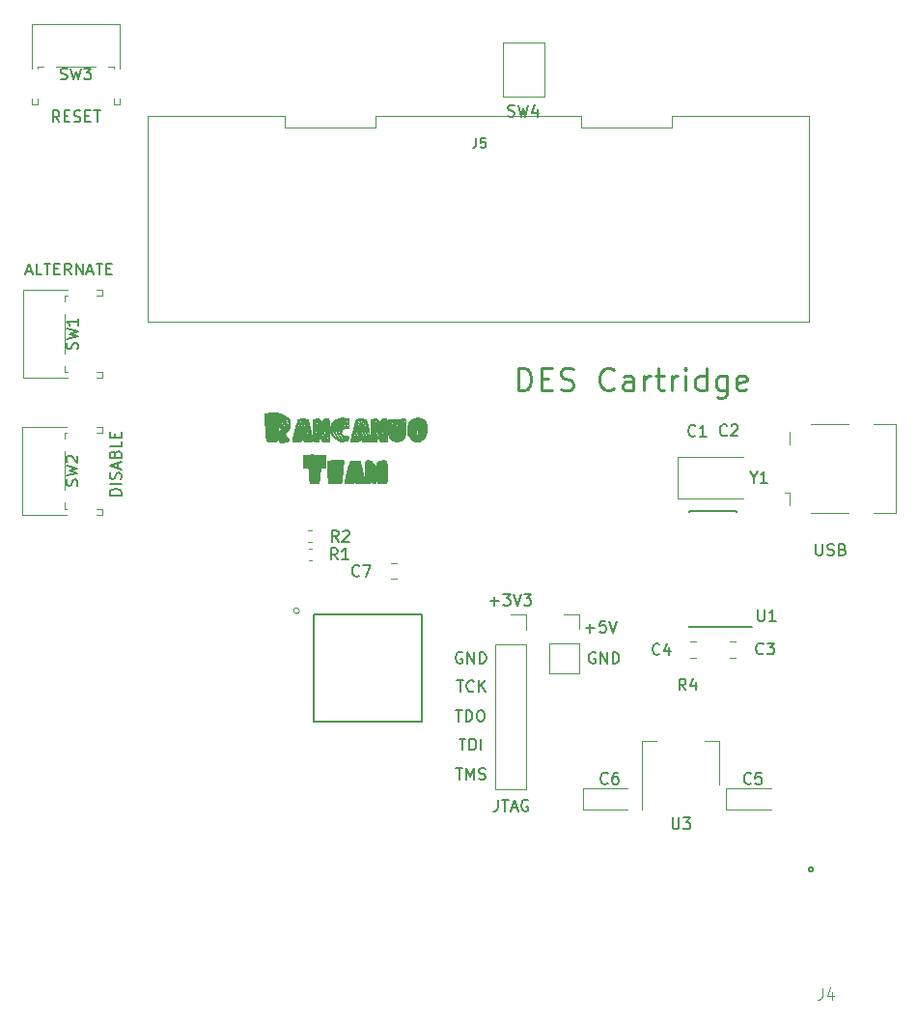
<source format=gbr>
G04 #@! TF.GenerationSoftware,KiCad,Pcbnew,(5.1.6)-1*
G04 #@! TF.CreationDate,2020-11-21T20:25:47+01:00*
G04 #@! TF.ProjectId,Dandanator CPC,44616e64-616e-4617-946f-72204350432e,rev?*
G04 #@! TF.SameCoordinates,Original*
G04 #@! TF.FileFunction,Legend,Top*
G04 #@! TF.FilePolarity,Positive*
%FSLAX46Y46*%
G04 Gerber Fmt 4.6, Leading zero omitted, Abs format (unit mm)*
G04 Created by KiCad (PCBNEW (5.1.6)-1) date 2020-11-21 20:25:47*
%MOMM*%
%LPD*%
G01*
G04 APERTURE LIST*
%ADD10C,0.250000*%
%ADD11C,0.150000*%
%ADD12C,0.010000*%
%ADD13C,0.120000*%
%ADD14C,0.200000*%
%ADD15C,0.100000*%
%ADD16C,0.203200*%
%ADD17C,0.152400*%
%ADD18C,0.015000*%
G04 APERTURE END LIST*
D10*
X71023460Y-55006761D02*
X71023460Y-53006761D01*
X71499650Y-53006761D01*
X71785364Y-53102000D01*
X71975840Y-53292476D01*
X72071079Y-53482952D01*
X72166317Y-53863904D01*
X72166317Y-54149619D01*
X72071079Y-54530571D01*
X71975840Y-54721047D01*
X71785364Y-54911523D01*
X71499650Y-55006761D01*
X71023460Y-55006761D01*
X73023460Y-53959142D02*
X73690126Y-53959142D01*
X73975840Y-55006761D02*
X73023460Y-55006761D01*
X73023460Y-53006761D01*
X73975840Y-53006761D01*
X74737745Y-54911523D02*
X75023460Y-55006761D01*
X75499650Y-55006761D01*
X75690126Y-54911523D01*
X75785364Y-54816285D01*
X75880602Y-54625809D01*
X75880602Y-54435333D01*
X75785364Y-54244857D01*
X75690126Y-54149619D01*
X75499650Y-54054380D01*
X75118698Y-53959142D01*
X74928221Y-53863904D01*
X74832983Y-53768666D01*
X74737745Y-53578190D01*
X74737745Y-53387714D01*
X74832983Y-53197238D01*
X74928221Y-53102000D01*
X75118698Y-53006761D01*
X75594888Y-53006761D01*
X75880602Y-53102000D01*
X79404412Y-54816285D02*
X79309174Y-54911523D01*
X79023460Y-55006761D01*
X78832983Y-55006761D01*
X78547269Y-54911523D01*
X78356793Y-54721047D01*
X78261555Y-54530571D01*
X78166317Y-54149619D01*
X78166317Y-53863904D01*
X78261555Y-53482952D01*
X78356793Y-53292476D01*
X78547269Y-53102000D01*
X78832983Y-53006761D01*
X79023460Y-53006761D01*
X79309174Y-53102000D01*
X79404412Y-53197238D01*
X81118698Y-55006761D02*
X81118698Y-53959142D01*
X81023460Y-53768666D01*
X80832983Y-53673428D01*
X80452031Y-53673428D01*
X80261555Y-53768666D01*
X81118698Y-54911523D02*
X80928221Y-55006761D01*
X80452031Y-55006761D01*
X80261555Y-54911523D01*
X80166317Y-54721047D01*
X80166317Y-54530571D01*
X80261555Y-54340095D01*
X80452031Y-54244857D01*
X80928221Y-54244857D01*
X81118698Y-54149619D01*
X82071079Y-55006761D02*
X82071079Y-53673428D01*
X82071079Y-54054380D02*
X82166317Y-53863904D01*
X82261555Y-53768666D01*
X82452031Y-53673428D01*
X82642507Y-53673428D01*
X83023460Y-53673428D02*
X83785364Y-53673428D01*
X83309174Y-53006761D02*
X83309174Y-54721047D01*
X83404412Y-54911523D01*
X83594888Y-55006761D01*
X83785364Y-55006761D01*
X84452031Y-55006761D02*
X84452031Y-53673428D01*
X84452031Y-54054380D02*
X84547269Y-53863904D01*
X84642507Y-53768666D01*
X84832983Y-53673428D01*
X85023460Y-53673428D01*
X85690126Y-55006761D02*
X85690126Y-53673428D01*
X85690126Y-53006761D02*
X85594888Y-53102000D01*
X85690126Y-53197238D01*
X85785364Y-53102000D01*
X85690126Y-53006761D01*
X85690126Y-53197238D01*
X87499650Y-55006761D02*
X87499650Y-53006761D01*
X87499650Y-54911523D02*
X87309174Y-55006761D01*
X86928221Y-55006761D01*
X86737745Y-54911523D01*
X86642507Y-54816285D01*
X86547269Y-54625809D01*
X86547269Y-54054380D01*
X86642507Y-53863904D01*
X86737745Y-53768666D01*
X86928221Y-53673428D01*
X87309174Y-53673428D01*
X87499650Y-53768666D01*
X89309174Y-53673428D02*
X89309174Y-55292476D01*
X89213936Y-55482952D01*
X89118698Y-55578190D01*
X88928221Y-55673428D01*
X88642507Y-55673428D01*
X88452031Y-55578190D01*
X89309174Y-54911523D02*
X89118698Y-55006761D01*
X88737745Y-55006761D01*
X88547269Y-54911523D01*
X88452031Y-54816285D01*
X88356793Y-54625809D01*
X88356793Y-54054380D01*
X88452031Y-53863904D01*
X88547269Y-53768666D01*
X88737745Y-53673428D01*
X89118698Y-53673428D01*
X89309174Y-53768666D01*
X91023460Y-54911523D02*
X90832983Y-55006761D01*
X90452031Y-55006761D01*
X90261555Y-54911523D01*
X90166317Y-54721047D01*
X90166317Y-53959142D01*
X90261555Y-53768666D01*
X90452031Y-53673428D01*
X90832983Y-53673428D01*
X91023460Y-53768666D01*
X91118698Y-53959142D01*
X91118698Y-54149619D01*
X90166317Y-54340095D01*
D11*
X65562646Y-88095840D02*
X66134075Y-88095840D01*
X65848360Y-89095840D02*
X65848360Y-88095840D01*
X66467408Y-89095840D02*
X66467408Y-88095840D01*
X66800741Y-88810126D01*
X67134075Y-88095840D01*
X67134075Y-89095840D01*
X67562646Y-89048221D02*
X67705503Y-89095840D01*
X67943599Y-89095840D01*
X68038837Y-89048221D01*
X68086456Y-89000602D01*
X68134075Y-88905364D01*
X68134075Y-88810126D01*
X68086456Y-88714888D01*
X68038837Y-88667269D01*
X67943599Y-88619650D01*
X67753122Y-88572031D01*
X67657884Y-88524412D01*
X67610265Y-88476793D01*
X67562646Y-88381555D01*
X67562646Y-88286317D01*
X67610265Y-88191079D01*
X67657884Y-88143460D01*
X67753122Y-88095840D01*
X67991218Y-88095840D01*
X68134075Y-88143460D01*
X65841690Y-85502500D02*
X66413119Y-85502500D01*
X66127404Y-86502500D02*
X66127404Y-85502500D01*
X66746452Y-86502500D02*
X66746452Y-85502500D01*
X66984547Y-85502500D01*
X67127404Y-85550120D01*
X67222642Y-85645358D01*
X67270261Y-85740596D01*
X67317880Y-85931072D01*
X67317880Y-86073929D01*
X67270261Y-86264405D01*
X67222642Y-86359643D01*
X67127404Y-86454881D01*
X66984547Y-86502500D01*
X66746452Y-86502500D01*
X67746452Y-86502500D02*
X67746452Y-85502500D01*
X65528036Y-83000600D02*
X66099464Y-83000600D01*
X65813750Y-84000600D02*
X65813750Y-83000600D01*
X66432798Y-84000600D02*
X66432798Y-83000600D01*
X66670893Y-83000600D01*
X66813750Y-83048220D01*
X66908988Y-83143458D01*
X66956607Y-83238696D01*
X67004226Y-83429172D01*
X67004226Y-83572029D01*
X66956607Y-83762505D01*
X66908988Y-83857743D01*
X66813750Y-83952981D01*
X66670893Y-84000600D01*
X66432798Y-84000600D01*
X67623274Y-83000600D02*
X67813750Y-83000600D01*
X67908988Y-83048220D01*
X68004226Y-83143458D01*
X68051845Y-83333934D01*
X68051845Y-83667267D01*
X68004226Y-83857743D01*
X67908988Y-83952981D01*
X67813750Y-84000600D01*
X67623274Y-84000600D01*
X67528036Y-83952981D01*
X67432798Y-83857743D01*
X67385179Y-83667267D01*
X67385179Y-83333934D01*
X67432798Y-83143458D01*
X67528036Y-83048220D01*
X67623274Y-83000600D01*
X65640745Y-80407260D02*
X66212174Y-80407260D01*
X65926460Y-81407260D02*
X65926460Y-80407260D01*
X67116936Y-81312022D02*
X67069317Y-81359641D01*
X66926460Y-81407260D01*
X66831221Y-81407260D01*
X66688364Y-81359641D01*
X66593126Y-81264403D01*
X66545507Y-81169165D01*
X66497888Y-80978689D01*
X66497888Y-80835832D01*
X66545507Y-80645356D01*
X66593126Y-80550118D01*
X66688364Y-80454880D01*
X66831221Y-80407260D01*
X66926460Y-80407260D01*
X67069317Y-80454880D01*
X67116936Y-80502499D01*
X67545507Y-81407260D02*
X67545507Y-80407260D01*
X68116936Y-81407260D02*
X67688364Y-80835832D01*
X68116936Y-80407260D02*
X67545507Y-80978689D01*
X66103595Y-77950440D02*
X66008357Y-77902820D01*
X65865500Y-77902820D01*
X65722642Y-77950440D01*
X65627404Y-78045678D01*
X65579785Y-78140916D01*
X65532166Y-78331392D01*
X65532166Y-78474249D01*
X65579785Y-78664725D01*
X65627404Y-78759963D01*
X65722642Y-78855201D01*
X65865500Y-78902820D01*
X65960738Y-78902820D01*
X66103595Y-78855201D01*
X66151214Y-78807582D01*
X66151214Y-78474249D01*
X65960738Y-78474249D01*
X66579785Y-78902820D02*
X66579785Y-77902820D01*
X67151214Y-78902820D01*
X67151214Y-77902820D01*
X67627404Y-78902820D02*
X67627404Y-77902820D01*
X67865500Y-77902820D01*
X68008357Y-77950440D01*
X68103595Y-78045678D01*
X68151214Y-78140916D01*
X68198833Y-78331392D01*
X68198833Y-78474249D01*
X68151214Y-78664725D01*
X68103595Y-78759963D01*
X68008357Y-78855201D01*
X67865500Y-78902820D01*
X67627404Y-78902820D01*
X68552915Y-73454568D02*
X69314820Y-73454568D01*
X68933867Y-73835520D02*
X68933867Y-73073616D01*
X69695772Y-72835520D02*
X70314820Y-72835520D01*
X69981486Y-73216473D01*
X70124343Y-73216473D01*
X70219581Y-73264092D01*
X70267200Y-73311711D01*
X70314820Y-73406949D01*
X70314820Y-73645044D01*
X70267200Y-73740282D01*
X70219581Y-73787901D01*
X70124343Y-73835520D01*
X69838629Y-73835520D01*
X69743391Y-73787901D01*
X69695772Y-73740282D01*
X70600534Y-72835520D02*
X70933867Y-73835520D01*
X71267200Y-72835520D01*
X71505296Y-72835520D02*
X72124343Y-72835520D01*
X71791010Y-73216473D01*
X71933867Y-73216473D01*
X72029105Y-73264092D01*
X72076724Y-73311711D01*
X72124343Y-73406949D01*
X72124343Y-73645044D01*
X72076724Y-73740282D01*
X72029105Y-73787901D01*
X71933867Y-73835520D01*
X71648153Y-73835520D01*
X71552915Y-73787901D01*
X71505296Y-73740282D01*
X77772355Y-77978380D02*
X77677117Y-77930760D01*
X77534260Y-77930760D01*
X77391402Y-77978380D01*
X77296164Y-78073618D01*
X77248545Y-78168856D01*
X77200926Y-78359332D01*
X77200926Y-78502189D01*
X77248545Y-78692665D01*
X77296164Y-78787903D01*
X77391402Y-78883141D01*
X77534260Y-78930760D01*
X77629498Y-78930760D01*
X77772355Y-78883141D01*
X77819974Y-78835522D01*
X77819974Y-78502189D01*
X77629498Y-78502189D01*
X78248545Y-78930760D02*
X78248545Y-77930760D01*
X78819974Y-78930760D01*
X78819974Y-77930760D01*
X79296164Y-78930760D02*
X79296164Y-77930760D01*
X79534260Y-77930760D01*
X79677117Y-77978380D01*
X79772355Y-78073618D01*
X79819974Y-78168856D01*
X79867593Y-78359332D01*
X79867593Y-78502189D01*
X79819974Y-78692665D01*
X79772355Y-78787903D01*
X79677117Y-78883141D01*
X79534260Y-78930760D01*
X79296164Y-78930760D01*
X76953905Y-75811688D02*
X77715810Y-75811688D01*
X77334858Y-76192640D02*
X77334858Y-75430736D01*
X78668191Y-75192640D02*
X78192000Y-75192640D01*
X78144381Y-75668831D01*
X78192000Y-75621212D01*
X78287239Y-75573593D01*
X78525334Y-75573593D01*
X78620572Y-75621212D01*
X78668191Y-75668831D01*
X78715810Y-75764069D01*
X78715810Y-76002164D01*
X78668191Y-76097402D01*
X78620572Y-76145021D01*
X78525334Y-76192640D01*
X78287239Y-76192640D01*
X78192000Y-76145021D01*
X78144381Y-76097402D01*
X79001524Y-75192640D02*
X79334858Y-76192640D01*
X79668191Y-75192640D01*
X69249753Y-90851740D02*
X69249753Y-91566026D01*
X69202134Y-91708883D01*
X69106896Y-91804121D01*
X68964039Y-91851740D01*
X68868800Y-91851740D01*
X69583086Y-90851740D02*
X70154515Y-90851740D01*
X69868800Y-91851740D02*
X69868800Y-90851740D01*
X70440229Y-91566026D02*
X70916420Y-91566026D01*
X70344991Y-91851740D02*
X70678324Y-90851740D01*
X71011658Y-91851740D01*
X71868800Y-90899360D02*
X71773562Y-90851740D01*
X71630705Y-90851740D01*
X71487848Y-90899360D01*
X71392610Y-90994598D01*
X71344991Y-91089836D01*
X71297372Y-91280312D01*
X71297372Y-91423169D01*
X71344991Y-91613645D01*
X71392610Y-91708883D01*
X71487848Y-91804121D01*
X71630705Y-91851740D01*
X71725943Y-91851740D01*
X71868800Y-91804121D01*
X71916420Y-91756502D01*
X71916420Y-91423169D01*
X71725943Y-91423169D01*
X30764979Y-31458160D02*
X30431645Y-30981970D01*
X30193550Y-31458160D02*
X30193550Y-30458160D01*
X30574502Y-30458160D01*
X30669740Y-30505780D01*
X30717360Y-30553399D01*
X30764979Y-30648637D01*
X30764979Y-30791494D01*
X30717360Y-30886732D01*
X30669740Y-30934351D01*
X30574502Y-30981970D01*
X30193550Y-30981970D01*
X31193550Y-30934351D02*
X31526883Y-30934351D01*
X31669740Y-31458160D02*
X31193550Y-31458160D01*
X31193550Y-30458160D01*
X31669740Y-30458160D01*
X32050693Y-31410541D02*
X32193550Y-31458160D01*
X32431645Y-31458160D01*
X32526883Y-31410541D01*
X32574502Y-31362922D01*
X32622121Y-31267684D01*
X32622121Y-31172446D01*
X32574502Y-31077208D01*
X32526883Y-31029589D01*
X32431645Y-30981970D01*
X32241169Y-30934351D01*
X32145931Y-30886732D01*
X32098312Y-30839113D01*
X32050693Y-30743875D01*
X32050693Y-30648637D01*
X32098312Y-30553399D01*
X32145931Y-30505780D01*
X32241169Y-30458160D01*
X32479264Y-30458160D01*
X32622121Y-30505780D01*
X33050693Y-30934351D02*
X33384026Y-30934351D01*
X33526883Y-31458160D02*
X33050693Y-31458160D01*
X33050693Y-30458160D01*
X33526883Y-30458160D01*
X33812598Y-30458160D02*
X34384026Y-30458160D01*
X34098312Y-31458160D02*
X34098312Y-30458160D01*
X36197800Y-64194344D02*
X35197800Y-64194344D01*
X35197800Y-63956249D01*
X35245420Y-63813392D01*
X35340658Y-63718154D01*
X35435896Y-63670535D01*
X35626372Y-63622916D01*
X35769229Y-63622916D01*
X35959705Y-63670535D01*
X36054943Y-63718154D01*
X36150181Y-63813392D01*
X36197800Y-63956249D01*
X36197800Y-64194344D01*
X36197800Y-63194344D02*
X35197800Y-63194344D01*
X36150181Y-62765773D02*
X36197800Y-62622916D01*
X36197800Y-62384820D01*
X36150181Y-62289582D01*
X36102562Y-62241963D01*
X36007324Y-62194344D01*
X35912086Y-62194344D01*
X35816848Y-62241963D01*
X35769229Y-62289582D01*
X35721610Y-62384820D01*
X35673991Y-62575297D01*
X35626372Y-62670535D01*
X35578753Y-62718154D01*
X35483515Y-62765773D01*
X35388277Y-62765773D01*
X35293039Y-62718154D01*
X35245420Y-62670535D01*
X35197800Y-62575297D01*
X35197800Y-62337201D01*
X35245420Y-62194344D01*
X35912086Y-61813392D02*
X35912086Y-61337201D01*
X36197800Y-61908630D02*
X35197800Y-61575297D01*
X36197800Y-61241963D01*
X35673991Y-60575297D02*
X35721610Y-60432440D01*
X35769229Y-60384820D01*
X35864467Y-60337201D01*
X36007324Y-60337201D01*
X36102562Y-60384820D01*
X36150181Y-60432440D01*
X36197800Y-60527678D01*
X36197800Y-60908630D01*
X35197800Y-60908630D01*
X35197800Y-60575297D01*
X35245420Y-60480059D01*
X35293039Y-60432440D01*
X35388277Y-60384820D01*
X35483515Y-60384820D01*
X35578753Y-60432440D01*
X35626372Y-60480059D01*
X35673991Y-60575297D01*
X35673991Y-60908630D01*
X36197800Y-59432440D02*
X36197800Y-59908630D01*
X35197800Y-59908630D01*
X35673991Y-59099106D02*
X35673991Y-58765773D01*
X36197800Y-58622916D02*
X36197800Y-59099106D01*
X35197800Y-59099106D01*
X35197800Y-58622916D01*
X27850935Y-44553166D02*
X28327125Y-44553166D01*
X27755697Y-44838880D02*
X28089030Y-43838880D01*
X28422363Y-44838880D01*
X29231887Y-44838880D02*
X28755697Y-44838880D01*
X28755697Y-43838880D01*
X29422363Y-43838880D02*
X29993792Y-43838880D01*
X29708078Y-44838880D02*
X29708078Y-43838880D01*
X30327125Y-44315071D02*
X30660459Y-44315071D01*
X30803316Y-44838880D02*
X30327125Y-44838880D01*
X30327125Y-43838880D01*
X30803316Y-43838880D01*
X31803316Y-44838880D02*
X31469982Y-44362690D01*
X31231887Y-44838880D02*
X31231887Y-43838880D01*
X31612840Y-43838880D01*
X31708078Y-43886500D01*
X31755697Y-43934119D01*
X31803316Y-44029357D01*
X31803316Y-44172214D01*
X31755697Y-44267452D01*
X31708078Y-44315071D01*
X31612840Y-44362690D01*
X31231887Y-44362690D01*
X32231887Y-44838880D02*
X32231887Y-43838880D01*
X32803316Y-44838880D01*
X32803316Y-43838880D01*
X33231887Y-44553166D02*
X33708078Y-44553166D01*
X33136649Y-44838880D02*
X33469982Y-43838880D01*
X33803316Y-44838880D01*
X33993792Y-43838880D02*
X34565220Y-43838880D01*
X34279506Y-44838880D02*
X34279506Y-43838880D01*
X34898554Y-44315071D02*
X35231887Y-44315071D01*
X35374744Y-44838880D02*
X34898554Y-44838880D01*
X34898554Y-43838880D01*
X35374744Y-43838880D01*
X97132615Y-68436240D02*
X97132615Y-69245764D01*
X97180234Y-69341002D01*
X97227853Y-69388621D01*
X97323091Y-69436240D01*
X97513567Y-69436240D01*
X97608805Y-69388621D01*
X97656424Y-69341002D01*
X97704043Y-69245764D01*
X97704043Y-68436240D01*
X98132615Y-69388621D02*
X98275472Y-69436240D01*
X98513567Y-69436240D01*
X98608805Y-69388621D01*
X98656424Y-69341002D01*
X98704043Y-69245764D01*
X98704043Y-69150526D01*
X98656424Y-69055288D01*
X98608805Y-69007669D01*
X98513567Y-68960050D01*
X98323091Y-68912431D01*
X98227853Y-68864812D01*
X98180234Y-68817193D01*
X98132615Y-68721955D01*
X98132615Y-68626717D01*
X98180234Y-68531479D01*
X98227853Y-68483860D01*
X98323091Y-68436240D01*
X98561186Y-68436240D01*
X98704043Y-68483860D01*
X99465948Y-68912431D02*
X99608805Y-68960050D01*
X99656424Y-69007669D01*
X99704043Y-69102907D01*
X99704043Y-69245764D01*
X99656424Y-69341002D01*
X99608805Y-69388621D01*
X99513567Y-69436240D01*
X99132615Y-69436240D01*
X99132615Y-68436240D01*
X99465948Y-68436240D01*
X99561186Y-68483860D01*
X99608805Y-68531479D01*
X99656424Y-68626717D01*
X99656424Y-68721955D01*
X99608805Y-68817193D01*
X99561186Y-68864812D01*
X99465948Y-68912431D01*
X99132615Y-68912431D01*
D12*
G36*
X56862516Y-61124127D02*
G01*
X56976366Y-61129396D01*
X57065256Y-61137383D01*
X57118373Y-61148064D01*
X57126957Y-61152852D01*
X57138664Y-61183622D01*
X57158831Y-61257414D01*
X57185999Y-61367428D01*
X57218709Y-61506864D01*
X57255501Y-61668923D01*
X57294918Y-61846805D01*
X57335498Y-62033708D01*
X57375785Y-62222834D01*
X57414318Y-62407383D01*
X57449638Y-62580554D01*
X57480286Y-62735548D01*
X57504804Y-62865564D01*
X57521732Y-62963803D01*
X57529611Y-63023465D01*
X57529993Y-63031192D01*
X57514449Y-63102159D01*
X57464962Y-63135437D01*
X57408272Y-63136544D01*
X57365704Y-63133567D01*
X57285625Y-63129879D01*
X57181307Y-63126046D01*
X57111900Y-63123892D01*
X56968394Y-63118695D01*
X56867833Y-63111519D01*
X56802362Y-63100468D01*
X56764125Y-63083645D01*
X56745268Y-63059154D01*
X56739011Y-63033868D01*
X56712867Y-62989322D01*
X56663882Y-62974422D01*
X56611047Y-62989991D01*
X56577749Y-63026885D01*
X56564796Y-63046472D01*
X56543766Y-63060350D01*
X56506706Y-63069498D01*
X56445664Y-63074891D01*
X56352686Y-63077505D01*
X56219819Y-63078319D01*
X56158649Y-63078360D01*
X55765700Y-63078360D01*
X55758615Y-63014860D01*
X55763435Y-62975843D01*
X55780261Y-62895398D01*
X55807275Y-62780282D01*
X55842654Y-62637253D01*
X55884579Y-62473071D01*
X55931229Y-62294493D01*
X55980784Y-62108278D01*
X56031424Y-61921185D01*
X56081328Y-61739971D01*
X56128676Y-61571396D01*
X56171648Y-61422217D01*
X56208422Y-61299194D01*
X56237180Y-61209084D01*
X56256099Y-61158646D01*
X56260661Y-61150931D01*
X56297241Y-61139389D01*
X56373728Y-61130709D01*
X56479310Y-61124867D01*
X56603176Y-61121839D01*
X56734515Y-61121600D01*
X56862516Y-61124127D01*
G37*
X56862516Y-61124127D02*
X56976366Y-61129396D01*
X57065256Y-61137383D01*
X57118373Y-61148064D01*
X57126957Y-61152852D01*
X57138664Y-61183622D01*
X57158831Y-61257414D01*
X57185999Y-61367428D01*
X57218709Y-61506864D01*
X57255501Y-61668923D01*
X57294918Y-61846805D01*
X57335498Y-62033708D01*
X57375785Y-62222834D01*
X57414318Y-62407383D01*
X57449638Y-62580554D01*
X57480286Y-62735548D01*
X57504804Y-62865564D01*
X57521732Y-62963803D01*
X57529611Y-63023465D01*
X57529993Y-63031192D01*
X57514449Y-63102159D01*
X57464962Y-63135437D01*
X57408272Y-63136544D01*
X57365704Y-63133567D01*
X57285625Y-63129879D01*
X57181307Y-63126046D01*
X57111900Y-63123892D01*
X56968394Y-63118695D01*
X56867833Y-63111519D01*
X56802362Y-63100468D01*
X56764125Y-63083645D01*
X56745268Y-63059154D01*
X56739011Y-63033868D01*
X56712867Y-62989322D01*
X56663882Y-62974422D01*
X56611047Y-62989991D01*
X56577749Y-63026885D01*
X56564796Y-63046472D01*
X56543766Y-63060350D01*
X56506706Y-63069498D01*
X56445664Y-63074891D01*
X56352686Y-63077505D01*
X56219819Y-63078319D01*
X56158649Y-63078360D01*
X55765700Y-63078360D01*
X55758615Y-63014860D01*
X55763435Y-62975843D01*
X55780261Y-62895398D01*
X55807275Y-62780282D01*
X55842654Y-62637253D01*
X55884579Y-62473071D01*
X55931229Y-62294493D01*
X55980784Y-62108278D01*
X56031424Y-61921185D01*
X56081328Y-61739971D01*
X56128676Y-61571396D01*
X56171648Y-61422217D01*
X56208422Y-61299194D01*
X56237180Y-61209084D01*
X56256099Y-61158646D01*
X56260661Y-61150931D01*
X56297241Y-61139389D01*
X56373728Y-61130709D01*
X56479310Y-61124867D01*
X56603176Y-61121839D01*
X56734515Y-61121600D01*
X56862516Y-61124127D01*
G36*
X53059333Y-60602892D02*
G01*
X53250422Y-60605028D01*
X53436558Y-60608550D01*
X53610776Y-60613396D01*
X53766112Y-60619502D01*
X53895600Y-60626803D01*
X53992275Y-60635237D01*
X54049174Y-60644739D01*
X54060036Y-60649420D01*
X54074483Y-60667030D01*
X54085242Y-60697039D01*
X54092834Y-60746246D01*
X54097780Y-60821450D01*
X54100602Y-60929452D01*
X54101820Y-61077051D01*
X54102000Y-61196790D01*
X54100895Y-61392577D01*
X54097445Y-61541214D01*
X54091449Y-61646304D01*
X54082704Y-61711453D01*
X54071520Y-61739780D01*
X54028920Y-61756339D01*
X53946244Y-61766959D01*
X53846723Y-61770260D01*
X53652406Y-61770260D01*
X53635881Y-62005210D01*
X53623926Y-62159583D01*
X53609295Y-62324197D01*
X53592929Y-62490764D01*
X53575767Y-62650998D01*
X53558749Y-62796614D01*
X53542817Y-62919326D01*
X53528909Y-63010848D01*
X53517966Y-63062894D01*
X53515046Y-63070192D01*
X53489168Y-63085845D01*
X53430118Y-63096854D01*
X53332126Y-63103867D01*
X53189421Y-63107534D01*
X53182224Y-63107626D01*
X53055422Y-63108149D01*
X52942126Y-63106701D01*
X52854847Y-63103565D01*
X52806600Y-63099125D01*
X52751469Y-63083534D01*
X52725396Y-63069859D01*
X52717921Y-63040362D01*
X52707674Y-62968338D01*
X52695576Y-62861922D01*
X52682548Y-62729254D01*
X52669512Y-62578469D01*
X52668857Y-62570360D01*
X52655519Y-62406317D01*
X52642399Y-62248007D01*
X52630474Y-62106994D01*
X52620720Y-61994841D01*
X52614689Y-61929010D01*
X52599356Y-61770260D01*
X52403258Y-61770260D01*
X52292718Y-61766203D01*
X52213229Y-61754956D01*
X52176680Y-61739780D01*
X52167483Y-61706020D01*
X52159792Y-61630819D01*
X52153681Y-61523514D01*
X52149222Y-61393444D01*
X52146488Y-61249947D01*
X52145551Y-61102360D01*
X52146484Y-60960023D01*
X52149360Y-60832272D01*
X52154251Y-60728447D01*
X52161231Y-60657885D01*
X52168056Y-60632124D01*
X52198805Y-60622769D01*
X52273354Y-60615246D01*
X52384738Y-60609492D01*
X52525993Y-60605443D01*
X52690154Y-60603036D01*
X52870255Y-60602207D01*
X53059333Y-60602892D01*
G37*
X53059333Y-60602892D02*
X53250422Y-60605028D01*
X53436558Y-60608550D01*
X53610776Y-60613396D01*
X53766112Y-60619502D01*
X53895600Y-60626803D01*
X53992275Y-60635237D01*
X54049174Y-60644739D01*
X54060036Y-60649420D01*
X54074483Y-60667030D01*
X54085242Y-60697039D01*
X54092834Y-60746246D01*
X54097780Y-60821450D01*
X54100602Y-60929452D01*
X54101820Y-61077051D01*
X54102000Y-61196790D01*
X54100895Y-61392577D01*
X54097445Y-61541214D01*
X54091449Y-61646304D01*
X54082704Y-61711453D01*
X54071520Y-61739780D01*
X54028920Y-61756339D01*
X53946244Y-61766959D01*
X53846723Y-61770260D01*
X53652406Y-61770260D01*
X53635881Y-62005210D01*
X53623926Y-62159583D01*
X53609295Y-62324197D01*
X53592929Y-62490764D01*
X53575767Y-62650998D01*
X53558749Y-62796614D01*
X53542817Y-62919326D01*
X53528909Y-63010848D01*
X53517966Y-63062894D01*
X53515046Y-63070192D01*
X53489168Y-63085845D01*
X53430118Y-63096854D01*
X53332126Y-63103867D01*
X53189421Y-63107534D01*
X53182224Y-63107626D01*
X53055422Y-63108149D01*
X52942126Y-63106701D01*
X52854847Y-63103565D01*
X52806600Y-63099125D01*
X52751469Y-63083534D01*
X52725396Y-63069859D01*
X52717921Y-63040362D01*
X52707674Y-62968338D01*
X52695576Y-62861922D01*
X52682548Y-62729254D01*
X52669512Y-62578469D01*
X52668857Y-62570360D01*
X52655519Y-62406317D01*
X52642399Y-62248007D01*
X52630474Y-62106994D01*
X52620720Y-61994841D01*
X52614689Y-61929010D01*
X52599356Y-61770260D01*
X52403258Y-61770260D01*
X52292718Y-61766203D01*
X52213229Y-61754956D01*
X52176680Y-61739780D01*
X52167483Y-61706020D01*
X52159792Y-61630819D01*
X52153681Y-61523514D01*
X52149222Y-61393444D01*
X52146488Y-61249947D01*
X52145551Y-61102360D01*
X52146484Y-60960023D01*
X52149360Y-60832272D01*
X52154251Y-60728447D01*
X52161231Y-60657885D01*
X52168056Y-60632124D01*
X52198805Y-60622769D01*
X52273354Y-60615246D01*
X52384738Y-60609492D01*
X52525993Y-60605443D01*
X52690154Y-60603036D01*
X52870255Y-60602207D01*
X53059333Y-60602892D01*
G36*
X59350424Y-61114052D02*
G01*
X59396642Y-61129578D01*
X59431174Y-61159949D01*
X59455701Y-61209798D01*
X59471902Y-61283760D01*
X59481459Y-61386467D01*
X59486051Y-61522554D01*
X59487359Y-61696653D01*
X59487063Y-61913400D01*
X59486800Y-62108305D01*
X59486344Y-62362543D01*
X59484889Y-62569956D01*
X59482298Y-62734509D01*
X59478438Y-62860171D01*
X59473174Y-62950906D01*
X59466370Y-63010683D01*
X59457893Y-63043467D01*
X59454868Y-63048819D01*
X59437197Y-63065750D01*
X59407796Y-63077353D01*
X59358576Y-63084345D01*
X59281446Y-63087445D01*
X59168316Y-63087369D01*
X59042118Y-63085424D01*
X58661300Y-63078360D01*
X58632924Y-62990569D01*
X58613594Y-62934916D01*
X58601654Y-62923623D01*
X58589373Y-62952551D01*
X58585470Y-62965169D01*
X58539464Y-63056919D01*
X58468410Y-63105792D01*
X58395518Y-63116460D01*
X58322018Y-63108046D01*
X58266129Y-63087510D01*
X58262194Y-63084710D01*
X58228252Y-63044899D01*
X58184756Y-62976907D01*
X58156922Y-62925960D01*
X58092165Y-62798960D01*
X58090982Y-62895879D01*
X58085695Y-62983287D01*
X58066411Y-63039969D01*
X58024157Y-63072464D01*
X57949960Y-63087310D01*
X57834845Y-63091045D01*
X57823100Y-63091060D01*
X57715956Y-63089602D01*
X57648368Y-63083703D01*
X57609136Y-63071075D01*
X57587063Y-63049428D01*
X57582693Y-63041929D01*
X57575034Y-63001528D01*
X57568596Y-62912748D01*
X57563447Y-62778001D01*
X57559653Y-62599694D01*
X57557283Y-62380237D01*
X57556404Y-62122039D01*
X57556400Y-62102129D01*
X57556201Y-61851283D01*
X57556516Y-61646561D01*
X57558711Y-61483298D01*
X57564152Y-61356825D01*
X57574206Y-61262476D01*
X57590238Y-61195582D01*
X57613614Y-61151476D01*
X57645702Y-61125491D01*
X57687867Y-61112960D01*
X57741475Y-61109214D01*
X57807892Y-61109587D01*
X57846846Y-61109860D01*
X57948631Y-61112944D01*
X58037528Y-61121052D01*
X58095077Y-61132466D01*
X58096887Y-61133126D01*
X58141509Y-61167488D01*
X58201404Y-61238365D01*
X58269170Y-61336811D01*
X58280774Y-61355376D01*
X58338532Y-61448674D01*
X58388790Y-61529184D01*
X58423719Y-61584391D01*
X58432176Y-61597384D01*
X58447954Y-61610457D01*
X58468803Y-61601366D01*
X58499528Y-61564391D01*
X58544939Y-61493810D01*
X58605897Y-61390703D01*
X58687917Y-61257346D01*
X58752259Y-61170384D01*
X58799649Y-61128863D01*
X58807704Y-61125776D01*
X58856604Y-61119279D01*
X58942362Y-61114090D01*
X59051039Y-61110891D01*
X59124850Y-61110206D01*
X59216208Y-61109000D01*
X59290839Y-61108737D01*
X59350424Y-61114052D01*
G37*
X59350424Y-61114052D02*
X59396642Y-61129578D01*
X59431174Y-61159949D01*
X59455701Y-61209798D01*
X59471902Y-61283760D01*
X59481459Y-61386467D01*
X59486051Y-61522554D01*
X59487359Y-61696653D01*
X59487063Y-61913400D01*
X59486800Y-62108305D01*
X59486344Y-62362543D01*
X59484889Y-62569956D01*
X59482298Y-62734509D01*
X59478438Y-62860171D01*
X59473174Y-62950906D01*
X59466370Y-63010683D01*
X59457893Y-63043467D01*
X59454868Y-63048819D01*
X59437197Y-63065750D01*
X59407796Y-63077353D01*
X59358576Y-63084345D01*
X59281446Y-63087445D01*
X59168316Y-63087369D01*
X59042118Y-63085424D01*
X58661300Y-63078360D01*
X58632924Y-62990569D01*
X58613594Y-62934916D01*
X58601654Y-62923623D01*
X58589373Y-62952551D01*
X58585470Y-62965169D01*
X58539464Y-63056919D01*
X58468410Y-63105792D01*
X58395518Y-63116460D01*
X58322018Y-63108046D01*
X58266129Y-63087510D01*
X58262194Y-63084710D01*
X58228252Y-63044899D01*
X58184756Y-62976907D01*
X58156922Y-62925960D01*
X58092165Y-62798960D01*
X58090982Y-62895879D01*
X58085695Y-62983287D01*
X58066411Y-63039969D01*
X58024157Y-63072464D01*
X57949960Y-63087310D01*
X57834845Y-63091045D01*
X57823100Y-63091060D01*
X57715956Y-63089602D01*
X57648368Y-63083703D01*
X57609136Y-63071075D01*
X57587063Y-63049428D01*
X57582693Y-63041929D01*
X57575034Y-63001528D01*
X57568596Y-62912748D01*
X57563447Y-62778001D01*
X57559653Y-62599694D01*
X57557283Y-62380237D01*
X57556404Y-62122039D01*
X57556400Y-62102129D01*
X57556201Y-61851283D01*
X57556516Y-61646561D01*
X57558711Y-61483298D01*
X57564152Y-61356825D01*
X57574206Y-61262476D01*
X57590238Y-61195582D01*
X57613614Y-61151476D01*
X57645702Y-61125491D01*
X57687867Y-61112960D01*
X57741475Y-61109214D01*
X57807892Y-61109587D01*
X57846846Y-61109860D01*
X57948631Y-61112944D01*
X58037528Y-61121052D01*
X58095077Y-61132466D01*
X58096887Y-61133126D01*
X58141509Y-61167488D01*
X58201404Y-61238365D01*
X58269170Y-61336811D01*
X58280774Y-61355376D01*
X58338532Y-61448674D01*
X58388790Y-61529184D01*
X58423719Y-61584391D01*
X58432176Y-61597384D01*
X58447954Y-61610457D01*
X58468803Y-61601366D01*
X58499528Y-61564391D01*
X58544939Y-61493810D01*
X58605897Y-61390703D01*
X58687917Y-61257346D01*
X58752259Y-61170384D01*
X58799649Y-61128863D01*
X58807704Y-61125776D01*
X58856604Y-61119279D01*
X58942362Y-61114090D01*
X59051039Y-61110891D01*
X59124850Y-61110206D01*
X59216208Y-61109000D01*
X59290839Y-61108737D01*
X59350424Y-61114052D01*
G36*
X55455184Y-61088731D02*
G01*
X55534495Y-61091707D01*
X55587649Y-61097747D01*
X55620796Y-61107032D01*
X55634680Y-61115012D01*
X55652254Y-61131388D01*
X55663844Y-61154400D01*
X55669776Y-61192171D01*
X55670374Y-61252824D01*
X55665963Y-61344482D01*
X55656867Y-61475266D01*
X55651789Y-61543023D01*
X55635946Y-61724426D01*
X55619251Y-61858541D01*
X55601165Y-61948876D01*
X55582063Y-61997561D01*
X55558416Y-62047676D01*
X55571304Y-62069528D01*
X55593680Y-62099379D01*
X55600600Y-62142129D01*
X55594049Y-62211493D01*
X55577462Y-62297860D01*
X55555434Y-62382611D01*
X55532558Y-62447124D01*
X55519995Y-62468760D01*
X55484381Y-62486367D01*
X55414670Y-62506715D01*
X55339299Y-62522809D01*
X55181500Y-62551458D01*
X55329219Y-62554559D01*
X55441847Y-62560218D01*
X55513618Y-62577796D01*
X55553672Y-62616761D01*
X55571147Y-62686584D01*
X55575183Y-62796735D01*
X55575200Y-62809443D01*
X55572507Y-62919411D01*
X55563133Y-62989656D01*
X55545132Y-63031035D01*
X55533258Y-63043499D01*
X55496047Y-63054621D01*
X55418344Y-63064611D01*
X55309097Y-63073272D01*
X55177252Y-63080408D01*
X55031754Y-63085822D01*
X54881550Y-63089318D01*
X54735586Y-63090699D01*
X54602810Y-63089768D01*
X54492166Y-63086329D01*
X54412601Y-63080186D01*
X54373062Y-63071141D01*
X54370788Y-63069039D01*
X54358683Y-63027064D01*
X54345131Y-62942235D01*
X54330613Y-62821724D01*
X54315610Y-62672703D01*
X54300603Y-62502343D01*
X54286072Y-62317818D01*
X54272499Y-62126298D01*
X54260365Y-61934956D01*
X54250149Y-61750965D01*
X54242334Y-61581495D01*
X54237400Y-61433720D01*
X54235828Y-61314810D01*
X54238099Y-61231939D01*
X54244693Y-61192278D01*
X54244929Y-61191884D01*
X54263923Y-61169379D01*
X54293260Y-61151355D01*
X54338769Y-61137075D01*
X54406278Y-61125800D01*
X54501615Y-61116793D01*
X54630608Y-61109314D01*
X54799087Y-61102626D01*
X54998844Y-61096395D01*
X55193506Y-61091256D01*
X55343571Y-61088641D01*
X55455184Y-61088731D01*
G37*
X55455184Y-61088731D02*
X55534495Y-61091707D01*
X55587649Y-61097747D01*
X55620796Y-61107032D01*
X55634680Y-61115012D01*
X55652254Y-61131388D01*
X55663844Y-61154400D01*
X55669776Y-61192171D01*
X55670374Y-61252824D01*
X55665963Y-61344482D01*
X55656867Y-61475266D01*
X55651789Y-61543023D01*
X55635946Y-61724426D01*
X55619251Y-61858541D01*
X55601165Y-61948876D01*
X55582063Y-61997561D01*
X55558416Y-62047676D01*
X55571304Y-62069528D01*
X55593680Y-62099379D01*
X55600600Y-62142129D01*
X55594049Y-62211493D01*
X55577462Y-62297860D01*
X55555434Y-62382611D01*
X55532558Y-62447124D01*
X55519995Y-62468760D01*
X55484381Y-62486367D01*
X55414670Y-62506715D01*
X55339299Y-62522809D01*
X55181500Y-62551458D01*
X55329219Y-62554559D01*
X55441847Y-62560218D01*
X55513618Y-62577796D01*
X55553672Y-62616761D01*
X55571147Y-62686584D01*
X55575183Y-62796735D01*
X55575200Y-62809443D01*
X55572507Y-62919411D01*
X55563133Y-62989656D01*
X55545132Y-63031035D01*
X55533258Y-63043499D01*
X55496047Y-63054621D01*
X55418344Y-63064611D01*
X55309097Y-63073272D01*
X55177252Y-63080408D01*
X55031754Y-63085822D01*
X54881550Y-63089318D01*
X54735586Y-63090699D01*
X54602810Y-63089768D01*
X54492166Y-63086329D01*
X54412601Y-63080186D01*
X54373062Y-63071141D01*
X54370788Y-63069039D01*
X54358683Y-63027064D01*
X54345131Y-62942235D01*
X54330613Y-62821724D01*
X54315610Y-62672703D01*
X54300603Y-62502343D01*
X54286072Y-62317818D01*
X54272499Y-62126298D01*
X54260365Y-61934956D01*
X54250149Y-61750965D01*
X54242334Y-61581495D01*
X54237400Y-61433720D01*
X54235828Y-61314810D01*
X54238099Y-61231939D01*
X54244693Y-61192278D01*
X54244929Y-61191884D01*
X54263923Y-61169379D01*
X54293260Y-61151355D01*
X54338769Y-61137075D01*
X54406278Y-61125800D01*
X54501615Y-61116793D01*
X54630608Y-61109314D01*
X54799087Y-61102626D01*
X54998844Y-61096395D01*
X55193506Y-61091256D01*
X55343571Y-61088641D01*
X55455184Y-61088731D01*
G36*
X49877303Y-56929303D02*
G01*
X50156018Y-56989643D01*
X50404532Y-57090608D01*
X50623132Y-57232304D01*
X50738753Y-57335614D01*
X50854598Y-57468533D01*
X50930963Y-57601733D01*
X50973525Y-57749559D01*
X50987962Y-57926354D01*
X50987986Y-57965274D01*
X50983277Y-58080767D01*
X50968065Y-58170118D01*
X50936738Y-58257746D01*
X50905401Y-58324687D01*
X50845101Y-58427470D01*
X50764211Y-58540056D01*
X50680024Y-58638403D01*
X50679007Y-58639458D01*
X50533300Y-58790330D01*
X50717450Y-59025431D01*
X50807294Y-59144102D01*
X50865235Y-59231819D01*
X50893981Y-59294810D01*
X50896245Y-59339303D01*
X50874736Y-59371524D01*
X50869850Y-59375513D01*
X50829893Y-59395628D01*
X50753752Y-59425901D01*
X50653964Y-59462118D01*
X50543069Y-59500063D01*
X50433605Y-59535520D01*
X50338111Y-59564276D01*
X50269127Y-59582114D01*
X50244121Y-59585860D01*
X50203568Y-59566980D01*
X50142258Y-59515913D01*
X50070042Y-59441011D01*
X50060629Y-59430261D01*
X49993942Y-59354064D01*
X49952651Y-59311826D01*
X49928899Y-59299102D01*
X49914828Y-59311446D01*
X49903582Y-59341413D01*
X49858320Y-59404320D01*
X49813616Y-59427161D01*
X49758481Y-59435361D01*
X49668375Y-59440900D01*
X49553852Y-59443918D01*
X49425464Y-59444556D01*
X49293764Y-59442952D01*
X49169305Y-59439247D01*
X49062639Y-59433579D01*
X48984321Y-59426088D01*
X48944902Y-59416914D01*
X48943230Y-59415650D01*
X48931655Y-59381238D01*
X48917792Y-59302683D01*
X48902129Y-59186204D01*
X48885152Y-59038016D01*
X48867346Y-58864336D01*
X48849200Y-58671380D01*
X48831198Y-58465364D01*
X48825216Y-58392060D01*
X49911000Y-58392060D01*
X49913411Y-58492725D01*
X49919870Y-58570774D01*
X49929214Y-58614875D01*
X49934451Y-58620660D01*
X49967203Y-58605577D01*
X50019969Y-58567999D01*
X50036963Y-58554134D01*
X50109262Y-58479547D01*
X50159022Y-58401174D01*
X50178829Y-58332385D01*
X50174999Y-58305282D01*
X50140712Y-58263118D01*
X50078828Y-58216821D01*
X50069318Y-58211666D01*
X50626816Y-58211666D01*
X50639019Y-58287209D01*
X50649664Y-58309023D01*
X50663613Y-58296557D01*
X50680668Y-58252570D01*
X50856124Y-58252570D01*
X50857099Y-58278942D01*
X50868612Y-58264792D01*
X50887529Y-58226960D01*
X50914293Y-58145271D01*
X50925081Y-58061860D01*
X50920620Y-58010336D01*
X50908884Y-58001927D01*
X50893292Y-58030085D01*
X50877262Y-58088265D01*
X50864212Y-58169918D01*
X50863041Y-58180673D01*
X50856124Y-58252570D01*
X50680668Y-58252570D01*
X50683768Y-58244576D01*
X50709462Y-58160209D01*
X50747678Y-58045900D01*
X50794428Y-57930302D01*
X50836911Y-57843529D01*
X50882764Y-57747007D01*
X50895095Y-57680519D01*
X50892185Y-57667561D01*
X50877501Y-57644506D01*
X50856422Y-57653895D01*
X50820161Y-57700869D01*
X50810053Y-57715611D01*
X50702312Y-57899167D01*
X50641316Y-58064244D01*
X50626816Y-58211666D01*
X50069318Y-58211666D01*
X50009604Y-58179300D01*
X49953298Y-58163466D01*
X49952451Y-58163460D01*
X49932476Y-58170389D01*
X49920041Y-58197297D01*
X49913482Y-58253363D01*
X49911134Y-58347766D01*
X49911000Y-58392060D01*
X48825216Y-58392060D01*
X48813827Y-58252505D01*
X48805712Y-58145909D01*
X50368802Y-58145909D01*
X50376755Y-58179078D01*
X50401922Y-58164880D01*
X50444026Y-58103638D01*
X50502792Y-57995680D01*
X50511835Y-57977845D01*
X50572687Y-57865075D01*
X50642847Y-57746864D01*
X50704618Y-57652490D01*
X50760888Y-57566115D01*
X50786137Y-57508232D01*
X50784006Y-57470195D01*
X50782554Y-57467376D01*
X50758051Y-57463087D01*
X50716835Y-57496754D01*
X50663800Y-57560352D01*
X50603837Y-57645859D01*
X50541838Y-57745253D01*
X50482694Y-57850511D01*
X50431299Y-57953610D01*
X50392544Y-58046528D01*
X50371322Y-58121243D01*
X50368802Y-58145909D01*
X48805712Y-58145909D01*
X48797573Y-58039019D01*
X48791724Y-57956004D01*
X50201689Y-57956004D01*
X50204605Y-57962695D01*
X50224261Y-57982119D01*
X50227868Y-57980999D01*
X50243828Y-57958221D01*
X50282999Y-57901014D01*
X50340154Y-57817048D01*
X50410068Y-57713988D01*
X50441096Y-57668160D01*
X50514573Y-57557590D01*
X50576519Y-57460596D01*
X50621808Y-57385497D01*
X50645315Y-57340615D01*
X50647471Y-57333109D01*
X50638846Y-57295910D01*
X50611662Y-57299873D01*
X50564687Y-57346107D01*
X50496691Y-57435721D01*
X50437692Y-57522194D01*
X50340304Y-57671470D01*
X50270552Y-57784685D01*
X50225894Y-57866643D01*
X50203787Y-57922148D01*
X50201689Y-57956004D01*
X48791724Y-57956004D01*
X48784166Y-57848754D01*
X50008259Y-57848754D01*
X50033149Y-57858389D01*
X50053032Y-57838345D01*
X50094884Y-57783733D01*
X50152885Y-57702512D01*
X50221216Y-57602639D01*
X50232800Y-57585339D01*
X50322893Y-57449403D01*
X50387201Y-57349317D01*
X50428856Y-57279162D01*
X50450991Y-57233022D01*
X50456741Y-57204981D01*
X50449238Y-57189121D01*
X50444468Y-57185602D01*
X50411998Y-57178931D01*
X50377646Y-57204240D01*
X50335615Y-57267466D01*
X50300965Y-57332629D01*
X50252910Y-57418811D01*
X50187808Y-57524473D01*
X50118862Y-57628282D01*
X50111460Y-57638885D01*
X50043615Y-57742014D01*
X50009555Y-57811014D01*
X50008259Y-57848754D01*
X48784166Y-57848754D01*
X48782923Y-57831123D01*
X48776736Y-57734510D01*
X49809400Y-57734510D01*
X49821570Y-57757789D01*
X49856218Y-57739058D01*
X49910549Y-57680375D01*
X49946563Y-57633515D01*
X50017898Y-57530892D01*
X50088151Y-57420427D01*
X50151420Y-57312531D01*
X50201801Y-57217613D01*
X50233390Y-57146080D01*
X50241200Y-57113996D01*
X50231744Y-57076675D01*
X50205085Y-57083651D01*
X50163789Y-57132427D01*
X50110417Y-57220503D01*
X50087465Y-57263832D01*
X50027521Y-57373862D01*
X49959721Y-57488384D01*
X49903315Y-57575760D01*
X49854992Y-57649075D01*
X49821094Y-57706685D01*
X49809400Y-57734510D01*
X48776736Y-57734510D01*
X48770364Y-57635032D01*
X48769607Y-57621514D01*
X49651073Y-57621514D01*
X49663278Y-57630611D01*
X49696552Y-57605762D01*
X49746505Y-57548164D01*
X49800791Y-57471310D01*
X49873747Y-57354928D01*
X49936229Y-57246264D01*
X49983055Y-57155081D01*
X50009041Y-57091142D01*
X50012600Y-57072271D01*
X49992061Y-57048802D01*
X49974752Y-57045860D01*
X49944820Y-57067664D01*
X49903978Y-57125796D01*
X49862180Y-57204610D01*
X49808381Y-57312929D01*
X49747573Y-57426691D01*
X49707431Y-57496710D01*
X49664328Y-57577278D01*
X49651073Y-57621514D01*
X48769607Y-57621514D01*
X48767341Y-57581108D01*
X48920400Y-57581108D01*
X48930853Y-57598591D01*
X48955408Y-57582511D01*
X48983853Y-57543911D01*
X49005977Y-57493835D01*
X49007219Y-57489317D01*
X49479200Y-57489317D01*
X49491104Y-57506616D01*
X49522903Y-57485282D01*
X49568719Y-57430458D01*
X49601269Y-57382410D01*
X49653742Y-57292613D01*
X49701731Y-57198266D01*
X49738529Y-57113852D01*
X49757425Y-57053856D01*
X49758600Y-57042758D01*
X49738558Y-57022569D01*
X49726850Y-57021298D01*
X49706634Y-57042619D01*
X49671089Y-57098197D01*
X49626430Y-57176283D01*
X49578873Y-57265131D01*
X49534635Y-57352992D01*
X49499932Y-57428120D01*
X49480979Y-57478766D01*
X49479200Y-57489317D01*
X49007219Y-57489317D01*
X49008044Y-57486320D01*
X49016241Y-57433615D01*
X49012409Y-57408802D01*
X48994912Y-57419825D01*
X48968038Y-57460831D01*
X48941017Y-57514537D01*
X48923078Y-57563657D01*
X48920400Y-57581108D01*
X48767341Y-57581108D01*
X48760381Y-57456963D01*
X48754013Y-57315408D01*
X49338094Y-57315408D01*
X49340074Y-57323216D01*
X49354909Y-57343599D01*
X49375319Y-57331881D01*
X49405203Y-57283116D01*
X49448463Y-57192360D01*
X49455324Y-57177104D01*
X49487936Y-57102857D01*
X49500904Y-57063741D01*
X49495288Y-57048495D01*
X49472150Y-57045863D01*
X49467688Y-57045860D01*
X49436636Y-57067692D01*
X49400524Y-57122139D01*
X49366979Y-57192625D01*
X49343627Y-57262573D01*
X49338094Y-57315408D01*
X48754013Y-57315408D01*
X48753460Y-57303133D01*
X48753201Y-57293635D01*
X48872302Y-57293635D01*
X48885049Y-57289982D01*
X48906953Y-57263255D01*
X48937003Y-57216774D01*
X48945800Y-57191288D01*
X48934798Y-57170894D01*
X48910534Y-57182818D01*
X48886121Y-57215957D01*
X48875203Y-57251049D01*
X48872302Y-57293635D01*
X48753201Y-57293635D01*
X48750089Y-57179757D01*
X48750313Y-57150458D01*
X49174400Y-57150458D01*
X49190049Y-57164229D01*
X49199800Y-57160160D01*
X49224251Y-57126512D01*
X49225200Y-57119061D01*
X49209550Y-57105290D01*
X49199800Y-57109360D01*
X49175348Y-57143007D01*
X49174400Y-57150458D01*
X48750313Y-57150458D01*
X48750753Y-57093052D01*
X48755938Y-57049235D01*
X48757833Y-57045866D01*
X48808708Y-57018034D01*
X48900048Y-56990108D01*
X49021551Y-56963825D01*
X49162914Y-56940917D01*
X49313836Y-56923119D01*
X49464015Y-56912164D01*
X49568100Y-56909484D01*
X49877303Y-56929303D01*
G37*
X49877303Y-56929303D02*
X50156018Y-56989643D01*
X50404532Y-57090608D01*
X50623132Y-57232304D01*
X50738753Y-57335614D01*
X50854598Y-57468533D01*
X50930963Y-57601733D01*
X50973525Y-57749559D01*
X50987962Y-57926354D01*
X50987986Y-57965274D01*
X50983277Y-58080767D01*
X50968065Y-58170118D01*
X50936738Y-58257746D01*
X50905401Y-58324687D01*
X50845101Y-58427470D01*
X50764211Y-58540056D01*
X50680024Y-58638403D01*
X50679007Y-58639458D01*
X50533300Y-58790330D01*
X50717450Y-59025431D01*
X50807294Y-59144102D01*
X50865235Y-59231819D01*
X50893981Y-59294810D01*
X50896245Y-59339303D01*
X50874736Y-59371524D01*
X50869850Y-59375513D01*
X50829893Y-59395628D01*
X50753752Y-59425901D01*
X50653964Y-59462118D01*
X50543069Y-59500063D01*
X50433605Y-59535520D01*
X50338111Y-59564276D01*
X50269127Y-59582114D01*
X50244121Y-59585860D01*
X50203568Y-59566980D01*
X50142258Y-59515913D01*
X50070042Y-59441011D01*
X50060629Y-59430261D01*
X49993942Y-59354064D01*
X49952651Y-59311826D01*
X49928899Y-59299102D01*
X49914828Y-59311446D01*
X49903582Y-59341413D01*
X49858320Y-59404320D01*
X49813616Y-59427161D01*
X49758481Y-59435361D01*
X49668375Y-59440900D01*
X49553852Y-59443918D01*
X49425464Y-59444556D01*
X49293764Y-59442952D01*
X49169305Y-59439247D01*
X49062639Y-59433579D01*
X48984321Y-59426088D01*
X48944902Y-59416914D01*
X48943230Y-59415650D01*
X48931655Y-59381238D01*
X48917792Y-59302683D01*
X48902129Y-59186204D01*
X48885152Y-59038016D01*
X48867346Y-58864336D01*
X48849200Y-58671380D01*
X48831198Y-58465364D01*
X48825216Y-58392060D01*
X49911000Y-58392060D01*
X49913411Y-58492725D01*
X49919870Y-58570774D01*
X49929214Y-58614875D01*
X49934451Y-58620660D01*
X49967203Y-58605577D01*
X50019969Y-58567999D01*
X50036963Y-58554134D01*
X50109262Y-58479547D01*
X50159022Y-58401174D01*
X50178829Y-58332385D01*
X50174999Y-58305282D01*
X50140712Y-58263118D01*
X50078828Y-58216821D01*
X50069318Y-58211666D01*
X50626816Y-58211666D01*
X50639019Y-58287209D01*
X50649664Y-58309023D01*
X50663613Y-58296557D01*
X50680668Y-58252570D01*
X50856124Y-58252570D01*
X50857099Y-58278942D01*
X50868612Y-58264792D01*
X50887529Y-58226960D01*
X50914293Y-58145271D01*
X50925081Y-58061860D01*
X50920620Y-58010336D01*
X50908884Y-58001927D01*
X50893292Y-58030085D01*
X50877262Y-58088265D01*
X50864212Y-58169918D01*
X50863041Y-58180673D01*
X50856124Y-58252570D01*
X50680668Y-58252570D01*
X50683768Y-58244576D01*
X50709462Y-58160209D01*
X50747678Y-58045900D01*
X50794428Y-57930302D01*
X50836911Y-57843529D01*
X50882764Y-57747007D01*
X50895095Y-57680519D01*
X50892185Y-57667561D01*
X50877501Y-57644506D01*
X50856422Y-57653895D01*
X50820161Y-57700869D01*
X50810053Y-57715611D01*
X50702312Y-57899167D01*
X50641316Y-58064244D01*
X50626816Y-58211666D01*
X50069318Y-58211666D01*
X50009604Y-58179300D01*
X49953298Y-58163466D01*
X49952451Y-58163460D01*
X49932476Y-58170389D01*
X49920041Y-58197297D01*
X49913482Y-58253363D01*
X49911134Y-58347766D01*
X49911000Y-58392060D01*
X48825216Y-58392060D01*
X48813827Y-58252505D01*
X48805712Y-58145909D01*
X50368802Y-58145909D01*
X50376755Y-58179078D01*
X50401922Y-58164880D01*
X50444026Y-58103638D01*
X50502792Y-57995680D01*
X50511835Y-57977845D01*
X50572687Y-57865075D01*
X50642847Y-57746864D01*
X50704618Y-57652490D01*
X50760888Y-57566115D01*
X50786137Y-57508232D01*
X50784006Y-57470195D01*
X50782554Y-57467376D01*
X50758051Y-57463087D01*
X50716835Y-57496754D01*
X50663800Y-57560352D01*
X50603837Y-57645859D01*
X50541838Y-57745253D01*
X50482694Y-57850511D01*
X50431299Y-57953610D01*
X50392544Y-58046528D01*
X50371322Y-58121243D01*
X50368802Y-58145909D01*
X48805712Y-58145909D01*
X48797573Y-58039019D01*
X48791724Y-57956004D01*
X50201689Y-57956004D01*
X50204605Y-57962695D01*
X50224261Y-57982119D01*
X50227868Y-57980999D01*
X50243828Y-57958221D01*
X50282999Y-57901014D01*
X50340154Y-57817048D01*
X50410068Y-57713988D01*
X50441096Y-57668160D01*
X50514573Y-57557590D01*
X50576519Y-57460596D01*
X50621808Y-57385497D01*
X50645315Y-57340615D01*
X50647471Y-57333109D01*
X50638846Y-57295910D01*
X50611662Y-57299873D01*
X50564687Y-57346107D01*
X50496691Y-57435721D01*
X50437692Y-57522194D01*
X50340304Y-57671470D01*
X50270552Y-57784685D01*
X50225894Y-57866643D01*
X50203787Y-57922148D01*
X50201689Y-57956004D01*
X48791724Y-57956004D01*
X48784166Y-57848754D01*
X50008259Y-57848754D01*
X50033149Y-57858389D01*
X50053032Y-57838345D01*
X50094884Y-57783733D01*
X50152885Y-57702512D01*
X50221216Y-57602639D01*
X50232800Y-57585339D01*
X50322893Y-57449403D01*
X50387201Y-57349317D01*
X50428856Y-57279162D01*
X50450991Y-57233022D01*
X50456741Y-57204981D01*
X50449238Y-57189121D01*
X50444468Y-57185602D01*
X50411998Y-57178931D01*
X50377646Y-57204240D01*
X50335615Y-57267466D01*
X50300965Y-57332629D01*
X50252910Y-57418811D01*
X50187808Y-57524473D01*
X50118862Y-57628282D01*
X50111460Y-57638885D01*
X50043615Y-57742014D01*
X50009555Y-57811014D01*
X50008259Y-57848754D01*
X48784166Y-57848754D01*
X48782923Y-57831123D01*
X48776736Y-57734510D01*
X49809400Y-57734510D01*
X49821570Y-57757789D01*
X49856218Y-57739058D01*
X49910549Y-57680375D01*
X49946563Y-57633515D01*
X50017898Y-57530892D01*
X50088151Y-57420427D01*
X50151420Y-57312531D01*
X50201801Y-57217613D01*
X50233390Y-57146080D01*
X50241200Y-57113996D01*
X50231744Y-57076675D01*
X50205085Y-57083651D01*
X50163789Y-57132427D01*
X50110417Y-57220503D01*
X50087465Y-57263832D01*
X50027521Y-57373862D01*
X49959721Y-57488384D01*
X49903315Y-57575760D01*
X49854992Y-57649075D01*
X49821094Y-57706685D01*
X49809400Y-57734510D01*
X48776736Y-57734510D01*
X48770364Y-57635032D01*
X48769607Y-57621514D01*
X49651073Y-57621514D01*
X49663278Y-57630611D01*
X49696552Y-57605762D01*
X49746505Y-57548164D01*
X49800791Y-57471310D01*
X49873747Y-57354928D01*
X49936229Y-57246264D01*
X49983055Y-57155081D01*
X50009041Y-57091142D01*
X50012600Y-57072271D01*
X49992061Y-57048802D01*
X49974752Y-57045860D01*
X49944820Y-57067664D01*
X49903978Y-57125796D01*
X49862180Y-57204610D01*
X49808381Y-57312929D01*
X49747573Y-57426691D01*
X49707431Y-57496710D01*
X49664328Y-57577278D01*
X49651073Y-57621514D01*
X48769607Y-57621514D01*
X48767341Y-57581108D01*
X48920400Y-57581108D01*
X48930853Y-57598591D01*
X48955408Y-57582511D01*
X48983853Y-57543911D01*
X49005977Y-57493835D01*
X49007219Y-57489317D01*
X49479200Y-57489317D01*
X49491104Y-57506616D01*
X49522903Y-57485282D01*
X49568719Y-57430458D01*
X49601269Y-57382410D01*
X49653742Y-57292613D01*
X49701731Y-57198266D01*
X49738529Y-57113852D01*
X49757425Y-57053856D01*
X49758600Y-57042758D01*
X49738558Y-57022569D01*
X49726850Y-57021298D01*
X49706634Y-57042619D01*
X49671089Y-57098197D01*
X49626430Y-57176283D01*
X49578873Y-57265131D01*
X49534635Y-57352992D01*
X49499932Y-57428120D01*
X49480979Y-57478766D01*
X49479200Y-57489317D01*
X49007219Y-57489317D01*
X49008044Y-57486320D01*
X49016241Y-57433615D01*
X49012409Y-57408802D01*
X48994912Y-57419825D01*
X48968038Y-57460831D01*
X48941017Y-57514537D01*
X48923078Y-57563657D01*
X48920400Y-57581108D01*
X48767341Y-57581108D01*
X48760381Y-57456963D01*
X48754013Y-57315408D01*
X49338094Y-57315408D01*
X49340074Y-57323216D01*
X49354909Y-57343599D01*
X49375319Y-57331881D01*
X49405203Y-57283116D01*
X49448463Y-57192360D01*
X49455324Y-57177104D01*
X49487936Y-57102857D01*
X49500904Y-57063741D01*
X49495288Y-57048495D01*
X49472150Y-57045863D01*
X49467688Y-57045860D01*
X49436636Y-57067692D01*
X49400524Y-57122139D01*
X49366979Y-57192625D01*
X49343627Y-57262573D01*
X49338094Y-57315408D01*
X48754013Y-57315408D01*
X48753460Y-57303133D01*
X48753201Y-57293635D01*
X48872302Y-57293635D01*
X48885049Y-57289982D01*
X48906953Y-57263255D01*
X48937003Y-57216774D01*
X48945800Y-57191288D01*
X48934798Y-57170894D01*
X48910534Y-57182818D01*
X48886121Y-57215957D01*
X48875203Y-57251049D01*
X48872302Y-57293635D01*
X48753201Y-57293635D01*
X48750089Y-57179757D01*
X48750313Y-57150458D01*
X49174400Y-57150458D01*
X49190049Y-57164229D01*
X49199800Y-57160160D01*
X49224251Y-57126512D01*
X49225200Y-57119061D01*
X49209550Y-57105290D01*
X49199800Y-57109360D01*
X49175348Y-57143007D01*
X49174400Y-57150458D01*
X48750313Y-57150458D01*
X48750753Y-57093052D01*
X48755938Y-57049235D01*
X48757833Y-57045866D01*
X48808708Y-57018034D01*
X48900048Y-56990108D01*
X49021551Y-56963825D01*
X49162914Y-56940917D01*
X49313836Y-56923119D01*
X49464015Y-56912164D01*
X49568100Y-56909484D01*
X49877303Y-56929303D01*
G36*
X52290516Y-57466527D02*
G01*
X52404366Y-57471796D01*
X52493256Y-57479783D01*
X52546373Y-57490464D01*
X52554957Y-57495252D01*
X52566664Y-57526022D01*
X52586831Y-57599814D01*
X52613999Y-57709828D01*
X52646709Y-57849264D01*
X52683501Y-58011323D01*
X52722918Y-58189205D01*
X52763498Y-58376108D01*
X52803785Y-58565234D01*
X52842318Y-58749783D01*
X52877638Y-58922954D01*
X52908286Y-59077948D01*
X52932804Y-59207964D01*
X52949732Y-59306203D01*
X52957611Y-59365865D01*
X52957993Y-59373592D01*
X52942449Y-59444559D01*
X52892962Y-59477837D01*
X52836272Y-59478944D01*
X52793704Y-59475967D01*
X52713625Y-59472279D01*
X52609307Y-59468446D01*
X52539900Y-59466292D01*
X52396394Y-59461095D01*
X52295833Y-59453919D01*
X52230362Y-59442868D01*
X52192125Y-59426045D01*
X52173268Y-59401554D01*
X52167011Y-59376268D01*
X52140867Y-59331722D01*
X52091882Y-59316822D01*
X52039047Y-59332391D01*
X52005749Y-59369285D01*
X51992796Y-59388872D01*
X51971766Y-59402750D01*
X51934706Y-59411898D01*
X51873664Y-59417291D01*
X51780686Y-59419905D01*
X51647819Y-59420719D01*
X51586649Y-59420760D01*
X51193700Y-59420760D01*
X51186615Y-59357260D01*
X51191435Y-59318243D01*
X51208261Y-59237798D01*
X51235275Y-59122682D01*
X51270654Y-58979653D01*
X51312579Y-58815471D01*
X51359229Y-58636893D01*
X51408784Y-58450678D01*
X51417809Y-58417331D01*
X51611343Y-58417331D01*
X51621108Y-58498502D01*
X51641313Y-58550371D01*
X51672008Y-58562891D01*
X51673079Y-58562558D01*
X51688413Y-58533665D01*
X51702606Y-58463374D01*
X51713929Y-58361082D01*
X51716446Y-58326534D01*
X51716997Y-58321819D01*
X51879500Y-58321819D01*
X51881702Y-58438375D01*
X51889227Y-58513258D01*
X51903453Y-58555441D01*
X51917600Y-58569991D01*
X51935621Y-58574414D01*
X51948362Y-58556050D01*
X51957645Y-58507103D01*
X51965291Y-58419781D01*
X51969790Y-58346815D01*
X51973441Y-58302887D01*
X52119347Y-58302887D01*
X52122696Y-58439203D01*
X52144331Y-58559582D01*
X52183396Y-58651789D01*
X52216998Y-58690247D01*
X52252784Y-58712973D01*
X52264875Y-58700980D01*
X52255561Y-58648899D01*
X52247365Y-58619145D01*
X52228488Y-58507858D01*
X52223459Y-58369608D01*
X52230621Y-58245968D01*
X52373140Y-58245968D01*
X52374757Y-58452901D01*
X52423398Y-58651724D01*
X52425475Y-58657170D01*
X52474268Y-58762557D01*
X52529685Y-58849146D01*
X52584115Y-58906769D01*
X52626310Y-58925460D01*
X52628456Y-58904637D01*
X52611255Y-58849524D01*
X52578308Y-58771149D01*
X52570315Y-58754010D01*
X52531293Y-58666866D01*
X52507296Y-58594821D01*
X52494823Y-58519856D01*
X52490373Y-58423949D01*
X52490127Y-58341260D01*
X52490295Y-58334621D01*
X52614657Y-58334621D01*
X52617326Y-58419328D01*
X52624844Y-58490588D01*
X52627880Y-58506360D01*
X52648505Y-58578971D01*
X52678854Y-58662415D01*
X52713894Y-58745731D01*
X52748595Y-58817959D01*
X52777925Y-58868138D01*
X52796853Y-58885307D01*
X52800087Y-58881496D01*
X52797841Y-58849392D01*
X52786313Y-58777111D01*
X52767200Y-58674078D01*
X52742194Y-58549715D01*
X52730203Y-58492739D01*
X52702144Y-58363451D01*
X52677228Y-58252950D01*
X52657557Y-58170237D01*
X52645234Y-58124310D01*
X52642688Y-58118081D01*
X52630854Y-58128196D01*
X52621911Y-58176217D01*
X52616349Y-58249304D01*
X52614657Y-58334621D01*
X52490295Y-58334621D01*
X52493453Y-58210202D01*
X52503788Y-58113684D01*
X52523628Y-58035643D01*
X52546419Y-57979204D01*
X52582606Y-57877334D01*
X52582743Y-57807450D01*
X52581667Y-57804337D01*
X52567054Y-57773982D01*
X52550383Y-57776754D01*
X52522126Y-57817485D01*
X52507536Y-57841941D01*
X52417686Y-58039467D01*
X52373140Y-58245968D01*
X52230621Y-58245968D01*
X52231769Y-58226162D01*
X52252911Y-58099288D01*
X52260109Y-58072820D01*
X52295699Y-57980514D01*
X52347550Y-57875042D01*
X52386689Y-57807860D01*
X52456371Y-57695972D01*
X52500167Y-57619051D01*
X52521335Y-57570452D01*
X52523130Y-57543533D01*
X52519239Y-57537433D01*
X52489119Y-57538946D01*
X52442537Y-57578029D01*
X52385226Y-57646554D01*
X52322917Y-57736394D01*
X52261339Y-57839421D01*
X52206225Y-57947509D01*
X52170928Y-58031384D01*
X52135139Y-58162869D01*
X52119347Y-58302887D01*
X51973441Y-58302887D01*
X51981645Y-58204204D01*
X52000755Y-58094704D01*
X52030697Y-58000759D01*
X52048977Y-57958187D01*
X52101820Y-57854924D01*
X52167346Y-57742561D01*
X52208295Y-57679439D01*
X52260963Y-57595287D01*
X52278829Y-57546197D01*
X52270365Y-57531748D01*
X52231788Y-57543881D01*
X52177329Y-57594374D01*
X52112911Y-57675702D01*
X52044454Y-57780341D01*
X51977880Y-57900767D01*
X51974169Y-57908142D01*
X51927559Y-58005385D01*
X51899389Y-58081238D01*
X51885068Y-58155763D01*
X51880004Y-58249025D01*
X51879500Y-58321819D01*
X51716997Y-58321819D01*
X51736695Y-58153513D01*
X51777099Y-58002863D01*
X51844404Y-57854694D01*
X51918877Y-57729668D01*
X51967280Y-57651907D01*
X51988574Y-57608412D01*
X51984437Y-57591590D01*
X51956544Y-57593850D01*
X51948437Y-57595878D01*
X51903125Y-57627305D01*
X51845594Y-57695385D01*
X51782839Y-57789740D01*
X51721849Y-57899995D01*
X51675745Y-58000579D01*
X51644221Y-58098482D01*
X51622948Y-58207274D01*
X51611972Y-58316906D01*
X51611343Y-58417331D01*
X51417809Y-58417331D01*
X51459424Y-58263585D01*
X51509328Y-58082371D01*
X51556676Y-57913796D01*
X51599648Y-57764617D01*
X51620888Y-57693560D01*
X51663600Y-57693560D01*
X51676300Y-57706260D01*
X51689000Y-57693560D01*
X51676300Y-57680860D01*
X51663600Y-57693560D01*
X51620888Y-57693560D01*
X51636422Y-57641594D01*
X51639146Y-57633058D01*
X51689000Y-57633058D01*
X51704649Y-57646829D01*
X51714400Y-57642760D01*
X51738851Y-57609112D01*
X51739800Y-57601661D01*
X51724150Y-57587890D01*
X51714400Y-57591960D01*
X51689948Y-57625607D01*
X51689000Y-57633058D01*
X51639146Y-57633058D01*
X51665180Y-57551484D01*
X51673816Y-57528460D01*
X52019200Y-57528460D01*
X52028493Y-57549367D01*
X52036133Y-57545393D01*
X52039173Y-57515249D01*
X52036133Y-57511526D01*
X52021033Y-57515013D01*
X52019200Y-57528460D01*
X51673816Y-57528460D01*
X51684099Y-57501046D01*
X51688661Y-57493331D01*
X51725241Y-57481789D01*
X51801728Y-57473109D01*
X51907310Y-57467267D01*
X52031176Y-57464239D01*
X52162515Y-57464000D01*
X52290516Y-57466527D01*
G37*
X52290516Y-57466527D02*
X52404366Y-57471796D01*
X52493256Y-57479783D01*
X52546373Y-57490464D01*
X52554957Y-57495252D01*
X52566664Y-57526022D01*
X52586831Y-57599814D01*
X52613999Y-57709828D01*
X52646709Y-57849264D01*
X52683501Y-58011323D01*
X52722918Y-58189205D01*
X52763498Y-58376108D01*
X52803785Y-58565234D01*
X52842318Y-58749783D01*
X52877638Y-58922954D01*
X52908286Y-59077948D01*
X52932804Y-59207964D01*
X52949732Y-59306203D01*
X52957611Y-59365865D01*
X52957993Y-59373592D01*
X52942449Y-59444559D01*
X52892962Y-59477837D01*
X52836272Y-59478944D01*
X52793704Y-59475967D01*
X52713625Y-59472279D01*
X52609307Y-59468446D01*
X52539900Y-59466292D01*
X52396394Y-59461095D01*
X52295833Y-59453919D01*
X52230362Y-59442868D01*
X52192125Y-59426045D01*
X52173268Y-59401554D01*
X52167011Y-59376268D01*
X52140867Y-59331722D01*
X52091882Y-59316822D01*
X52039047Y-59332391D01*
X52005749Y-59369285D01*
X51992796Y-59388872D01*
X51971766Y-59402750D01*
X51934706Y-59411898D01*
X51873664Y-59417291D01*
X51780686Y-59419905D01*
X51647819Y-59420719D01*
X51586649Y-59420760D01*
X51193700Y-59420760D01*
X51186615Y-59357260D01*
X51191435Y-59318243D01*
X51208261Y-59237798D01*
X51235275Y-59122682D01*
X51270654Y-58979653D01*
X51312579Y-58815471D01*
X51359229Y-58636893D01*
X51408784Y-58450678D01*
X51417809Y-58417331D01*
X51611343Y-58417331D01*
X51621108Y-58498502D01*
X51641313Y-58550371D01*
X51672008Y-58562891D01*
X51673079Y-58562558D01*
X51688413Y-58533665D01*
X51702606Y-58463374D01*
X51713929Y-58361082D01*
X51716446Y-58326534D01*
X51716997Y-58321819D01*
X51879500Y-58321819D01*
X51881702Y-58438375D01*
X51889227Y-58513258D01*
X51903453Y-58555441D01*
X51917600Y-58569991D01*
X51935621Y-58574414D01*
X51948362Y-58556050D01*
X51957645Y-58507103D01*
X51965291Y-58419781D01*
X51969790Y-58346815D01*
X51973441Y-58302887D01*
X52119347Y-58302887D01*
X52122696Y-58439203D01*
X52144331Y-58559582D01*
X52183396Y-58651789D01*
X52216998Y-58690247D01*
X52252784Y-58712973D01*
X52264875Y-58700980D01*
X52255561Y-58648899D01*
X52247365Y-58619145D01*
X52228488Y-58507858D01*
X52223459Y-58369608D01*
X52230621Y-58245968D01*
X52373140Y-58245968D01*
X52374757Y-58452901D01*
X52423398Y-58651724D01*
X52425475Y-58657170D01*
X52474268Y-58762557D01*
X52529685Y-58849146D01*
X52584115Y-58906769D01*
X52626310Y-58925460D01*
X52628456Y-58904637D01*
X52611255Y-58849524D01*
X52578308Y-58771149D01*
X52570315Y-58754010D01*
X52531293Y-58666866D01*
X52507296Y-58594821D01*
X52494823Y-58519856D01*
X52490373Y-58423949D01*
X52490127Y-58341260D01*
X52490295Y-58334621D01*
X52614657Y-58334621D01*
X52617326Y-58419328D01*
X52624844Y-58490588D01*
X52627880Y-58506360D01*
X52648505Y-58578971D01*
X52678854Y-58662415D01*
X52713894Y-58745731D01*
X52748595Y-58817959D01*
X52777925Y-58868138D01*
X52796853Y-58885307D01*
X52800087Y-58881496D01*
X52797841Y-58849392D01*
X52786313Y-58777111D01*
X52767200Y-58674078D01*
X52742194Y-58549715D01*
X52730203Y-58492739D01*
X52702144Y-58363451D01*
X52677228Y-58252950D01*
X52657557Y-58170237D01*
X52645234Y-58124310D01*
X52642688Y-58118081D01*
X52630854Y-58128196D01*
X52621911Y-58176217D01*
X52616349Y-58249304D01*
X52614657Y-58334621D01*
X52490295Y-58334621D01*
X52493453Y-58210202D01*
X52503788Y-58113684D01*
X52523628Y-58035643D01*
X52546419Y-57979204D01*
X52582606Y-57877334D01*
X52582743Y-57807450D01*
X52581667Y-57804337D01*
X52567054Y-57773982D01*
X52550383Y-57776754D01*
X52522126Y-57817485D01*
X52507536Y-57841941D01*
X52417686Y-58039467D01*
X52373140Y-58245968D01*
X52230621Y-58245968D01*
X52231769Y-58226162D01*
X52252911Y-58099288D01*
X52260109Y-58072820D01*
X52295699Y-57980514D01*
X52347550Y-57875042D01*
X52386689Y-57807860D01*
X52456371Y-57695972D01*
X52500167Y-57619051D01*
X52521335Y-57570452D01*
X52523130Y-57543533D01*
X52519239Y-57537433D01*
X52489119Y-57538946D01*
X52442537Y-57578029D01*
X52385226Y-57646554D01*
X52322917Y-57736394D01*
X52261339Y-57839421D01*
X52206225Y-57947509D01*
X52170928Y-58031384D01*
X52135139Y-58162869D01*
X52119347Y-58302887D01*
X51973441Y-58302887D01*
X51981645Y-58204204D01*
X52000755Y-58094704D01*
X52030697Y-58000759D01*
X52048977Y-57958187D01*
X52101820Y-57854924D01*
X52167346Y-57742561D01*
X52208295Y-57679439D01*
X52260963Y-57595287D01*
X52278829Y-57546197D01*
X52270365Y-57531748D01*
X52231788Y-57543881D01*
X52177329Y-57594374D01*
X52112911Y-57675702D01*
X52044454Y-57780341D01*
X51977880Y-57900767D01*
X51974169Y-57908142D01*
X51927559Y-58005385D01*
X51899389Y-58081238D01*
X51885068Y-58155763D01*
X51880004Y-58249025D01*
X51879500Y-58321819D01*
X51716997Y-58321819D01*
X51736695Y-58153513D01*
X51777099Y-58002863D01*
X51844404Y-57854694D01*
X51918877Y-57729668D01*
X51967280Y-57651907D01*
X51988574Y-57608412D01*
X51984437Y-57591590D01*
X51956544Y-57593850D01*
X51948437Y-57595878D01*
X51903125Y-57627305D01*
X51845594Y-57695385D01*
X51782839Y-57789740D01*
X51721849Y-57899995D01*
X51675745Y-58000579D01*
X51644221Y-58098482D01*
X51622948Y-58207274D01*
X51611972Y-58316906D01*
X51611343Y-58417331D01*
X51417809Y-58417331D01*
X51459424Y-58263585D01*
X51509328Y-58082371D01*
X51556676Y-57913796D01*
X51599648Y-57764617D01*
X51620888Y-57693560D01*
X51663600Y-57693560D01*
X51676300Y-57706260D01*
X51689000Y-57693560D01*
X51676300Y-57680860D01*
X51663600Y-57693560D01*
X51620888Y-57693560D01*
X51636422Y-57641594D01*
X51639146Y-57633058D01*
X51689000Y-57633058D01*
X51704649Y-57646829D01*
X51714400Y-57642760D01*
X51738851Y-57609112D01*
X51739800Y-57601661D01*
X51724150Y-57587890D01*
X51714400Y-57591960D01*
X51689948Y-57625607D01*
X51689000Y-57633058D01*
X51639146Y-57633058D01*
X51665180Y-57551484D01*
X51673816Y-57528460D01*
X52019200Y-57528460D01*
X52028493Y-57549367D01*
X52036133Y-57545393D01*
X52039173Y-57515249D01*
X52036133Y-57511526D01*
X52021033Y-57515013D01*
X52019200Y-57528460D01*
X51673816Y-57528460D01*
X51684099Y-57501046D01*
X51688661Y-57493331D01*
X51725241Y-57481789D01*
X51801728Y-57473109D01*
X51907310Y-57467267D01*
X52031176Y-57464239D01*
X52162515Y-57464000D01*
X52290516Y-57466527D01*
G36*
X57395916Y-57466527D02*
G01*
X57509766Y-57471796D01*
X57598656Y-57479783D01*
X57651773Y-57490464D01*
X57660357Y-57495252D01*
X57672064Y-57526022D01*
X57692231Y-57599814D01*
X57719399Y-57709828D01*
X57752109Y-57849264D01*
X57788901Y-58011323D01*
X57828318Y-58189205D01*
X57868898Y-58376108D01*
X57909185Y-58565234D01*
X57947718Y-58749783D01*
X57983038Y-58922954D01*
X58013686Y-59077948D01*
X58038204Y-59207964D01*
X58055132Y-59306203D01*
X58063011Y-59365865D01*
X58063393Y-59373592D01*
X58047849Y-59444559D01*
X57998362Y-59477837D01*
X57941672Y-59478944D01*
X57899104Y-59475967D01*
X57819025Y-59472279D01*
X57714707Y-59468446D01*
X57645300Y-59466292D01*
X57501794Y-59461095D01*
X57401233Y-59453919D01*
X57335762Y-59442868D01*
X57297525Y-59426045D01*
X57278668Y-59401554D01*
X57272411Y-59376268D01*
X57246267Y-59331722D01*
X57197282Y-59316822D01*
X57144447Y-59332391D01*
X57111149Y-59369285D01*
X57098196Y-59388872D01*
X57077166Y-59402750D01*
X57040106Y-59411898D01*
X56979064Y-59417291D01*
X56886086Y-59419905D01*
X56753219Y-59420719D01*
X56692049Y-59420760D01*
X56299100Y-59420760D01*
X56292015Y-59357260D01*
X56438800Y-59357260D01*
X56458128Y-59381921D01*
X56464200Y-59382660D01*
X56488861Y-59363331D01*
X56489600Y-59357260D01*
X56470271Y-59332598D01*
X56464200Y-59331860D01*
X56439538Y-59351188D01*
X56438800Y-59357260D01*
X56292015Y-59357260D01*
X56296835Y-59318243D01*
X56313661Y-59237798D01*
X56316278Y-59226644D01*
X56362600Y-59226644D01*
X56383609Y-59280277D01*
X56445063Y-59304353D01*
X56446043Y-59304454D01*
X56451726Y-59287751D01*
X56439557Y-59257074D01*
X56403493Y-59205268D01*
X56375411Y-59192247D01*
X56362735Y-59220946D01*
X56362600Y-59226644D01*
X56316278Y-59226644D01*
X56340675Y-59122682D01*
X56376054Y-58979653D01*
X56383844Y-58949143D01*
X56434464Y-58949143D01*
X56437918Y-58998493D01*
X56467127Y-59069269D01*
X56512798Y-59147092D01*
X56565638Y-59217584D01*
X56616354Y-59266365D01*
X56648350Y-59280091D01*
X56686072Y-59272960D01*
X56692800Y-59264233D01*
X56679862Y-59234025D01*
X56646733Y-59175574D01*
X56601934Y-59102546D01*
X56553988Y-59028604D01*
X56511417Y-58967411D01*
X56492472Y-58943056D01*
X56461949Y-58912131D01*
X56445030Y-58923009D01*
X56434464Y-58949143D01*
X56383844Y-58949143D01*
X56417979Y-58815471D01*
X56441585Y-58725104D01*
X56524620Y-58725104D01*
X56555996Y-58825498D01*
X56622923Y-58942031D01*
X56728362Y-59081198D01*
X56730845Y-59084210D01*
X56801435Y-59163044D01*
X56857140Y-59213056D01*
X56893419Y-59232568D01*
X56905732Y-59219901D01*
X56889540Y-59173374D01*
X56868208Y-59135010D01*
X56819974Y-59057147D01*
X56773358Y-58985313D01*
X56765063Y-58973078D01*
X56731868Y-58917797D01*
X56686473Y-58833338D01*
X56637943Y-58736655D01*
X56631413Y-58723105D01*
X56543573Y-58539814D01*
X56525837Y-58634355D01*
X56524620Y-58725104D01*
X56441585Y-58725104D01*
X56464629Y-58636893D01*
X56514184Y-58450678D01*
X56522695Y-58419232D01*
X56686157Y-58419232D01*
X56721571Y-58619661D01*
X56741760Y-58678461D01*
X56779929Y-58759769D01*
X56834876Y-58855290D01*
X56899640Y-58955275D01*
X56967261Y-59049974D01*
X57030778Y-59129638D01*
X57083231Y-59184516D01*
X57117568Y-59204860D01*
X57139896Y-59189660D01*
X57135006Y-59173110D01*
X57113948Y-59137689D01*
X57073806Y-59071477D01*
X57022143Y-58986933D01*
X57005498Y-58959809D01*
X56887597Y-58736426D01*
X56817685Y-58524804D01*
X56795834Y-58319830D01*
X56799589Y-58290765D01*
X56943702Y-58290765D01*
X56952062Y-58503468D01*
X57010706Y-58711951D01*
X57022724Y-58740252D01*
X57067856Y-58827440D01*
X57127430Y-58922526D01*
X57193677Y-59015343D01*
X57258830Y-59095725D01*
X57315120Y-59153504D01*
X57354777Y-59178513D01*
X57357829Y-59178827D01*
X57371726Y-59168957D01*
X57363338Y-59134884D01*
X57330260Y-59070987D01*
X57270086Y-58971646D01*
X57267104Y-58966891D01*
X57165954Y-58791514D01*
X57098835Y-58637658D01*
X57061913Y-58492977D01*
X57056754Y-58420730D01*
X57195326Y-58420730D01*
X57237119Y-58629089D01*
X57326908Y-58835350D01*
X57452148Y-59021471D01*
X57517126Y-59094685D01*
X57564209Y-59132297D01*
X57588846Y-59134458D01*
X57586489Y-59101318D01*
X57552587Y-59033028D01*
X57543678Y-59018444D01*
X57497284Y-58938897D01*
X57442252Y-58837074D01*
X57396789Y-58747660D01*
X57357888Y-58663451D01*
X57333854Y-58592993D01*
X57321143Y-58518566D01*
X57316212Y-58422452D01*
X57316209Y-58422023D01*
X57450179Y-58422023D01*
X57487277Y-58625972D01*
X57504738Y-58677169D01*
X57545668Y-58767525D01*
X57600976Y-58865645D01*
X57663349Y-58961159D01*
X57725476Y-59043696D01*
X57780048Y-59102886D01*
X57819752Y-59128360D01*
X57823047Y-59128660D01*
X57856965Y-59122554D01*
X57861200Y-59117426D01*
X57848669Y-59092072D01*
X57815521Y-59035233D01*
X57768425Y-58958276D01*
X57758844Y-58942946D01*
X57642637Y-58724070D01*
X57575379Y-58515068D01*
X57561158Y-58361758D01*
X57699973Y-58361758D01*
X57706341Y-58473185D01*
X57719867Y-58570582D01*
X57728964Y-58607960D01*
X57753034Y-58672351D01*
X57789126Y-58750996D01*
X57830805Y-58832054D01*
X57871633Y-58903684D01*
X57905176Y-58954045D01*
X57924995Y-58971296D01*
X57926098Y-58970627D01*
X57924948Y-58943166D01*
X57913614Y-58877288D01*
X57894142Y-58783881D01*
X57876756Y-58707910D01*
X57846120Y-58571773D01*
X57815917Y-58426366D01*
X57791188Y-58296311D01*
X57784321Y-58256318D01*
X57766753Y-58158463D01*
X57752521Y-58104828D01*
X57739194Y-58089161D01*
X57725064Y-58103918D01*
X57709210Y-58161062D01*
X57700888Y-58252362D01*
X57699973Y-58361758D01*
X57561158Y-58361758D01*
X57556696Y-58313660D01*
X57586212Y-58117568D01*
X57610657Y-58042175D01*
X57642813Y-57943433D01*
X57667210Y-57845789D01*
X57675567Y-57795160D01*
X57686219Y-57693560D01*
X57610881Y-57810484D01*
X57513123Y-58004958D01*
X57459175Y-58211911D01*
X57450179Y-58422023D01*
X57316209Y-58422023D01*
X57315502Y-58341260D01*
X57321510Y-58191687D01*
X57343477Y-58063581D01*
X57386487Y-57942101D01*
X57455628Y-57812403D01*
X57542295Y-57679439D01*
X57594666Y-57596001D01*
X57612833Y-57547114D01*
X57604062Y-57531647D01*
X57562039Y-57542671D01*
X57507442Y-57592657D01*
X57445366Y-57672939D01*
X57380905Y-57774852D01*
X57319155Y-57889729D01*
X57265211Y-58008905D01*
X57224166Y-58123712D01*
X57202761Y-58214260D01*
X57195326Y-58420730D01*
X57056754Y-58420730D01*
X57051354Y-58345128D01*
X57053792Y-58280142D01*
X57079232Y-58110711D01*
X57136228Y-57943797D01*
X57229420Y-57767393D01*
X57286192Y-57679055D01*
X57338476Y-57590175D01*
X57355906Y-57536338D01*
X57342632Y-57520039D01*
X57302805Y-57543774D01*
X57240574Y-57610039D01*
X57218387Y-57638282D01*
X57077059Y-57857078D01*
X56985433Y-58074937D01*
X56943702Y-58290765D01*
X56799589Y-58290765D01*
X56822118Y-58116390D01*
X56896609Y-57909370D01*
X57019380Y-57693658D01*
X57023669Y-57687210D01*
X57057119Y-57634151D01*
X57062370Y-57610646D01*
X57040603Y-57604804D01*
X57031844Y-57604709D01*
X56987734Y-57627004D01*
X56931536Y-57687942D01*
X56869301Y-57778716D01*
X56807082Y-57890521D01*
X56752000Y-58011895D01*
X56696362Y-58212646D01*
X56686157Y-58419232D01*
X56522695Y-58419232D01*
X56564824Y-58263585D01*
X56614728Y-58082371D01*
X56662076Y-57913796D01*
X56705048Y-57764617D01*
X56741822Y-57641594D01*
X56749556Y-57617360D01*
X56794400Y-57617360D01*
X56807100Y-57630060D01*
X56819800Y-57617360D01*
X56807100Y-57604660D01*
X56794400Y-57617360D01*
X56749556Y-57617360D01*
X56770580Y-57551484D01*
X56789499Y-57501046D01*
X56794061Y-57493331D01*
X56830641Y-57481789D01*
X56907128Y-57473109D01*
X57012710Y-57467267D01*
X57136576Y-57464239D01*
X57267915Y-57464000D01*
X57395916Y-57466527D01*
G37*
X57395916Y-57466527D02*
X57509766Y-57471796D01*
X57598656Y-57479783D01*
X57651773Y-57490464D01*
X57660357Y-57495252D01*
X57672064Y-57526022D01*
X57692231Y-57599814D01*
X57719399Y-57709828D01*
X57752109Y-57849264D01*
X57788901Y-58011323D01*
X57828318Y-58189205D01*
X57868898Y-58376108D01*
X57909185Y-58565234D01*
X57947718Y-58749783D01*
X57983038Y-58922954D01*
X58013686Y-59077948D01*
X58038204Y-59207964D01*
X58055132Y-59306203D01*
X58063011Y-59365865D01*
X58063393Y-59373592D01*
X58047849Y-59444559D01*
X57998362Y-59477837D01*
X57941672Y-59478944D01*
X57899104Y-59475967D01*
X57819025Y-59472279D01*
X57714707Y-59468446D01*
X57645300Y-59466292D01*
X57501794Y-59461095D01*
X57401233Y-59453919D01*
X57335762Y-59442868D01*
X57297525Y-59426045D01*
X57278668Y-59401554D01*
X57272411Y-59376268D01*
X57246267Y-59331722D01*
X57197282Y-59316822D01*
X57144447Y-59332391D01*
X57111149Y-59369285D01*
X57098196Y-59388872D01*
X57077166Y-59402750D01*
X57040106Y-59411898D01*
X56979064Y-59417291D01*
X56886086Y-59419905D01*
X56753219Y-59420719D01*
X56692049Y-59420760D01*
X56299100Y-59420760D01*
X56292015Y-59357260D01*
X56438800Y-59357260D01*
X56458128Y-59381921D01*
X56464200Y-59382660D01*
X56488861Y-59363331D01*
X56489600Y-59357260D01*
X56470271Y-59332598D01*
X56464200Y-59331860D01*
X56439538Y-59351188D01*
X56438800Y-59357260D01*
X56292015Y-59357260D01*
X56296835Y-59318243D01*
X56313661Y-59237798D01*
X56316278Y-59226644D01*
X56362600Y-59226644D01*
X56383609Y-59280277D01*
X56445063Y-59304353D01*
X56446043Y-59304454D01*
X56451726Y-59287751D01*
X56439557Y-59257074D01*
X56403493Y-59205268D01*
X56375411Y-59192247D01*
X56362735Y-59220946D01*
X56362600Y-59226644D01*
X56316278Y-59226644D01*
X56340675Y-59122682D01*
X56376054Y-58979653D01*
X56383844Y-58949143D01*
X56434464Y-58949143D01*
X56437918Y-58998493D01*
X56467127Y-59069269D01*
X56512798Y-59147092D01*
X56565638Y-59217584D01*
X56616354Y-59266365D01*
X56648350Y-59280091D01*
X56686072Y-59272960D01*
X56692800Y-59264233D01*
X56679862Y-59234025D01*
X56646733Y-59175574D01*
X56601934Y-59102546D01*
X56553988Y-59028604D01*
X56511417Y-58967411D01*
X56492472Y-58943056D01*
X56461949Y-58912131D01*
X56445030Y-58923009D01*
X56434464Y-58949143D01*
X56383844Y-58949143D01*
X56417979Y-58815471D01*
X56441585Y-58725104D01*
X56524620Y-58725104D01*
X56555996Y-58825498D01*
X56622923Y-58942031D01*
X56728362Y-59081198D01*
X56730845Y-59084210D01*
X56801435Y-59163044D01*
X56857140Y-59213056D01*
X56893419Y-59232568D01*
X56905732Y-59219901D01*
X56889540Y-59173374D01*
X56868208Y-59135010D01*
X56819974Y-59057147D01*
X56773358Y-58985313D01*
X56765063Y-58973078D01*
X56731868Y-58917797D01*
X56686473Y-58833338D01*
X56637943Y-58736655D01*
X56631413Y-58723105D01*
X56543573Y-58539814D01*
X56525837Y-58634355D01*
X56524620Y-58725104D01*
X56441585Y-58725104D01*
X56464629Y-58636893D01*
X56514184Y-58450678D01*
X56522695Y-58419232D01*
X56686157Y-58419232D01*
X56721571Y-58619661D01*
X56741760Y-58678461D01*
X56779929Y-58759769D01*
X56834876Y-58855290D01*
X56899640Y-58955275D01*
X56967261Y-59049974D01*
X57030778Y-59129638D01*
X57083231Y-59184516D01*
X57117568Y-59204860D01*
X57139896Y-59189660D01*
X57135006Y-59173110D01*
X57113948Y-59137689D01*
X57073806Y-59071477D01*
X57022143Y-58986933D01*
X57005498Y-58959809D01*
X56887597Y-58736426D01*
X56817685Y-58524804D01*
X56795834Y-58319830D01*
X56799589Y-58290765D01*
X56943702Y-58290765D01*
X56952062Y-58503468D01*
X57010706Y-58711951D01*
X57022724Y-58740252D01*
X57067856Y-58827440D01*
X57127430Y-58922526D01*
X57193677Y-59015343D01*
X57258830Y-59095725D01*
X57315120Y-59153504D01*
X57354777Y-59178513D01*
X57357829Y-59178827D01*
X57371726Y-59168957D01*
X57363338Y-59134884D01*
X57330260Y-59070987D01*
X57270086Y-58971646D01*
X57267104Y-58966891D01*
X57165954Y-58791514D01*
X57098835Y-58637658D01*
X57061913Y-58492977D01*
X57056754Y-58420730D01*
X57195326Y-58420730D01*
X57237119Y-58629089D01*
X57326908Y-58835350D01*
X57452148Y-59021471D01*
X57517126Y-59094685D01*
X57564209Y-59132297D01*
X57588846Y-59134458D01*
X57586489Y-59101318D01*
X57552587Y-59033028D01*
X57543678Y-59018444D01*
X57497284Y-58938897D01*
X57442252Y-58837074D01*
X57396789Y-58747660D01*
X57357888Y-58663451D01*
X57333854Y-58592993D01*
X57321143Y-58518566D01*
X57316212Y-58422452D01*
X57316209Y-58422023D01*
X57450179Y-58422023D01*
X57487277Y-58625972D01*
X57504738Y-58677169D01*
X57545668Y-58767525D01*
X57600976Y-58865645D01*
X57663349Y-58961159D01*
X57725476Y-59043696D01*
X57780048Y-59102886D01*
X57819752Y-59128360D01*
X57823047Y-59128660D01*
X57856965Y-59122554D01*
X57861200Y-59117426D01*
X57848669Y-59092072D01*
X57815521Y-59035233D01*
X57768425Y-58958276D01*
X57758844Y-58942946D01*
X57642637Y-58724070D01*
X57575379Y-58515068D01*
X57561158Y-58361758D01*
X57699973Y-58361758D01*
X57706341Y-58473185D01*
X57719867Y-58570582D01*
X57728964Y-58607960D01*
X57753034Y-58672351D01*
X57789126Y-58750996D01*
X57830805Y-58832054D01*
X57871633Y-58903684D01*
X57905176Y-58954045D01*
X57924995Y-58971296D01*
X57926098Y-58970627D01*
X57924948Y-58943166D01*
X57913614Y-58877288D01*
X57894142Y-58783881D01*
X57876756Y-58707910D01*
X57846120Y-58571773D01*
X57815917Y-58426366D01*
X57791188Y-58296311D01*
X57784321Y-58256318D01*
X57766753Y-58158463D01*
X57752521Y-58104828D01*
X57739194Y-58089161D01*
X57725064Y-58103918D01*
X57709210Y-58161062D01*
X57700888Y-58252362D01*
X57699973Y-58361758D01*
X57561158Y-58361758D01*
X57556696Y-58313660D01*
X57586212Y-58117568D01*
X57610657Y-58042175D01*
X57642813Y-57943433D01*
X57667210Y-57845789D01*
X57675567Y-57795160D01*
X57686219Y-57693560D01*
X57610881Y-57810484D01*
X57513123Y-58004958D01*
X57459175Y-58211911D01*
X57450179Y-58422023D01*
X57316209Y-58422023D01*
X57315502Y-58341260D01*
X57321510Y-58191687D01*
X57343477Y-58063581D01*
X57386487Y-57942101D01*
X57455628Y-57812403D01*
X57542295Y-57679439D01*
X57594666Y-57596001D01*
X57612833Y-57547114D01*
X57604062Y-57531647D01*
X57562039Y-57542671D01*
X57507442Y-57592657D01*
X57445366Y-57672939D01*
X57380905Y-57774852D01*
X57319155Y-57889729D01*
X57265211Y-58008905D01*
X57224166Y-58123712D01*
X57202761Y-58214260D01*
X57195326Y-58420730D01*
X57056754Y-58420730D01*
X57051354Y-58345128D01*
X57053792Y-58280142D01*
X57079232Y-58110711D01*
X57136228Y-57943797D01*
X57229420Y-57767393D01*
X57286192Y-57679055D01*
X57338476Y-57590175D01*
X57355906Y-57536338D01*
X57342632Y-57520039D01*
X57302805Y-57543774D01*
X57240574Y-57610039D01*
X57218387Y-57638282D01*
X57077059Y-57857078D01*
X56985433Y-58074937D01*
X56943702Y-58290765D01*
X56799589Y-58290765D01*
X56822118Y-58116390D01*
X56896609Y-57909370D01*
X57019380Y-57693658D01*
X57023669Y-57687210D01*
X57057119Y-57634151D01*
X57062370Y-57610646D01*
X57040603Y-57604804D01*
X57031844Y-57604709D01*
X56987734Y-57627004D01*
X56931536Y-57687942D01*
X56869301Y-57778716D01*
X56807082Y-57890521D01*
X56752000Y-58011895D01*
X56696362Y-58212646D01*
X56686157Y-58419232D01*
X56522695Y-58419232D01*
X56564824Y-58263585D01*
X56614728Y-58082371D01*
X56662076Y-57913796D01*
X56705048Y-57764617D01*
X56741822Y-57641594D01*
X56749556Y-57617360D01*
X56794400Y-57617360D01*
X56807100Y-57630060D01*
X56819800Y-57617360D01*
X56807100Y-57604660D01*
X56794400Y-57617360D01*
X56749556Y-57617360D01*
X56770580Y-57551484D01*
X56789499Y-57501046D01*
X56794061Y-57493331D01*
X56830641Y-57481789D01*
X56907128Y-57473109D01*
X57012710Y-57467267D01*
X57136576Y-57464239D01*
X57267915Y-57464000D01*
X57395916Y-57466527D01*
G36*
X62245785Y-57382605D02*
G01*
X62448977Y-57422075D01*
X62626220Y-57504152D01*
X62774578Y-57626154D01*
X62891115Y-57785399D01*
X62972895Y-57979204D01*
X62995578Y-58067483D01*
X63012560Y-58206253D01*
X63013448Y-58371368D01*
X62999688Y-58542895D01*
X62972725Y-58700903D01*
X62942010Y-58805798D01*
X62883888Y-58933816D01*
X62808897Y-59063914D01*
X62726060Y-59182849D01*
X62644401Y-59277378D01*
X62588113Y-59325131D01*
X62441631Y-59395827D01*
X62268973Y-59435028D01*
X62085927Y-59439870D01*
X62007146Y-59430540D01*
X61812357Y-59374726D01*
X61645833Y-59277885D01*
X61508981Y-59142111D01*
X61403207Y-58969496D01*
X61329916Y-58762131D01*
X61301742Y-58590502D01*
X62052200Y-58590502D01*
X62060733Y-58693667D01*
X62083265Y-58775229D01*
X62115194Y-58828561D01*
X62151920Y-58847038D01*
X62188839Y-58824033D01*
X62201033Y-58804810D01*
X62215282Y-58754342D01*
X62226823Y-58672044D01*
X62233859Y-58576880D01*
X62234593Y-58487811D01*
X62233277Y-58464627D01*
X62209004Y-58419518D01*
X62156715Y-58403568D01*
X62101159Y-58418444D01*
X62072127Y-58444163D01*
X62057138Y-58490473D01*
X62052295Y-58571081D01*
X62052200Y-58590502D01*
X61301742Y-58590502D01*
X61290514Y-58522110D01*
X61283727Y-58353960D01*
X61301066Y-58150078D01*
X61544168Y-58150078D01*
X61553250Y-58159159D01*
X61578382Y-58141054D01*
X61613887Y-58097338D01*
X61654585Y-58027225D01*
X61671545Y-57991662D01*
X61713482Y-57909056D01*
X61739484Y-57864451D01*
X61913593Y-57864451D01*
X61919371Y-57878945D01*
X61948097Y-57860532D01*
X61948789Y-57859835D01*
X62676388Y-57859835D01*
X62679359Y-57881017D01*
X62696326Y-57884060D01*
X62735306Y-57864619D01*
X62771856Y-57823471D01*
X62796908Y-57766445D01*
X62782269Y-57735786D01*
X62759818Y-57731660D01*
X62735447Y-57751921D01*
X62703338Y-57801354D01*
X62699900Y-57807860D01*
X62676388Y-57859835D01*
X61948789Y-57859835D01*
X61995555Y-57812736D01*
X62051001Y-57746842D01*
X62496989Y-57746842D01*
X62498200Y-57784214D01*
X62524342Y-57786442D01*
X62570014Y-57746942D01*
X62575187Y-57740763D01*
X62614806Y-57684569D01*
X62634908Y-57640942D01*
X62635486Y-57636410D01*
X62623102Y-57606292D01*
X62590710Y-57611469D01*
X62549705Y-57647305D01*
X62526109Y-57680912D01*
X62496989Y-57746842D01*
X62051001Y-57746842D01*
X62057533Y-57739080D01*
X62088176Y-57698772D01*
X62278446Y-57698772D01*
X62279394Y-57731180D01*
X62305319Y-57727921D01*
X62350109Y-57688458D01*
X62389845Y-57638395D01*
X62427212Y-57578364D01*
X62444607Y-57534940D01*
X62443888Y-57525205D01*
X62413695Y-57512840D01*
X62370465Y-57543207D01*
X62319915Y-57611826D01*
X62308590Y-57631236D01*
X62278446Y-57698772D01*
X62088176Y-57698772D01*
X62116032Y-57662131D01*
X62189283Y-57559528D01*
X62233587Y-57490637D01*
X62251798Y-57449561D01*
X62246775Y-57430399D01*
X62229947Y-57426860D01*
X62204016Y-57446236D01*
X62158278Y-57497160D01*
X62100979Y-57568826D01*
X62040359Y-57650429D01*
X61984664Y-57731162D01*
X61942137Y-57800220D01*
X61934975Y-57813527D01*
X61913593Y-57864451D01*
X61739484Y-57864451D01*
X61771664Y-57809248D01*
X61823846Y-57728317D01*
X61878689Y-57642247D01*
X61899979Y-57593994D01*
X61887748Y-57583677D01*
X61842029Y-57611417D01*
X61800968Y-57644328D01*
X61745576Y-57707346D01*
X61683915Y-57802547D01*
X61624840Y-57913619D01*
X61577207Y-58024249D01*
X61553640Y-58099960D01*
X61544168Y-58150078D01*
X61301066Y-58150078D01*
X61304168Y-58113608D01*
X61362553Y-57902676D01*
X61389155Y-57851922D01*
X61453582Y-57851922D01*
X61460997Y-57858203D01*
X61484041Y-57838260D01*
X61524377Y-57786782D01*
X61566700Y-57724853D01*
X61611651Y-57654468D01*
X61629793Y-57621622D01*
X61622291Y-57621450D01*
X61590311Y-57649089D01*
X61583337Y-57655460D01*
X61535529Y-57706922D01*
X61492859Y-57765285D01*
X61462989Y-57817852D01*
X61453582Y-57851922D01*
X61389155Y-57851922D01*
X61456348Y-57723726D01*
X61583018Y-57579315D01*
X61740026Y-57472004D01*
X61924838Y-57404353D01*
X62134918Y-57378921D01*
X62245785Y-57382605D01*
G37*
X62245785Y-57382605D02*
X62448977Y-57422075D01*
X62626220Y-57504152D01*
X62774578Y-57626154D01*
X62891115Y-57785399D01*
X62972895Y-57979204D01*
X62995578Y-58067483D01*
X63012560Y-58206253D01*
X63013448Y-58371368D01*
X62999688Y-58542895D01*
X62972725Y-58700903D01*
X62942010Y-58805798D01*
X62883888Y-58933816D01*
X62808897Y-59063914D01*
X62726060Y-59182849D01*
X62644401Y-59277378D01*
X62588113Y-59325131D01*
X62441631Y-59395827D01*
X62268973Y-59435028D01*
X62085927Y-59439870D01*
X62007146Y-59430540D01*
X61812357Y-59374726D01*
X61645833Y-59277885D01*
X61508981Y-59142111D01*
X61403207Y-58969496D01*
X61329916Y-58762131D01*
X61301742Y-58590502D01*
X62052200Y-58590502D01*
X62060733Y-58693667D01*
X62083265Y-58775229D01*
X62115194Y-58828561D01*
X62151920Y-58847038D01*
X62188839Y-58824033D01*
X62201033Y-58804810D01*
X62215282Y-58754342D01*
X62226823Y-58672044D01*
X62233859Y-58576880D01*
X62234593Y-58487811D01*
X62233277Y-58464627D01*
X62209004Y-58419518D01*
X62156715Y-58403568D01*
X62101159Y-58418444D01*
X62072127Y-58444163D01*
X62057138Y-58490473D01*
X62052295Y-58571081D01*
X62052200Y-58590502D01*
X61301742Y-58590502D01*
X61290514Y-58522110D01*
X61283727Y-58353960D01*
X61301066Y-58150078D01*
X61544168Y-58150078D01*
X61553250Y-58159159D01*
X61578382Y-58141054D01*
X61613887Y-58097338D01*
X61654585Y-58027225D01*
X61671545Y-57991662D01*
X61713482Y-57909056D01*
X61739484Y-57864451D01*
X61913593Y-57864451D01*
X61919371Y-57878945D01*
X61948097Y-57860532D01*
X61948789Y-57859835D01*
X62676388Y-57859835D01*
X62679359Y-57881017D01*
X62696326Y-57884060D01*
X62735306Y-57864619D01*
X62771856Y-57823471D01*
X62796908Y-57766445D01*
X62782269Y-57735786D01*
X62759818Y-57731660D01*
X62735447Y-57751921D01*
X62703338Y-57801354D01*
X62699900Y-57807860D01*
X62676388Y-57859835D01*
X61948789Y-57859835D01*
X61995555Y-57812736D01*
X62051001Y-57746842D01*
X62496989Y-57746842D01*
X62498200Y-57784214D01*
X62524342Y-57786442D01*
X62570014Y-57746942D01*
X62575187Y-57740763D01*
X62614806Y-57684569D01*
X62634908Y-57640942D01*
X62635486Y-57636410D01*
X62623102Y-57606292D01*
X62590710Y-57611469D01*
X62549705Y-57647305D01*
X62526109Y-57680912D01*
X62496989Y-57746842D01*
X62051001Y-57746842D01*
X62057533Y-57739080D01*
X62088176Y-57698772D01*
X62278446Y-57698772D01*
X62279394Y-57731180D01*
X62305319Y-57727921D01*
X62350109Y-57688458D01*
X62389845Y-57638395D01*
X62427212Y-57578364D01*
X62444607Y-57534940D01*
X62443888Y-57525205D01*
X62413695Y-57512840D01*
X62370465Y-57543207D01*
X62319915Y-57611826D01*
X62308590Y-57631236D01*
X62278446Y-57698772D01*
X62088176Y-57698772D01*
X62116032Y-57662131D01*
X62189283Y-57559528D01*
X62233587Y-57490637D01*
X62251798Y-57449561D01*
X62246775Y-57430399D01*
X62229947Y-57426860D01*
X62204016Y-57446236D01*
X62158278Y-57497160D01*
X62100979Y-57568826D01*
X62040359Y-57650429D01*
X61984664Y-57731162D01*
X61942137Y-57800220D01*
X61934975Y-57813527D01*
X61913593Y-57864451D01*
X61739484Y-57864451D01*
X61771664Y-57809248D01*
X61823846Y-57728317D01*
X61878689Y-57642247D01*
X61899979Y-57593994D01*
X61887748Y-57583677D01*
X61842029Y-57611417D01*
X61800968Y-57644328D01*
X61745576Y-57707346D01*
X61683915Y-57802547D01*
X61624840Y-57913619D01*
X61577207Y-58024249D01*
X61553640Y-58099960D01*
X61544168Y-58150078D01*
X61301066Y-58150078D01*
X61304168Y-58113608D01*
X61362553Y-57902676D01*
X61389155Y-57851922D01*
X61453582Y-57851922D01*
X61460997Y-57858203D01*
X61484041Y-57838260D01*
X61524377Y-57786782D01*
X61566700Y-57724853D01*
X61611651Y-57654468D01*
X61629793Y-57621622D01*
X61622291Y-57621450D01*
X61590311Y-57649089D01*
X61583337Y-57655460D01*
X61535529Y-57706922D01*
X61492859Y-57765285D01*
X61462989Y-57817852D01*
X61453582Y-57851922D01*
X61389155Y-57851922D01*
X61456348Y-57723726D01*
X61583018Y-57579315D01*
X61740026Y-57472004D01*
X61924838Y-57404353D01*
X62134918Y-57378921D01*
X62245785Y-57382605D01*
G36*
X53427457Y-57454258D02*
G01*
X53516795Y-57465917D01*
X53549736Y-57475316D01*
X53591914Y-57506958D01*
X53648992Y-57570005D01*
X53710061Y-57652107D01*
X53722839Y-57671332D01*
X53835300Y-57844291D01*
X53848098Y-57684256D01*
X53852063Y-57653806D01*
X53981227Y-57653806D01*
X53984701Y-57655460D01*
X54007881Y-57637578D01*
X54013100Y-57630060D01*
X54019572Y-57606313D01*
X54016098Y-57604660D01*
X53992918Y-57622541D01*
X53987700Y-57630060D01*
X53981227Y-57653806D01*
X53852063Y-57653806D01*
X53861483Y-57581472D01*
X53888138Y-57514145D01*
X53937299Y-57475010D01*
X54018206Y-57456803D01*
X54140096Y-57452261D01*
X54143140Y-57452260D01*
X54255686Y-57456315D01*
X54327632Y-57469634D01*
X54367192Y-57492481D01*
X54377670Y-57507698D01*
X54386082Y-57533482D01*
X54392594Y-57574736D01*
X54397373Y-57636360D01*
X54400588Y-57723256D01*
X54402404Y-57840327D01*
X54402990Y-57992472D01*
X54402512Y-58184595D01*
X54401138Y-58421597D01*
X54400757Y-58476731D01*
X54394100Y-59420760D01*
X54100323Y-59427875D01*
X53806546Y-59434991D01*
X53555900Y-59070845D01*
X53548119Y-59219524D01*
X53539476Y-59305846D01*
X53525280Y-59373547D01*
X53513259Y-59400831D01*
X53474118Y-59417740D01*
X53399821Y-59428757D01*
X53305675Y-59433811D01*
X53206988Y-59432834D01*
X53119070Y-59425756D01*
X53057228Y-59412507D01*
X53040280Y-59402980D01*
X53031674Y-59379924D01*
X53024670Y-59327346D01*
X53019158Y-59241802D01*
X53015026Y-59119847D01*
X53012165Y-58958037D01*
X53011600Y-58889824D01*
X53118586Y-58889824D01*
X53121556Y-58924330D01*
X53137287Y-58972930D01*
X53160932Y-59019888D01*
X53182801Y-59046110D01*
X53229138Y-59075514D01*
X53243828Y-59065994D01*
X53226268Y-59018833D01*
X53209586Y-58988878D01*
X53170687Y-58928862D01*
X53138979Y-58889824D01*
X53133225Y-58885150D01*
X53118586Y-58889824D01*
X53011600Y-58889824D01*
X53010738Y-58785760D01*
X53060600Y-58785760D01*
X53073300Y-58798460D01*
X53086000Y-58785760D01*
X53073300Y-58773060D01*
X53060600Y-58785760D01*
X53010738Y-58785760D01*
X53010465Y-58752928D01*
X53009814Y-58501074D01*
X53009800Y-58451920D01*
X53009800Y-58392066D01*
X53128189Y-58392066D01*
X53160973Y-58590426D01*
X53233859Y-58782885D01*
X53343118Y-58957568D01*
X53397016Y-59020710D01*
X53446848Y-59064661D01*
X53481805Y-59078175D01*
X53492400Y-59062937D01*
X53480949Y-59034878D01*
X53450839Y-58975189D01*
X53408432Y-58896449D01*
X53405687Y-58891487D01*
X53302693Y-58666914D01*
X53248920Y-58451877D01*
X53246442Y-58338475D01*
X53380117Y-58338475D01*
X53398749Y-58537751D01*
X53463211Y-58730711D01*
X53506811Y-58813581D01*
X53564978Y-58905294D01*
X53629799Y-58995515D01*
X53693359Y-59073908D01*
X53747745Y-59130138D01*
X53785043Y-59153871D01*
X53787368Y-59154060D01*
X53812061Y-59149144D01*
X53808097Y-59126157D01*
X53782198Y-59084210D01*
X53668340Y-58902935D01*
X53586264Y-58747948D01*
X53532359Y-58609096D01*
X53503012Y-58476229D01*
X53497565Y-58387376D01*
X53638096Y-58387376D01*
X53671108Y-58596161D01*
X53740952Y-58773572D01*
X53797445Y-58874321D01*
X53861650Y-58974325D01*
X53926381Y-59063955D01*
X53984448Y-59133581D01*
X54028663Y-59173572D01*
X54043921Y-59179460D01*
X54074169Y-59171979D01*
X54076600Y-59167444D01*
X54064157Y-59141832D01*
X54030964Y-59083869D01*
X53983223Y-59004263D01*
X53962575Y-58970594D01*
X53840408Y-58738424D01*
X53767586Y-58517851D01*
X53756541Y-58419614D01*
X53893558Y-58419614D01*
X53936112Y-58626451D01*
X54026730Y-58837710D01*
X54164518Y-59050724D01*
X54190422Y-59084210D01*
X54268162Y-59175758D01*
X54321430Y-59222870D01*
X54350287Y-59225589D01*
X54356000Y-59201835D01*
X54343164Y-59169495D01*
X54308559Y-59105025D01*
X54258033Y-59018929D01*
X54218068Y-58954185D01*
X54121577Y-58790150D01*
X54056299Y-58650207D01*
X54018269Y-58521801D01*
X54003522Y-58392375D01*
X54003850Y-58375643D01*
X54139632Y-58375643D01*
X54170488Y-58566508D01*
X54247249Y-58771427D01*
X54259745Y-58797520D01*
X54301550Y-58881658D01*
X54326502Y-58924858D01*
X54339852Y-58931919D01*
X54346854Y-58907640D01*
X54350181Y-58880137D01*
X54346742Y-58810740D01*
X54328352Y-58717688D01*
X54306874Y-58645086D01*
X54263025Y-58448610D01*
X54260845Y-58244599D01*
X54300383Y-58050596D01*
X54305200Y-58036460D01*
X54332006Y-57947776D01*
X54349145Y-57866538D01*
X54355550Y-57803152D01*
X54350153Y-57768025D01*
X54332405Y-57771030D01*
X54293640Y-57827289D01*
X54249091Y-57916555D01*
X54205599Y-58022630D01*
X54170006Y-58129315D01*
X54153814Y-58193901D01*
X54139632Y-58375643D01*
X54003850Y-58375643D01*
X54005694Y-58281655D01*
X54031878Y-58108087D01*
X54090526Y-57938713D01*
X54186393Y-57761312D01*
X54239302Y-57680883D01*
X54290956Y-57599063D01*
X54310422Y-57549054D01*
X54301688Y-57526289D01*
X54265531Y-57531410D01*
X54215880Y-57575590D01*
X54157558Y-57650505D01*
X54095386Y-57747829D01*
X54034186Y-57859239D01*
X53978778Y-57976409D01*
X53933986Y-58091015D01*
X53904630Y-58194733D01*
X53899965Y-58219861D01*
X53893558Y-58419614D01*
X53756541Y-58419614D01*
X53744060Y-58308610D01*
X53769777Y-58110437D01*
X53786461Y-58054934D01*
X53810047Y-57964695D01*
X53806831Y-57905304D01*
X53800735Y-57891660D01*
X53783123Y-57871051D01*
X53764352Y-57881990D01*
X53737596Y-57930985D01*
X53720853Y-57967813D01*
X53654634Y-58176183D01*
X53638096Y-58387376D01*
X53497565Y-58387376D01*
X53494611Y-58339195D01*
X53496313Y-58280800D01*
X53506840Y-58166734D01*
X53529625Y-58069584D01*
X53571245Y-57965484D01*
X53599228Y-57907279D01*
X53650210Y-57795420D01*
X53671876Y-57723849D01*
X53667085Y-57693560D01*
X53639418Y-57687300D01*
X53603461Y-57718906D01*
X53556652Y-57791692D01*
X53496428Y-57908973D01*
X53489653Y-57923099D01*
X53410371Y-58135024D01*
X53380117Y-58338475D01*
X53246442Y-58338475D01*
X53244363Y-58243363D01*
X53289016Y-58038357D01*
X53382875Y-57833847D01*
X53403909Y-57798613D01*
X53456430Y-57713841D01*
X53506466Y-57633693D01*
X53528009Y-57599489D01*
X53558327Y-57549208D01*
X53561087Y-57530148D01*
X53536447Y-57530959D01*
X53528949Y-57532371D01*
X53472570Y-57564507D01*
X53406639Y-57635195D01*
X53336926Y-57734550D01*
X53269205Y-57852689D01*
X53209247Y-57979729D01*
X53162823Y-58105788D01*
X53139235Y-58199683D01*
X53128189Y-58392066D01*
X53009800Y-58392066D01*
X53009800Y-57849648D01*
X53060600Y-57849648D01*
X53062063Y-57888485D01*
X53069962Y-57901111D01*
X53089558Y-57883110D01*
X53126112Y-57830066D01*
X53174507Y-57754033D01*
X53226179Y-57663989D01*
X53245106Y-57608018D01*
X53232204Y-57582150D01*
X53214876Y-57579260D01*
X53184292Y-57600410D01*
X53144655Y-57653439D01*
X53104886Y-57722711D01*
X53073907Y-57792588D01*
X53060638Y-57847437D01*
X53060600Y-57849648D01*
X53009800Y-57849648D01*
X53009800Y-57531340D01*
X53066251Y-57491800D01*
X53123302Y-57470941D01*
X53213796Y-57457347D01*
X53320819Y-57451594D01*
X53427457Y-57454258D01*
G37*
X53427457Y-57454258D02*
X53516795Y-57465917D01*
X53549736Y-57475316D01*
X53591914Y-57506958D01*
X53648992Y-57570005D01*
X53710061Y-57652107D01*
X53722839Y-57671332D01*
X53835300Y-57844291D01*
X53848098Y-57684256D01*
X53852063Y-57653806D01*
X53981227Y-57653806D01*
X53984701Y-57655460D01*
X54007881Y-57637578D01*
X54013100Y-57630060D01*
X54019572Y-57606313D01*
X54016098Y-57604660D01*
X53992918Y-57622541D01*
X53987700Y-57630060D01*
X53981227Y-57653806D01*
X53852063Y-57653806D01*
X53861483Y-57581472D01*
X53888138Y-57514145D01*
X53937299Y-57475010D01*
X54018206Y-57456803D01*
X54140096Y-57452261D01*
X54143140Y-57452260D01*
X54255686Y-57456315D01*
X54327632Y-57469634D01*
X54367192Y-57492481D01*
X54377670Y-57507698D01*
X54386082Y-57533482D01*
X54392594Y-57574736D01*
X54397373Y-57636360D01*
X54400588Y-57723256D01*
X54402404Y-57840327D01*
X54402990Y-57992472D01*
X54402512Y-58184595D01*
X54401138Y-58421597D01*
X54400757Y-58476731D01*
X54394100Y-59420760D01*
X54100323Y-59427875D01*
X53806546Y-59434991D01*
X53555900Y-59070845D01*
X53548119Y-59219524D01*
X53539476Y-59305846D01*
X53525280Y-59373547D01*
X53513259Y-59400831D01*
X53474118Y-59417740D01*
X53399821Y-59428757D01*
X53305675Y-59433811D01*
X53206988Y-59432834D01*
X53119070Y-59425756D01*
X53057228Y-59412507D01*
X53040280Y-59402980D01*
X53031674Y-59379924D01*
X53024670Y-59327346D01*
X53019158Y-59241802D01*
X53015026Y-59119847D01*
X53012165Y-58958037D01*
X53011600Y-58889824D01*
X53118586Y-58889824D01*
X53121556Y-58924330D01*
X53137287Y-58972930D01*
X53160932Y-59019888D01*
X53182801Y-59046110D01*
X53229138Y-59075514D01*
X53243828Y-59065994D01*
X53226268Y-59018833D01*
X53209586Y-58988878D01*
X53170687Y-58928862D01*
X53138979Y-58889824D01*
X53133225Y-58885150D01*
X53118586Y-58889824D01*
X53011600Y-58889824D01*
X53010738Y-58785760D01*
X53060600Y-58785760D01*
X53073300Y-58798460D01*
X53086000Y-58785760D01*
X53073300Y-58773060D01*
X53060600Y-58785760D01*
X53010738Y-58785760D01*
X53010465Y-58752928D01*
X53009814Y-58501074D01*
X53009800Y-58451920D01*
X53009800Y-58392066D01*
X53128189Y-58392066D01*
X53160973Y-58590426D01*
X53233859Y-58782885D01*
X53343118Y-58957568D01*
X53397016Y-59020710D01*
X53446848Y-59064661D01*
X53481805Y-59078175D01*
X53492400Y-59062937D01*
X53480949Y-59034878D01*
X53450839Y-58975189D01*
X53408432Y-58896449D01*
X53405687Y-58891487D01*
X53302693Y-58666914D01*
X53248920Y-58451877D01*
X53246442Y-58338475D01*
X53380117Y-58338475D01*
X53398749Y-58537751D01*
X53463211Y-58730711D01*
X53506811Y-58813581D01*
X53564978Y-58905294D01*
X53629799Y-58995515D01*
X53693359Y-59073908D01*
X53747745Y-59130138D01*
X53785043Y-59153871D01*
X53787368Y-59154060D01*
X53812061Y-59149144D01*
X53808097Y-59126157D01*
X53782198Y-59084210D01*
X53668340Y-58902935D01*
X53586264Y-58747948D01*
X53532359Y-58609096D01*
X53503012Y-58476229D01*
X53497565Y-58387376D01*
X53638096Y-58387376D01*
X53671108Y-58596161D01*
X53740952Y-58773572D01*
X53797445Y-58874321D01*
X53861650Y-58974325D01*
X53926381Y-59063955D01*
X53984448Y-59133581D01*
X54028663Y-59173572D01*
X54043921Y-59179460D01*
X54074169Y-59171979D01*
X54076600Y-59167444D01*
X54064157Y-59141832D01*
X54030964Y-59083869D01*
X53983223Y-59004263D01*
X53962575Y-58970594D01*
X53840408Y-58738424D01*
X53767586Y-58517851D01*
X53756541Y-58419614D01*
X53893558Y-58419614D01*
X53936112Y-58626451D01*
X54026730Y-58837710D01*
X54164518Y-59050724D01*
X54190422Y-59084210D01*
X54268162Y-59175758D01*
X54321430Y-59222870D01*
X54350287Y-59225589D01*
X54356000Y-59201835D01*
X54343164Y-59169495D01*
X54308559Y-59105025D01*
X54258033Y-59018929D01*
X54218068Y-58954185D01*
X54121577Y-58790150D01*
X54056299Y-58650207D01*
X54018269Y-58521801D01*
X54003522Y-58392375D01*
X54003850Y-58375643D01*
X54139632Y-58375643D01*
X54170488Y-58566508D01*
X54247249Y-58771427D01*
X54259745Y-58797520D01*
X54301550Y-58881658D01*
X54326502Y-58924858D01*
X54339852Y-58931919D01*
X54346854Y-58907640D01*
X54350181Y-58880137D01*
X54346742Y-58810740D01*
X54328352Y-58717688D01*
X54306874Y-58645086D01*
X54263025Y-58448610D01*
X54260845Y-58244599D01*
X54300383Y-58050596D01*
X54305200Y-58036460D01*
X54332006Y-57947776D01*
X54349145Y-57866538D01*
X54355550Y-57803152D01*
X54350153Y-57768025D01*
X54332405Y-57771030D01*
X54293640Y-57827289D01*
X54249091Y-57916555D01*
X54205599Y-58022630D01*
X54170006Y-58129315D01*
X54153814Y-58193901D01*
X54139632Y-58375643D01*
X54003850Y-58375643D01*
X54005694Y-58281655D01*
X54031878Y-58108087D01*
X54090526Y-57938713D01*
X54186393Y-57761312D01*
X54239302Y-57680883D01*
X54290956Y-57599063D01*
X54310422Y-57549054D01*
X54301688Y-57526289D01*
X54265531Y-57531410D01*
X54215880Y-57575590D01*
X54157558Y-57650505D01*
X54095386Y-57747829D01*
X54034186Y-57859239D01*
X53978778Y-57976409D01*
X53933986Y-58091015D01*
X53904630Y-58194733D01*
X53899965Y-58219861D01*
X53893558Y-58419614D01*
X53756541Y-58419614D01*
X53744060Y-58308610D01*
X53769777Y-58110437D01*
X53786461Y-58054934D01*
X53810047Y-57964695D01*
X53806831Y-57905304D01*
X53800735Y-57891660D01*
X53783123Y-57871051D01*
X53764352Y-57881990D01*
X53737596Y-57930985D01*
X53720853Y-57967813D01*
X53654634Y-58176183D01*
X53638096Y-58387376D01*
X53497565Y-58387376D01*
X53494611Y-58339195D01*
X53496313Y-58280800D01*
X53506840Y-58166734D01*
X53529625Y-58069584D01*
X53571245Y-57965484D01*
X53599228Y-57907279D01*
X53650210Y-57795420D01*
X53671876Y-57723849D01*
X53667085Y-57693560D01*
X53639418Y-57687300D01*
X53603461Y-57718906D01*
X53556652Y-57791692D01*
X53496428Y-57908973D01*
X53489653Y-57923099D01*
X53410371Y-58135024D01*
X53380117Y-58338475D01*
X53246442Y-58338475D01*
X53244363Y-58243363D01*
X53289016Y-58038357D01*
X53382875Y-57833847D01*
X53403909Y-57798613D01*
X53456430Y-57713841D01*
X53506466Y-57633693D01*
X53528009Y-57599489D01*
X53558327Y-57549208D01*
X53561087Y-57530148D01*
X53536447Y-57530959D01*
X53528949Y-57532371D01*
X53472570Y-57564507D01*
X53406639Y-57635195D01*
X53336926Y-57734550D01*
X53269205Y-57852689D01*
X53209247Y-57979729D01*
X53162823Y-58105788D01*
X53139235Y-58199683D01*
X53128189Y-58392066D01*
X53009800Y-58392066D01*
X53009800Y-57849648D01*
X53060600Y-57849648D01*
X53062063Y-57888485D01*
X53069962Y-57901111D01*
X53089558Y-57883110D01*
X53126112Y-57830066D01*
X53174507Y-57754033D01*
X53226179Y-57663989D01*
X53245106Y-57608018D01*
X53232204Y-57582150D01*
X53214876Y-57579260D01*
X53184292Y-57600410D01*
X53144655Y-57653439D01*
X53104886Y-57722711D01*
X53073907Y-57792588D01*
X53060638Y-57847437D01*
X53060600Y-57849648D01*
X53009800Y-57849648D01*
X53009800Y-57531340D01*
X53066251Y-57491800D01*
X53123302Y-57470941D01*
X53213796Y-57457347D01*
X53320819Y-57451594D01*
X53427457Y-57454258D01*
G36*
X55731244Y-57384200D02*
G01*
X55764492Y-57385851D01*
X55884232Y-57393542D01*
X55985183Y-57402819D01*
X56056647Y-57412506D01*
X56087843Y-57421343D01*
X56101117Y-57457463D01*
X56114969Y-57532998D01*
X56128322Y-57636588D01*
X56140100Y-57756875D01*
X56149229Y-57882500D01*
X56154631Y-58002104D01*
X56155231Y-58104329D01*
X56154526Y-58125360D01*
X56146700Y-58303160D01*
X55937498Y-58304424D01*
X55832195Y-58306352D01*
X55763131Y-58313154D01*
X55715756Y-58328677D01*
X55675519Y-58356771D01*
X55649422Y-58380624D01*
X55569965Y-58472351D01*
X55513471Y-58569914D01*
X55486572Y-58659769D01*
X55488490Y-58709243D01*
X55517207Y-58765032D01*
X55570059Y-58828737D01*
X55591468Y-58848986D01*
X55641998Y-58889290D01*
X55689745Y-58912281D01*
X55751675Y-58922736D01*
X55844754Y-58925429D01*
X55863103Y-58925460D01*
X55967838Y-58929706D01*
X56044203Y-58941314D01*
X56078119Y-58955939D01*
X56096248Y-59000125D01*
X56106055Y-59075877D01*
X56107296Y-59164607D01*
X56099724Y-59247727D01*
X56083095Y-59306648D01*
X56082763Y-59307275D01*
X56032632Y-59353102D01*
X55943298Y-59389341D01*
X55825635Y-59414938D01*
X55690516Y-59428840D01*
X55548817Y-59429994D01*
X55411412Y-59417346D01*
X55289174Y-59389843D01*
X55275839Y-59385425D01*
X55074696Y-59290285D01*
X54890125Y-59152811D01*
X54730551Y-58980812D01*
X54604404Y-58782097D01*
X54587564Y-58747660D01*
X54555086Y-58670679D01*
X54535252Y-58597945D01*
X54525108Y-58512375D01*
X54521698Y-58396889D01*
X54521558Y-58366214D01*
X54521859Y-58338392D01*
X54653557Y-58338392D01*
X54666947Y-58539366D01*
X54727134Y-58727232D01*
X54739312Y-58752192D01*
X54770015Y-58821272D01*
X54786758Y-58876252D01*
X54787800Y-58886348D01*
X54798893Y-58920826D01*
X54808758Y-58925460D01*
X54833196Y-58944544D01*
X54876938Y-58994526D01*
X54929408Y-59063095D01*
X55008737Y-59160595D01*
X55085671Y-59233775D01*
X55151116Y-59274615D01*
X55175930Y-59280384D01*
X55173299Y-59261475D01*
X55147675Y-59211107D01*
X55104508Y-59139908D01*
X55101352Y-59135010D01*
X54989449Y-58958939D01*
X54904135Y-58815903D01*
X54842261Y-58697750D01*
X54800676Y-58596330D01*
X54776231Y-58503491D01*
X54765777Y-58411083D01*
X54765970Y-58361134D01*
X54905536Y-58361134D01*
X54916014Y-58500064D01*
X54968913Y-58676923D01*
X55062714Y-58872963D01*
X55194127Y-59082310D01*
X55359864Y-59299092D01*
X55371294Y-59312763D01*
X55418891Y-59355297D01*
X55445607Y-59353682D01*
X55444237Y-59312696D01*
X55428707Y-59274710D01*
X55397023Y-59217757D01*
X55345532Y-59132464D01*
X55282713Y-59032686D01*
X55245149Y-58974738D01*
X55139942Y-58799797D01*
X55069833Y-58645303D01*
X55030926Y-58499141D01*
X55020389Y-58362903D01*
X55161397Y-58362903D01*
X55189379Y-58572377D01*
X55265891Y-58784094D01*
X55316695Y-58881296D01*
X55373601Y-58973444D01*
X55414326Y-59028263D01*
X55476876Y-59104991D01*
X55536320Y-59183688D01*
X55546798Y-59198510D01*
X55592651Y-59251491D01*
X55634774Y-59279661D01*
X55642854Y-59281060D01*
X55659291Y-59271233D01*
X55651934Y-59236677D01*
X55618664Y-59169778D01*
X55605153Y-59145517D01*
X55564808Y-59065272D01*
X55538761Y-58996431D01*
X55534022Y-58968398D01*
X55636921Y-58968398D01*
X55642184Y-58989857D01*
X55671335Y-59035557D01*
X55726991Y-59112627D01*
X55753000Y-59148039D01*
X55813890Y-59223418D01*
X55869309Y-59279047D01*
X55908633Y-59304464D01*
X55912402Y-59305022D01*
X55940250Y-59302417D01*
X55942814Y-59283315D01*
X55920509Y-59234671D01*
X55914987Y-59223910D01*
X55843331Y-59104700D01*
X55770158Y-59018897D01*
X55742068Y-59000277D01*
X55922278Y-59000277D01*
X55925884Y-59027551D01*
X55957554Y-59078913D01*
X55973509Y-59101518D01*
X56045100Y-59201634D01*
X56053325Y-59123479D01*
X56046931Y-59050957D01*
X56023544Y-59007319D01*
X55974852Y-58983109D01*
X55943729Y-58985357D01*
X55922278Y-59000277D01*
X55742068Y-59000277D01*
X55701815Y-58973595D01*
X55687608Y-58969681D01*
X55652934Y-58964049D01*
X55636921Y-58968398D01*
X55534022Y-58968398D01*
X55532879Y-58961639D01*
X55514682Y-58913070D01*
X55480899Y-58888367D01*
X55425821Y-58840642D01*
X55373180Y-58753859D01*
X55327582Y-58639712D01*
X55293633Y-58509896D01*
X55287039Y-58460032D01*
X55411811Y-58460032D01*
X55414895Y-58487212D01*
X55430645Y-58602124D01*
X55476458Y-58516142D01*
X55507009Y-58428811D01*
X55522565Y-58321714D01*
X55523335Y-58297762D01*
X55534668Y-58217023D01*
X55679189Y-58217023D01*
X55693213Y-58255839D01*
X55719755Y-58260512D01*
X55755199Y-58229300D01*
X55755901Y-58227791D01*
X55933182Y-58227791D01*
X55941528Y-58257592D01*
X55970195Y-58265025D01*
X55974074Y-58265060D01*
X56009287Y-58251999D01*
X56036432Y-58206037D01*
X56055480Y-58144410D01*
X56087793Y-58009393D01*
X56102184Y-57917503D01*
X56099123Y-57864514D01*
X56088342Y-57849138D01*
X56063754Y-57860008D01*
X56031184Y-57907530D01*
X55996406Y-57979457D01*
X55965197Y-58063540D01*
X55943333Y-58147530D01*
X55940775Y-58162072D01*
X55933182Y-58227791D01*
X55755901Y-58227791D01*
X55791229Y-58151871D01*
X55805853Y-58106913D01*
X55850172Y-57985573D01*
X55910073Y-57858229D01*
X55975504Y-57744598D01*
X56025129Y-57676756D01*
X56049601Y-57620916D01*
X56053353Y-57562456D01*
X56047538Y-57531803D01*
X56035762Y-57524599D01*
X56012530Y-57545711D01*
X55972348Y-57600008D01*
X55914084Y-57685846D01*
X55833932Y-57814865D01*
X55768118Y-57939141D01*
X55718891Y-58052025D01*
X55688498Y-58146869D01*
X55679189Y-58217023D01*
X55534668Y-58217023D01*
X55547659Y-58124487D01*
X55616891Y-57935298D01*
X55729371Y-57734586D01*
X55745014Y-57710950D01*
X55817047Y-57602902D01*
X55863471Y-57529886D01*
X55887523Y-57485119D01*
X55892440Y-57461819D01*
X55881461Y-57453203D01*
X55868484Y-57452260D01*
X55832427Y-57472937D01*
X55778735Y-57528714D01*
X55714306Y-57610208D01*
X55646040Y-57708036D01*
X55580838Y-57812816D01*
X55525598Y-57915165D01*
X55520829Y-57925028D01*
X55452886Y-58104923D01*
X55415439Y-58289135D01*
X55411811Y-58460032D01*
X55287039Y-58460032D01*
X55275939Y-58376107D01*
X55275417Y-58366660D01*
X55277482Y-58225025D01*
X55301295Y-58092439D01*
X55350904Y-57956866D01*
X55430356Y-57806271D01*
X55503084Y-57689777D01*
X55574068Y-57579665D01*
X55619292Y-57504955D01*
X55641720Y-57459148D01*
X55644315Y-57435746D01*
X55630039Y-57428250D01*
X55622367Y-57428150D01*
X55590687Y-57449290D01*
X55540395Y-57504801D01*
X55478304Y-57585074D01*
X55411229Y-57680502D01*
X55345983Y-57781475D01*
X55289381Y-57878386D01*
X55255206Y-57945870D01*
X55183354Y-58155243D01*
X55161397Y-58362903D01*
X55020389Y-58362903D01*
X55019328Y-58349198D01*
X55021792Y-58280142D01*
X55055679Y-58079735D01*
X55133120Y-57881003D01*
X55244447Y-57694363D01*
X55286758Y-57622204D01*
X55294688Y-57583929D01*
X55272785Y-57580787D01*
X55225596Y-57614025D01*
X55167688Y-57673306D01*
X55062381Y-57822295D01*
X54980653Y-57996234D01*
X54926904Y-58180666D01*
X54905536Y-58361134D01*
X54765970Y-58361134D01*
X54766164Y-58310954D01*
X54768251Y-58272981D01*
X54777958Y-58173165D01*
X54796208Y-58086937D01*
X54828345Y-57996692D01*
X54879716Y-57884829D01*
X54896419Y-57850963D01*
X54943473Y-57752785D01*
X54978667Y-57672343D01*
X54997781Y-57619740D01*
X54999260Y-57604814D01*
X54974753Y-57612372D01*
X54933087Y-57655287D01*
X54881202Y-57724197D01*
X54826042Y-57809742D01*
X54774546Y-57902560D01*
X54766470Y-57918768D01*
X54686791Y-58129722D01*
X54653557Y-58338392D01*
X54521859Y-58338392D01*
X54522843Y-58247565D01*
X54529596Y-58162022D01*
X54545362Y-58091928D01*
X54573688Y-58019627D01*
X54603887Y-57956214D01*
X54719348Y-57769120D01*
X54864571Y-57619980D01*
X55043545Y-57505666D01*
X55260258Y-57423048D01*
X55295800Y-57413318D01*
X55386167Y-57393446D01*
X55478828Y-57382557D01*
X55588836Y-57379769D01*
X55731244Y-57384200D01*
G37*
X55731244Y-57384200D02*
X55764492Y-57385851D01*
X55884232Y-57393542D01*
X55985183Y-57402819D01*
X56056647Y-57412506D01*
X56087843Y-57421343D01*
X56101117Y-57457463D01*
X56114969Y-57532998D01*
X56128322Y-57636588D01*
X56140100Y-57756875D01*
X56149229Y-57882500D01*
X56154631Y-58002104D01*
X56155231Y-58104329D01*
X56154526Y-58125360D01*
X56146700Y-58303160D01*
X55937498Y-58304424D01*
X55832195Y-58306352D01*
X55763131Y-58313154D01*
X55715756Y-58328677D01*
X55675519Y-58356771D01*
X55649422Y-58380624D01*
X55569965Y-58472351D01*
X55513471Y-58569914D01*
X55486572Y-58659769D01*
X55488490Y-58709243D01*
X55517207Y-58765032D01*
X55570059Y-58828737D01*
X55591468Y-58848986D01*
X55641998Y-58889290D01*
X55689745Y-58912281D01*
X55751675Y-58922736D01*
X55844754Y-58925429D01*
X55863103Y-58925460D01*
X55967838Y-58929706D01*
X56044203Y-58941314D01*
X56078119Y-58955939D01*
X56096248Y-59000125D01*
X56106055Y-59075877D01*
X56107296Y-59164607D01*
X56099724Y-59247727D01*
X56083095Y-59306648D01*
X56082763Y-59307275D01*
X56032632Y-59353102D01*
X55943298Y-59389341D01*
X55825635Y-59414938D01*
X55690516Y-59428840D01*
X55548817Y-59429994D01*
X55411412Y-59417346D01*
X55289174Y-59389843D01*
X55275839Y-59385425D01*
X55074696Y-59290285D01*
X54890125Y-59152811D01*
X54730551Y-58980812D01*
X54604404Y-58782097D01*
X54587564Y-58747660D01*
X54555086Y-58670679D01*
X54535252Y-58597945D01*
X54525108Y-58512375D01*
X54521698Y-58396889D01*
X54521558Y-58366214D01*
X54521859Y-58338392D01*
X54653557Y-58338392D01*
X54666947Y-58539366D01*
X54727134Y-58727232D01*
X54739312Y-58752192D01*
X54770015Y-58821272D01*
X54786758Y-58876252D01*
X54787800Y-58886348D01*
X54798893Y-58920826D01*
X54808758Y-58925460D01*
X54833196Y-58944544D01*
X54876938Y-58994526D01*
X54929408Y-59063095D01*
X55008737Y-59160595D01*
X55085671Y-59233775D01*
X55151116Y-59274615D01*
X55175930Y-59280384D01*
X55173299Y-59261475D01*
X55147675Y-59211107D01*
X55104508Y-59139908D01*
X55101352Y-59135010D01*
X54989449Y-58958939D01*
X54904135Y-58815903D01*
X54842261Y-58697750D01*
X54800676Y-58596330D01*
X54776231Y-58503491D01*
X54765777Y-58411083D01*
X54765970Y-58361134D01*
X54905536Y-58361134D01*
X54916014Y-58500064D01*
X54968913Y-58676923D01*
X55062714Y-58872963D01*
X55194127Y-59082310D01*
X55359864Y-59299092D01*
X55371294Y-59312763D01*
X55418891Y-59355297D01*
X55445607Y-59353682D01*
X55444237Y-59312696D01*
X55428707Y-59274710D01*
X55397023Y-59217757D01*
X55345532Y-59132464D01*
X55282713Y-59032686D01*
X55245149Y-58974738D01*
X55139942Y-58799797D01*
X55069833Y-58645303D01*
X55030926Y-58499141D01*
X55020389Y-58362903D01*
X55161397Y-58362903D01*
X55189379Y-58572377D01*
X55265891Y-58784094D01*
X55316695Y-58881296D01*
X55373601Y-58973444D01*
X55414326Y-59028263D01*
X55476876Y-59104991D01*
X55536320Y-59183688D01*
X55546798Y-59198510D01*
X55592651Y-59251491D01*
X55634774Y-59279661D01*
X55642854Y-59281060D01*
X55659291Y-59271233D01*
X55651934Y-59236677D01*
X55618664Y-59169778D01*
X55605153Y-59145517D01*
X55564808Y-59065272D01*
X55538761Y-58996431D01*
X55534022Y-58968398D01*
X55636921Y-58968398D01*
X55642184Y-58989857D01*
X55671335Y-59035557D01*
X55726991Y-59112627D01*
X55753000Y-59148039D01*
X55813890Y-59223418D01*
X55869309Y-59279047D01*
X55908633Y-59304464D01*
X55912402Y-59305022D01*
X55940250Y-59302417D01*
X55942814Y-59283315D01*
X55920509Y-59234671D01*
X55914987Y-59223910D01*
X55843331Y-59104700D01*
X55770158Y-59018897D01*
X55742068Y-59000277D01*
X55922278Y-59000277D01*
X55925884Y-59027551D01*
X55957554Y-59078913D01*
X55973509Y-59101518D01*
X56045100Y-59201634D01*
X56053325Y-59123479D01*
X56046931Y-59050957D01*
X56023544Y-59007319D01*
X55974852Y-58983109D01*
X55943729Y-58985357D01*
X55922278Y-59000277D01*
X55742068Y-59000277D01*
X55701815Y-58973595D01*
X55687608Y-58969681D01*
X55652934Y-58964049D01*
X55636921Y-58968398D01*
X55534022Y-58968398D01*
X55532879Y-58961639D01*
X55514682Y-58913070D01*
X55480899Y-58888367D01*
X55425821Y-58840642D01*
X55373180Y-58753859D01*
X55327582Y-58639712D01*
X55293633Y-58509896D01*
X55287039Y-58460032D01*
X55411811Y-58460032D01*
X55414895Y-58487212D01*
X55430645Y-58602124D01*
X55476458Y-58516142D01*
X55507009Y-58428811D01*
X55522565Y-58321714D01*
X55523335Y-58297762D01*
X55534668Y-58217023D01*
X55679189Y-58217023D01*
X55693213Y-58255839D01*
X55719755Y-58260512D01*
X55755199Y-58229300D01*
X55755901Y-58227791D01*
X55933182Y-58227791D01*
X55941528Y-58257592D01*
X55970195Y-58265025D01*
X55974074Y-58265060D01*
X56009287Y-58251999D01*
X56036432Y-58206037D01*
X56055480Y-58144410D01*
X56087793Y-58009393D01*
X56102184Y-57917503D01*
X56099123Y-57864514D01*
X56088342Y-57849138D01*
X56063754Y-57860008D01*
X56031184Y-57907530D01*
X55996406Y-57979457D01*
X55965197Y-58063540D01*
X55943333Y-58147530D01*
X55940775Y-58162072D01*
X55933182Y-58227791D01*
X55755901Y-58227791D01*
X55791229Y-58151871D01*
X55805853Y-58106913D01*
X55850172Y-57985573D01*
X55910073Y-57858229D01*
X55975504Y-57744598D01*
X56025129Y-57676756D01*
X56049601Y-57620916D01*
X56053353Y-57562456D01*
X56047538Y-57531803D01*
X56035762Y-57524599D01*
X56012530Y-57545711D01*
X55972348Y-57600008D01*
X55914084Y-57685846D01*
X55833932Y-57814865D01*
X55768118Y-57939141D01*
X55718891Y-58052025D01*
X55688498Y-58146869D01*
X55679189Y-58217023D01*
X55534668Y-58217023D01*
X55547659Y-58124487D01*
X55616891Y-57935298D01*
X55729371Y-57734586D01*
X55745014Y-57710950D01*
X55817047Y-57602902D01*
X55863471Y-57529886D01*
X55887523Y-57485119D01*
X55892440Y-57461819D01*
X55881461Y-57453203D01*
X55868484Y-57452260D01*
X55832427Y-57472937D01*
X55778735Y-57528714D01*
X55714306Y-57610208D01*
X55646040Y-57708036D01*
X55580838Y-57812816D01*
X55525598Y-57915165D01*
X55520829Y-57925028D01*
X55452886Y-58104923D01*
X55415439Y-58289135D01*
X55411811Y-58460032D01*
X55287039Y-58460032D01*
X55275939Y-58376107D01*
X55275417Y-58366660D01*
X55277482Y-58225025D01*
X55301295Y-58092439D01*
X55350904Y-57956866D01*
X55430356Y-57806271D01*
X55503084Y-57689777D01*
X55574068Y-57579665D01*
X55619292Y-57504955D01*
X55641720Y-57459148D01*
X55644315Y-57435746D01*
X55630039Y-57428250D01*
X55622367Y-57428150D01*
X55590687Y-57449290D01*
X55540395Y-57504801D01*
X55478304Y-57585074D01*
X55411229Y-57680502D01*
X55345983Y-57781475D01*
X55289381Y-57878386D01*
X55255206Y-57945870D01*
X55183354Y-58155243D01*
X55161397Y-58362903D01*
X55020389Y-58362903D01*
X55019328Y-58349198D01*
X55021792Y-58280142D01*
X55055679Y-58079735D01*
X55133120Y-57881003D01*
X55244447Y-57694363D01*
X55286758Y-57622204D01*
X55294688Y-57583929D01*
X55272785Y-57580787D01*
X55225596Y-57614025D01*
X55167688Y-57673306D01*
X55062381Y-57822295D01*
X54980653Y-57996234D01*
X54926904Y-58180666D01*
X54905536Y-58361134D01*
X54765970Y-58361134D01*
X54766164Y-58310954D01*
X54768251Y-58272981D01*
X54777958Y-58173165D01*
X54796208Y-58086937D01*
X54828345Y-57996692D01*
X54879716Y-57884829D01*
X54896419Y-57850963D01*
X54943473Y-57752785D01*
X54978667Y-57672343D01*
X54997781Y-57619740D01*
X54999260Y-57604814D01*
X54974753Y-57612372D01*
X54933087Y-57655287D01*
X54881202Y-57724197D01*
X54826042Y-57809742D01*
X54774546Y-57902560D01*
X54766470Y-57918768D01*
X54686791Y-58129722D01*
X54653557Y-58338392D01*
X54521859Y-58338392D01*
X54522843Y-58247565D01*
X54529596Y-58162022D01*
X54545362Y-58091928D01*
X54573688Y-58019627D01*
X54603887Y-57956214D01*
X54719348Y-57769120D01*
X54864571Y-57619980D01*
X55043545Y-57505666D01*
X55260258Y-57423048D01*
X55295800Y-57413318D01*
X55386167Y-57393446D01*
X55478828Y-57382557D01*
X55588836Y-57379769D01*
X55731244Y-57384200D01*
G36*
X58507457Y-57454258D02*
G01*
X58596795Y-57465917D01*
X58629736Y-57475316D01*
X58671914Y-57506958D01*
X58728992Y-57570005D01*
X58790061Y-57652107D01*
X58802839Y-57671332D01*
X58915300Y-57844291D01*
X58928098Y-57684256D01*
X58932063Y-57653806D01*
X59061227Y-57653806D01*
X59064701Y-57655460D01*
X59087881Y-57637578D01*
X59093100Y-57630060D01*
X59099572Y-57606313D01*
X59096098Y-57604660D01*
X59072918Y-57622541D01*
X59067700Y-57630060D01*
X59061227Y-57653806D01*
X58932063Y-57653806D01*
X58941483Y-57581472D01*
X58968138Y-57514145D01*
X59017299Y-57475010D01*
X59098206Y-57456803D01*
X59220096Y-57452261D01*
X59223140Y-57452260D01*
X59335686Y-57456315D01*
X59407632Y-57469634D01*
X59447192Y-57492481D01*
X59457670Y-57507698D01*
X59466082Y-57533482D01*
X59472594Y-57574736D01*
X59477373Y-57636360D01*
X59480588Y-57723256D01*
X59482404Y-57840327D01*
X59482990Y-57992472D01*
X59482512Y-58184595D01*
X59481138Y-58421597D01*
X59480757Y-58476731D01*
X59474100Y-59420760D01*
X59180323Y-59427875D01*
X58886546Y-59434991D01*
X58635900Y-59070845D01*
X58628119Y-59219524D01*
X58619476Y-59305846D01*
X58605280Y-59373547D01*
X58593259Y-59400831D01*
X58554118Y-59417740D01*
X58479821Y-59428757D01*
X58385675Y-59433811D01*
X58286988Y-59432834D01*
X58199070Y-59425756D01*
X58137228Y-59412507D01*
X58120280Y-59402980D01*
X58111674Y-59379924D01*
X58104670Y-59327346D01*
X58099158Y-59241802D01*
X58095026Y-59119847D01*
X58092165Y-58958037D01*
X58091630Y-58893429D01*
X58196944Y-58893429D01*
X58202437Y-58940579D01*
X58230400Y-59017317D01*
X58264422Y-59060745D01*
X58295784Y-59063438D01*
X58300848Y-59034156D01*
X58282972Y-58981566D01*
X58280387Y-58976429D01*
X58241290Y-58912376D01*
X58211545Y-58883822D01*
X58196944Y-58893429D01*
X58091630Y-58893429D01*
X58090955Y-58811929D01*
X58147169Y-58811929D01*
X58152255Y-58822170D01*
X58176475Y-58848430D01*
X58180930Y-58829911D01*
X58174764Y-58810064D01*
X58156064Y-58782402D01*
X58147618Y-58782974D01*
X58147169Y-58811929D01*
X58090955Y-58811929D01*
X58090465Y-58752928D01*
X58089814Y-58501074D01*
X58089800Y-58451920D01*
X58089800Y-58339523D01*
X58213860Y-58339523D01*
X58221469Y-58495527D01*
X58248149Y-58629569D01*
X58253667Y-58646060D01*
X58290806Y-58731779D01*
X58339991Y-58821734D01*
X58393430Y-58904195D01*
X58443331Y-58967431D01*
X58481903Y-58999713D01*
X58489850Y-59001610D01*
X58519446Y-58995227D01*
X58521600Y-58991596D01*
X58511394Y-58965703D01*
X58484133Y-58905142D01*
X58444853Y-58820991D01*
X58426350Y-58782046D01*
X58381051Y-58683561D01*
X58352956Y-58606989D01*
X58337986Y-58533462D01*
X58332064Y-58444112D01*
X58331100Y-58341260D01*
X58331523Y-58331171D01*
X58458842Y-58331171D01*
X58469943Y-58487954D01*
X58494053Y-58579267D01*
X58531606Y-58678768D01*
X58576641Y-58774766D01*
X58623201Y-58855572D01*
X58665326Y-58909493D01*
X58692956Y-58925460D01*
X58717625Y-58911531D01*
X58710655Y-58881010D01*
X58624884Y-58653370D01*
X58579980Y-58448006D01*
X58578341Y-58375049D01*
X58717545Y-58375049D01*
X58746363Y-58573250D01*
X58816513Y-58748324D01*
X58862518Y-58823304D01*
X58899058Y-58865614D01*
X58921229Y-58871963D01*
X58924127Y-58839062D01*
X58919642Y-58817510D01*
X58904720Y-58761126D01*
X58881874Y-58678253D01*
X58865881Y-58621474D01*
X58834823Y-58456436D01*
X58831077Y-58345520D01*
X58970615Y-58345520D01*
X58979238Y-58469053D01*
X58981213Y-58480429D01*
X59007530Y-58584652D01*
X59044023Y-58682613D01*
X59084973Y-58762559D01*
X59124663Y-58812737D01*
X59148282Y-58823860D01*
X59174508Y-58807823D01*
X59172932Y-58792110D01*
X59102178Y-58568149D01*
X59087118Y-58416235D01*
X59222762Y-58416235D01*
X59232760Y-58480783D01*
X59267637Y-58611420D01*
X59304323Y-58703547D01*
X59340708Y-58752832D01*
X59368134Y-58758520D01*
X59388439Y-58743318D01*
X59390857Y-58711047D01*
X59375536Y-58647980D01*
X59369538Y-58627742D01*
X59339263Y-58459545D01*
X59339370Y-58273267D01*
X59369224Y-58091061D01*
X59386571Y-58032388D01*
X59413008Y-57939921D01*
X59428640Y-57857204D01*
X59430501Y-57810939D01*
X59423699Y-57780942D01*
X59410623Y-57781203D01*
X59386144Y-57816807D01*
X59345133Y-57892843D01*
X59342179Y-57898524D01*
X59268057Y-58075940D01*
X59227444Y-58252809D01*
X59222762Y-58416235D01*
X59087118Y-58416235D01*
X59080420Y-58348683D01*
X59108008Y-58131052D01*
X59185293Y-57912595D01*
X59312624Y-57690653D01*
X59319302Y-57680883D01*
X59370956Y-57599063D01*
X59390422Y-57549054D01*
X59381688Y-57526289D01*
X59345478Y-57531377D01*
X59295801Y-57575553D01*
X59237468Y-57650506D01*
X59175292Y-57747927D01*
X59114084Y-57859507D01*
X59058658Y-57976935D01*
X59013826Y-58091903D01*
X58984400Y-58196101D01*
X58979932Y-58220003D01*
X58970615Y-58345520D01*
X58831077Y-58345520D01*
X58828955Y-58282697D01*
X58848256Y-58121566D01*
X58866461Y-58054934D01*
X58890047Y-57964695D01*
X58886831Y-57905304D01*
X58880735Y-57891660D01*
X58863123Y-57871051D01*
X58844352Y-57881990D01*
X58817596Y-57930985D01*
X58800853Y-57967813D01*
X58735660Y-58170821D01*
X58717545Y-58375049D01*
X58578341Y-58375049D01*
X58575696Y-58257356D01*
X58611787Y-58073856D01*
X58678945Y-57907844D01*
X58730035Y-57795799D01*
X58751828Y-57724060D01*
X58747085Y-57693560D01*
X58719349Y-57687335D01*
X58683287Y-57719115D01*
X58636353Y-57792186D01*
X58576001Y-57909837D01*
X58570042Y-57922270D01*
X58490185Y-58133458D01*
X58458842Y-58331171D01*
X58331523Y-58331171D01*
X58337389Y-58191325D01*
X58359661Y-58062863D01*
X58403025Y-57940996D01*
X58472588Y-57810844D01*
X58558295Y-57679439D01*
X58605080Y-57601856D01*
X58624092Y-57549153D01*
X58615494Y-57526557D01*
X58579450Y-57539294D01*
X58554488Y-57557808D01*
X58507312Y-57609702D01*
X58447306Y-57693829D01*
X58382922Y-57796295D01*
X58322611Y-57903206D01*
X58274826Y-58000670D01*
X58255572Y-58049160D01*
X58225251Y-58183439D01*
X58213860Y-58339523D01*
X58089800Y-58339523D01*
X58089800Y-57849648D01*
X58140600Y-57849648D01*
X58142063Y-57888485D01*
X58149962Y-57901111D01*
X58169558Y-57883110D01*
X58206112Y-57830066D01*
X58254507Y-57754033D01*
X58306179Y-57663989D01*
X58325106Y-57608018D01*
X58312204Y-57582150D01*
X58294876Y-57579260D01*
X58264292Y-57600410D01*
X58224655Y-57653439D01*
X58184886Y-57722711D01*
X58153907Y-57792588D01*
X58140638Y-57847437D01*
X58140600Y-57849648D01*
X58089800Y-57849648D01*
X58089800Y-57531340D01*
X58146251Y-57491800D01*
X58203302Y-57470941D01*
X58293796Y-57457347D01*
X58400819Y-57451594D01*
X58507457Y-57454258D01*
G37*
X58507457Y-57454258D02*
X58596795Y-57465917D01*
X58629736Y-57475316D01*
X58671914Y-57506958D01*
X58728992Y-57570005D01*
X58790061Y-57652107D01*
X58802839Y-57671332D01*
X58915300Y-57844291D01*
X58928098Y-57684256D01*
X58932063Y-57653806D01*
X59061227Y-57653806D01*
X59064701Y-57655460D01*
X59087881Y-57637578D01*
X59093100Y-57630060D01*
X59099572Y-57606313D01*
X59096098Y-57604660D01*
X59072918Y-57622541D01*
X59067700Y-57630060D01*
X59061227Y-57653806D01*
X58932063Y-57653806D01*
X58941483Y-57581472D01*
X58968138Y-57514145D01*
X59017299Y-57475010D01*
X59098206Y-57456803D01*
X59220096Y-57452261D01*
X59223140Y-57452260D01*
X59335686Y-57456315D01*
X59407632Y-57469634D01*
X59447192Y-57492481D01*
X59457670Y-57507698D01*
X59466082Y-57533482D01*
X59472594Y-57574736D01*
X59477373Y-57636360D01*
X59480588Y-57723256D01*
X59482404Y-57840327D01*
X59482990Y-57992472D01*
X59482512Y-58184595D01*
X59481138Y-58421597D01*
X59480757Y-58476731D01*
X59474100Y-59420760D01*
X59180323Y-59427875D01*
X58886546Y-59434991D01*
X58635900Y-59070845D01*
X58628119Y-59219524D01*
X58619476Y-59305846D01*
X58605280Y-59373547D01*
X58593259Y-59400831D01*
X58554118Y-59417740D01*
X58479821Y-59428757D01*
X58385675Y-59433811D01*
X58286988Y-59432834D01*
X58199070Y-59425756D01*
X58137228Y-59412507D01*
X58120280Y-59402980D01*
X58111674Y-59379924D01*
X58104670Y-59327346D01*
X58099158Y-59241802D01*
X58095026Y-59119847D01*
X58092165Y-58958037D01*
X58091630Y-58893429D01*
X58196944Y-58893429D01*
X58202437Y-58940579D01*
X58230400Y-59017317D01*
X58264422Y-59060745D01*
X58295784Y-59063438D01*
X58300848Y-59034156D01*
X58282972Y-58981566D01*
X58280387Y-58976429D01*
X58241290Y-58912376D01*
X58211545Y-58883822D01*
X58196944Y-58893429D01*
X58091630Y-58893429D01*
X58090955Y-58811929D01*
X58147169Y-58811929D01*
X58152255Y-58822170D01*
X58176475Y-58848430D01*
X58180930Y-58829911D01*
X58174764Y-58810064D01*
X58156064Y-58782402D01*
X58147618Y-58782974D01*
X58147169Y-58811929D01*
X58090955Y-58811929D01*
X58090465Y-58752928D01*
X58089814Y-58501074D01*
X58089800Y-58451920D01*
X58089800Y-58339523D01*
X58213860Y-58339523D01*
X58221469Y-58495527D01*
X58248149Y-58629569D01*
X58253667Y-58646060D01*
X58290806Y-58731779D01*
X58339991Y-58821734D01*
X58393430Y-58904195D01*
X58443331Y-58967431D01*
X58481903Y-58999713D01*
X58489850Y-59001610D01*
X58519446Y-58995227D01*
X58521600Y-58991596D01*
X58511394Y-58965703D01*
X58484133Y-58905142D01*
X58444853Y-58820991D01*
X58426350Y-58782046D01*
X58381051Y-58683561D01*
X58352956Y-58606989D01*
X58337986Y-58533462D01*
X58332064Y-58444112D01*
X58331100Y-58341260D01*
X58331523Y-58331171D01*
X58458842Y-58331171D01*
X58469943Y-58487954D01*
X58494053Y-58579267D01*
X58531606Y-58678768D01*
X58576641Y-58774766D01*
X58623201Y-58855572D01*
X58665326Y-58909493D01*
X58692956Y-58925460D01*
X58717625Y-58911531D01*
X58710655Y-58881010D01*
X58624884Y-58653370D01*
X58579980Y-58448006D01*
X58578341Y-58375049D01*
X58717545Y-58375049D01*
X58746363Y-58573250D01*
X58816513Y-58748324D01*
X58862518Y-58823304D01*
X58899058Y-58865614D01*
X58921229Y-58871963D01*
X58924127Y-58839062D01*
X58919642Y-58817510D01*
X58904720Y-58761126D01*
X58881874Y-58678253D01*
X58865881Y-58621474D01*
X58834823Y-58456436D01*
X58831077Y-58345520D01*
X58970615Y-58345520D01*
X58979238Y-58469053D01*
X58981213Y-58480429D01*
X59007530Y-58584652D01*
X59044023Y-58682613D01*
X59084973Y-58762559D01*
X59124663Y-58812737D01*
X59148282Y-58823860D01*
X59174508Y-58807823D01*
X59172932Y-58792110D01*
X59102178Y-58568149D01*
X59087118Y-58416235D01*
X59222762Y-58416235D01*
X59232760Y-58480783D01*
X59267637Y-58611420D01*
X59304323Y-58703547D01*
X59340708Y-58752832D01*
X59368134Y-58758520D01*
X59388439Y-58743318D01*
X59390857Y-58711047D01*
X59375536Y-58647980D01*
X59369538Y-58627742D01*
X59339263Y-58459545D01*
X59339370Y-58273267D01*
X59369224Y-58091061D01*
X59386571Y-58032388D01*
X59413008Y-57939921D01*
X59428640Y-57857204D01*
X59430501Y-57810939D01*
X59423699Y-57780942D01*
X59410623Y-57781203D01*
X59386144Y-57816807D01*
X59345133Y-57892843D01*
X59342179Y-57898524D01*
X59268057Y-58075940D01*
X59227444Y-58252809D01*
X59222762Y-58416235D01*
X59087118Y-58416235D01*
X59080420Y-58348683D01*
X59108008Y-58131052D01*
X59185293Y-57912595D01*
X59312624Y-57690653D01*
X59319302Y-57680883D01*
X59370956Y-57599063D01*
X59390422Y-57549054D01*
X59381688Y-57526289D01*
X59345478Y-57531377D01*
X59295801Y-57575553D01*
X59237468Y-57650506D01*
X59175292Y-57747927D01*
X59114084Y-57859507D01*
X59058658Y-57976935D01*
X59013826Y-58091903D01*
X58984400Y-58196101D01*
X58979932Y-58220003D01*
X58970615Y-58345520D01*
X58831077Y-58345520D01*
X58828955Y-58282697D01*
X58848256Y-58121566D01*
X58866461Y-58054934D01*
X58890047Y-57964695D01*
X58886831Y-57905304D01*
X58880735Y-57891660D01*
X58863123Y-57871051D01*
X58844352Y-57881990D01*
X58817596Y-57930985D01*
X58800853Y-57967813D01*
X58735660Y-58170821D01*
X58717545Y-58375049D01*
X58578341Y-58375049D01*
X58575696Y-58257356D01*
X58611787Y-58073856D01*
X58678945Y-57907844D01*
X58730035Y-57795799D01*
X58751828Y-57724060D01*
X58747085Y-57693560D01*
X58719349Y-57687335D01*
X58683287Y-57719115D01*
X58636353Y-57792186D01*
X58576001Y-57909837D01*
X58570042Y-57922270D01*
X58490185Y-58133458D01*
X58458842Y-58331171D01*
X58331523Y-58331171D01*
X58337389Y-58191325D01*
X58359661Y-58062863D01*
X58403025Y-57940996D01*
X58472588Y-57810844D01*
X58558295Y-57679439D01*
X58605080Y-57601856D01*
X58624092Y-57549153D01*
X58615494Y-57526557D01*
X58579450Y-57539294D01*
X58554488Y-57557808D01*
X58507312Y-57609702D01*
X58447306Y-57693829D01*
X58382922Y-57796295D01*
X58322611Y-57903206D01*
X58274826Y-58000670D01*
X58255572Y-58049160D01*
X58225251Y-58183439D01*
X58213860Y-58339523D01*
X58089800Y-58339523D01*
X58089800Y-57849648D01*
X58140600Y-57849648D01*
X58142063Y-57888485D01*
X58149962Y-57901111D01*
X58169558Y-57883110D01*
X58206112Y-57830066D01*
X58254507Y-57754033D01*
X58306179Y-57663989D01*
X58325106Y-57608018D01*
X58312204Y-57582150D01*
X58294876Y-57579260D01*
X58264292Y-57600410D01*
X58224655Y-57653439D01*
X58184886Y-57722711D01*
X58153907Y-57792588D01*
X58140638Y-57847437D01*
X58140600Y-57849648D01*
X58089800Y-57849648D01*
X58089800Y-57531340D01*
X58146251Y-57491800D01*
X58203302Y-57470941D01*
X58293796Y-57457347D01*
X58400819Y-57451594D01*
X58507457Y-57454258D01*
G36*
X61053069Y-57467023D02*
G01*
X61104665Y-57479308D01*
X61138005Y-57507722D01*
X61156530Y-57558736D01*
X61163683Y-57638822D01*
X61162906Y-57754448D01*
X61157641Y-57912086D01*
X61155322Y-57979995D01*
X61141633Y-58283243D01*
X61121092Y-58540163D01*
X61092224Y-58754942D01*
X61053552Y-58931767D01*
X61003601Y-59074825D01*
X60940896Y-59188302D01*
X60863960Y-59276387D01*
X60771317Y-59343265D01*
X60661492Y-59393123D01*
X60656612Y-59394861D01*
X60529189Y-59422988D01*
X60377165Y-59431626D01*
X60222668Y-59421204D01*
X60087831Y-59392149D01*
X60063188Y-59383371D01*
X59892235Y-59294774D01*
X59762325Y-59177943D01*
X59703822Y-59094767D01*
X59673169Y-59033408D01*
X59650673Y-58962697D01*
X59633531Y-58870095D01*
X59618942Y-58743065D01*
X59614573Y-58695578D01*
X59602211Y-58526735D01*
X59595682Y-58390496D01*
X59744806Y-58390496D01*
X59754413Y-58496793D01*
X59773145Y-58577977D01*
X59799053Y-58625057D01*
X59825037Y-58631634D01*
X59841392Y-58603974D01*
X59848348Y-58534498D01*
X59846352Y-58419752D01*
X59846603Y-58393524D01*
X59997279Y-58393524D01*
X60005813Y-58453161D01*
X60022201Y-58465172D01*
X60044557Y-58430468D01*
X60070994Y-58349961D01*
X60073771Y-58337971D01*
X60249325Y-58337971D01*
X60251922Y-58388145D01*
X60263563Y-58406226D01*
X60279165Y-58404213D01*
X60305082Y-58371598D01*
X60330397Y-58301034D01*
X60344492Y-58239032D01*
X60371939Y-58126296D01*
X60411246Y-58004018D01*
X60435659Y-57941655D01*
X60472354Y-57849841D01*
X60501568Y-57764881D01*
X60513871Y-57718960D01*
X60528975Y-57642760D01*
X60474986Y-57706182D01*
X60379714Y-57847689D01*
X60305320Y-58015982D01*
X60261059Y-58188391D01*
X60254325Y-58246536D01*
X60249325Y-58337971D01*
X60073771Y-58337971D01*
X60097004Y-58237687D01*
X60147178Y-58046577D01*
X60220234Y-57871212D01*
X60324925Y-57691350D01*
X60348802Y-57655460D01*
X60393010Y-57580864D01*
X60403194Y-57538807D01*
X60395872Y-57530994D01*
X60358157Y-57543241D01*
X60304471Y-57593298D01*
X60240999Y-57673261D01*
X60173925Y-57775227D01*
X60109433Y-57891292D01*
X60101372Y-57907386D01*
X60048977Y-58022678D01*
X60018272Y-58119852D01*
X60002698Y-58223011D01*
X59998484Y-58285347D01*
X59997279Y-58393524D01*
X59846603Y-58393524D01*
X59847902Y-58258120D01*
X59871313Y-58112573D01*
X59920932Y-57968076D01*
X60001105Y-57809594D01*
X60043587Y-57737462D01*
X60102786Y-57632567D01*
X60133091Y-57562992D01*
X60135647Y-57530757D01*
X60111597Y-57537882D01*
X60062087Y-57586387D01*
X60000725Y-57661810D01*
X59885949Y-57827674D01*
X59808711Y-57979485D01*
X59763554Y-58130245D01*
X59746270Y-58268075D01*
X59744806Y-58390496D01*
X59595682Y-58390496D01*
X59593690Y-58348932D01*
X59588943Y-58170305D01*
X59587899Y-57998991D01*
X59590489Y-57843125D01*
X59592457Y-57800811D01*
X59690000Y-57800811D01*
X59693486Y-57845836D01*
X59699324Y-57858660D01*
X59717472Y-57839473D01*
X59753113Y-57790690D01*
X59775524Y-57757604D01*
X59820502Y-57687268D01*
X59838473Y-57648923D01*
X59831696Y-57633036D01*
X59805740Y-57630060D01*
X59760657Y-57651976D01*
X59718953Y-57705440D01*
X59693120Y-57772023D01*
X59690000Y-57800811D01*
X59592457Y-57800811D01*
X59596644Y-57710845D01*
X59606294Y-57610288D01*
X59619369Y-57549589D01*
X59624444Y-57539664D01*
X59641980Y-57521261D01*
X59668820Y-57507739D01*
X59712744Y-57498108D01*
X59781535Y-57491376D01*
X59882976Y-57486554D01*
X60024849Y-57482650D01*
X60082231Y-57481387D01*
X60255794Y-57478950D01*
X60383819Y-57480231D01*
X60471449Y-57485481D01*
X60523826Y-57494947D01*
X60541609Y-57503649D01*
X60553124Y-57519357D01*
X60561601Y-57548629D01*
X60567217Y-57597281D01*
X60570150Y-57671128D01*
X60570577Y-57775987D01*
X60568675Y-57917674D01*
X60564621Y-58102004D01*
X60562459Y-58188123D01*
X60557595Y-58403577D01*
X60555393Y-58572282D01*
X60555930Y-58698222D01*
X60559279Y-58785381D01*
X60565516Y-58837745D01*
X60574714Y-58859298D01*
X60575036Y-58859510D01*
X60584409Y-58851830D01*
X60591760Y-58813370D01*
X60597260Y-58740358D01*
X60601078Y-58629021D01*
X60603384Y-58475586D01*
X60604347Y-58276281D01*
X60604375Y-58238348D01*
X61015578Y-58238348D01*
X61019538Y-58258843D01*
X61039784Y-58245676D01*
X61047673Y-58238126D01*
X61074069Y-58189017D01*
X61094325Y-58108352D01*
X61100533Y-58060326D01*
X61106781Y-57983297D01*
X61106173Y-57951411D01*
X61096720Y-57959245D01*
X61077820Y-57998360D01*
X61049608Y-58076192D01*
X61026893Y-58165765D01*
X61024960Y-58176160D01*
X61015578Y-58238348D01*
X60604375Y-58238348D01*
X60604400Y-58206169D01*
X60604473Y-58155783D01*
X60791938Y-58155783D01*
X60813027Y-58180105D01*
X60817179Y-58180393D01*
X60850838Y-58158375D01*
X60871245Y-58111995D01*
X60890482Y-58059148D01*
X60928785Y-57977373D01*
X60979123Y-57881320D01*
X60999334Y-57845193D01*
X61050061Y-57750307D01*
X61088753Y-57666735D01*
X61109457Y-57607820D01*
X61111367Y-57593974D01*
X61106802Y-57566232D01*
X61089379Y-57570602D01*
X61051009Y-57610664D01*
X61037009Y-57626894D01*
X60969419Y-57716586D01*
X60907862Y-57817406D01*
X60855837Y-57920545D01*
X60816842Y-58017194D01*
X60794376Y-58098543D01*
X60791938Y-58155783D01*
X60604473Y-58155783D01*
X60604700Y-58001512D01*
X60605834Y-57841772D01*
X60606326Y-57816093D01*
X60721667Y-57816093D01*
X60723667Y-57837570D01*
X60737538Y-57830473D01*
X60768260Y-57790886D01*
X60820815Y-57714898D01*
X60848673Y-57674010D01*
X60902094Y-57586873D01*
X60926292Y-57528978D01*
X60922615Y-57504029D01*
X60892410Y-57515727D01*
X60837025Y-57567774D01*
X60817845Y-57589320D01*
X60761959Y-57671328D01*
X60729347Y-57753836D01*
X60726556Y-57769954D01*
X60721667Y-57816093D01*
X60606326Y-57816093D01*
X60608151Y-57721068D01*
X60612002Y-57633518D01*
X60617734Y-57573241D01*
X60625699Y-57534356D01*
X60636246Y-57510983D01*
X60646388Y-57499820D01*
X60703130Y-57478000D01*
X60806473Y-57466608D01*
X60881338Y-57464960D01*
X60979774Y-57464397D01*
X61053069Y-57467023D01*
G37*
X61053069Y-57467023D02*
X61104665Y-57479308D01*
X61138005Y-57507722D01*
X61156530Y-57558736D01*
X61163683Y-57638822D01*
X61162906Y-57754448D01*
X61157641Y-57912086D01*
X61155322Y-57979995D01*
X61141633Y-58283243D01*
X61121092Y-58540163D01*
X61092224Y-58754942D01*
X61053552Y-58931767D01*
X61003601Y-59074825D01*
X60940896Y-59188302D01*
X60863960Y-59276387D01*
X60771317Y-59343265D01*
X60661492Y-59393123D01*
X60656612Y-59394861D01*
X60529189Y-59422988D01*
X60377165Y-59431626D01*
X60222668Y-59421204D01*
X60087831Y-59392149D01*
X60063188Y-59383371D01*
X59892235Y-59294774D01*
X59762325Y-59177943D01*
X59703822Y-59094767D01*
X59673169Y-59033408D01*
X59650673Y-58962697D01*
X59633531Y-58870095D01*
X59618942Y-58743065D01*
X59614573Y-58695578D01*
X59602211Y-58526735D01*
X59595682Y-58390496D01*
X59744806Y-58390496D01*
X59754413Y-58496793D01*
X59773145Y-58577977D01*
X59799053Y-58625057D01*
X59825037Y-58631634D01*
X59841392Y-58603974D01*
X59848348Y-58534498D01*
X59846352Y-58419752D01*
X59846603Y-58393524D01*
X59997279Y-58393524D01*
X60005813Y-58453161D01*
X60022201Y-58465172D01*
X60044557Y-58430468D01*
X60070994Y-58349961D01*
X60073771Y-58337971D01*
X60249325Y-58337971D01*
X60251922Y-58388145D01*
X60263563Y-58406226D01*
X60279165Y-58404213D01*
X60305082Y-58371598D01*
X60330397Y-58301034D01*
X60344492Y-58239032D01*
X60371939Y-58126296D01*
X60411246Y-58004018D01*
X60435659Y-57941655D01*
X60472354Y-57849841D01*
X60501568Y-57764881D01*
X60513871Y-57718960D01*
X60528975Y-57642760D01*
X60474986Y-57706182D01*
X60379714Y-57847689D01*
X60305320Y-58015982D01*
X60261059Y-58188391D01*
X60254325Y-58246536D01*
X60249325Y-58337971D01*
X60073771Y-58337971D01*
X60097004Y-58237687D01*
X60147178Y-58046577D01*
X60220234Y-57871212D01*
X60324925Y-57691350D01*
X60348802Y-57655460D01*
X60393010Y-57580864D01*
X60403194Y-57538807D01*
X60395872Y-57530994D01*
X60358157Y-57543241D01*
X60304471Y-57593298D01*
X60240999Y-57673261D01*
X60173925Y-57775227D01*
X60109433Y-57891292D01*
X60101372Y-57907386D01*
X60048977Y-58022678D01*
X60018272Y-58119852D01*
X60002698Y-58223011D01*
X59998484Y-58285347D01*
X59997279Y-58393524D01*
X59846603Y-58393524D01*
X59847902Y-58258120D01*
X59871313Y-58112573D01*
X59920932Y-57968076D01*
X60001105Y-57809594D01*
X60043587Y-57737462D01*
X60102786Y-57632567D01*
X60133091Y-57562992D01*
X60135647Y-57530757D01*
X60111597Y-57537882D01*
X60062087Y-57586387D01*
X60000725Y-57661810D01*
X59885949Y-57827674D01*
X59808711Y-57979485D01*
X59763554Y-58130245D01*
X59746270Y-58268075D01*
X59744806Y-58390496D01*
X59595682Y-58390496D01*
X59593690Y-58348932D01*
X59588943Y-58170305D01*
X59587899Y-57998991D01*
X59590489Y-57843125D01*
X59592457Y-57800811D01*
X59690000Y-57800811D01*
X59693486Y-57845836D01*
X59699324Y-57858660D01*
X59717472Y-57839473D01*
X59753113Y-57790690D01*
X59775524Y-57757604D01*
X59820502Y-57687268D01*
X59838473Y-57648923D01*
X59831696Y-57633036D01*
X59805740Y-57630060D01*
X59760657Y-57651976D01*
X59718953Y-57705440D01*
X59693120Y-57772023D01*
X59690000Y-57800811D01*
X59592457Y-57800811D01*
X59596644Y-57710845D01*
X59606294Y-57610288D01*
X59619369Y-57549589D01*
X59624444Y-57539664D01*
X59641980Y-57521261D01*
X59668820Y-57507739D01*
X59712744Y-57498108D01*
X59781535Y-57491376D01*
X59882976Y-57486554D01*
X60024849Y-57482650D01*
X60082231Y-57481387D01*
X60255794Y-57478950D01*
X60383819Y-57480231D01*
X60471449Y-57485481D01*
X60523826Y-57494947D01*
X60541609Y-57503649D01*
X60553124Y-57519357D01*
X60561601Y-57548629D01*
X60567217Y-57597281D01*
X60570150Y-57671128D01*
X60570577Y-57775987D01*
X60568675Y-57917674D01*
X60564621Y-58102004D01*
X60562459Y-58188123D01*
X60557595Y-58403577D01*
X60555393Y-58572282D01*
X60555930Y-58698222D01*
X60559279Y-58785381D01*
X60565516Y-58837745D01*
X60574714Y-58859298D01*
X60575036Y-58859510D01*
X60584409Y-58851830D01*
X60591760Y-58813370D01*
X60597260Y-58740358D01*
X60601078Y-58629021D01*
X60603384Y-58475586D01*
X60604347Y-58276281D01*
X60604375Y-58238348D01*
X61015578Y-58238348D01*
X61019538Y-58258843D01*
X61039784Y-58245676D01*
X61047673Y-58238126D01*
X61074069Y-58189017D01*
X61094325Y-58108352D01*
X61100533Y-58060326D01*
X61106781Y-57983297D01*
X61106173Y-57951411D01*
X61096720Y-57959245D01*
X61077820Y-57998360D01*
X61049608Y-58076192D01*
X61026893Y-58165765D01*
X61024960Y-58176160D01*
X61015578Y-58238348D01*
X60604375Y-58238348D01*
X60604400Y-58206169D01*
X60604473Y-58155783D01*
X60791938Y-58155783D01*
X60813027Y-58180105D01*
X60817179Y-58180393D01*
X60850838Y-58158375D01*
X60871245Y-58111995D01*
X60890482Y-58059148D01*
X60928785Y-57977373D01*
X60979123Y-57881320D01*
X60999334Y-57845193D01*
X61050061Y-57750307D01*
X61088753Y-57666735D01*
X61109457Y-57607820D01*
X61111367Y-57593974D01*
X61106802Y-57566232D01*
X61089379Y-57570602D01*
X61051009Y-57610664D01*
X61037009Y-57626894D01*
X60969419Y-57716586D01*
X60907862Y-57817406D01*
X60855837Y-57920545D01*
X60816842Y-58017194D01*
X60794376Y-58098543D01*
X60791938Y-58155783D01*
X60604473Y-58155783D01*
X60604700Y-58001512D01*
X60605834Y-57841772D01*
X60606326Y-57816093D01*
X60721667Y-57816093D01*
X60723667Y-57837570D01*
X60737538Y-57830473D01*
X60768260Y-57790886D01*
X60820815Y-57714898D01*
X60848673Y-57674010D01*
X60902094Y-57586873D01*
X60926292Y-57528978D01*
X60922615Y-57504029D01*
X60892410Y-57515727D01*
X60837025Y-57567774D01*
X60817845Y-57589320D01*
X60761959Y-57671328D01*
X60729347Y-57753836D01*
X60726556Y-57769954D01*
X60721667Y-57816093D01*
X60606326Y-57816093D01*
X60608151Y-57721068D01*
X60612002Y-57633518D01*
X60617734Y-57573241D01*
X60625699Y-57534356D01*
X60636246Y-57510983D01*
X60646388Y-57499820D01*
X60703130Y-57478000D01*
X60806473Y-57466608D01*
X60881338Y-57464960D01*
X60979774Y-57464397D01*
X61053069Y-57467023D01*
D13*
X84508400Y-30927600D02*
X96508400Y-30927600D01*
X84508400Y-31927600D02*
X84508400Y-30927600D01*
X76508400Y-31927600D02*
X84508400Y-31927600D01*
X76508400Y-30927600D02*
X76508400Y-31927600D01*
X58508400Y-30927600D02*
X76508400Y-30927600D01*
X58508400Y-31927600D02*
X58508400Y-30927600D01*
X50508400Y-31927600D02*
X58508400Y-31927600D01*
X50508400Y-30927600D02*
X50508400Y-31927600D01*
X38508400Y-30927600D02*
X50508400Y-30927600D01*
X38508400Y-48927600D02*
X38508400Y-30927600D01*
X96508400Y-48927600D02*
X38508400Y-48927600D01*
X96508400Y-30927600D02*
X96508400Y-48927600D01*
X76508400Y-30927600D02*
X58508400Y-30927600D01*
X76508400Y-31927600D02*
X76508400Y-30927600D01*
X84508400Y-31927600D02*
X76508400Y-31927600D01*
X84508400Y-30927600D02*
X84508400Y-31927600D01*
X96508400Y-30927600D02*
X84508400Y-30927600D01*
X38508400Y-30927600D02*
X50508400Y-30927600D01*
X58508400Y-31927600D02*
X58508400Y-30927600D01*
X50508400Y-31927600D02*
X58508400Y-31927600D01*
X50508400Y-30927600D02*
X50508400Y-31927600D01*
D14*
X96880000Y-96984800D02*
G75*
G03*
X96880000Y-96984800I-200000J0D01*
G01*
D13*
X69673760Y-24498020D02*
X73323760Y-24498020D01*
X73323760Y-24498020D02*
X73328840Y-29248020D01*
X69678840Y-29248020D02*
X73328840Y-29248020D01*
X69673760Y-24498020D02*
X69678840Y-29248020D01*
X28874400Y-26585900D02*
X28874400Y-26815900D01*
X28354400Y-22915900D02*
X36074400Y-22915900D01*
X36074400Y-22915900D02*
X36074400Y-26815900D01*
X28354400Y-29925900D02*
X28874400Y-29925900D01*
X28354400Y-22915900D02*
X28354400Y-26815900D01*
X35554400Y-26585900D02*
X35554400Y-26815900D01*
X28874400Y-29415900D02*
X28874400Y-29925900D01*
X28354400Y-29415900D02*
X28354400Y-29925900D01*
X35014400Y-26585900D02*
X35554400Y-26585900D01*
X35554400Y-29415900D02*
X35554400Y-29925900D01*
X35554400Y-29925900D02*
X36074400Y-29925900D01*
X36074400Y-29415900D02*
X36074400Y-29925900D01*
X28874400Y-26585900D02*
X29414400Y-26585900D01*
X30514400Y-26585900D02*
X33914400Y-26585900D01*
X31211300Y-65362500D02*
X31441300Y-65362500D01*
X27541300Y-65882500D02*
X27541300Y-58162500D01*
X27541300Y-58162500D02*
X31441300Y-58162500D01*
X34551300Y-65882500D02*
X34551300Y-65362500D01*
X27541300Y-65882500D02*
X31441300Y-65882500D01*
X31211300Y-58682500D02*
X31441300Y-58682500D01*
X34041300Y-65362500D02*
X34551300Y-65362500D01*
X34041300Y-65882500D02*
X34551300Y-65882500D01*
X31211300Y-59222500D02*
X31211300Y-58682500D01*
X34041300Y-58682500D02*
X34551300Y-58682500D01*
X34551300Y-58682500D02*
X34551300Y-58162500D01*
X34041300Y-58162500D02*
X34551300Y-58162500D01*
X31211300Y-65362500D02*
X31211300Y-64822500D01*
X31211300Y-63722500D02*
X31211300Y-60322500D01*
X31226500Y-53362500D02*
X31456500Y-53362500D01*
X27556500Y-53882500D02*
X27556500Y-46162500D01*
X27556500Y-46162500D02*
X31456500Y-46162500D01*
X34566500Y-53882500D02*
X34566500Y-53362500D01*
X27556500Y-53882500D02*
X31456500Y-53882500D01*
X31226500Y-46682500D02*
X31456500Y-46682500D01*
X34056500Y-53362500D02*
X34566500Y-53362500D01*
X34056500Y-53882500D02*
X34566500Y-53882500D01*
X31226500Y-47222500D02*
X31226500Y-46682500D01*
X34056500Y-46682500D02*
X34566500Y-46682500D01*
X34566500Y-46682500D02*
X34566500Y-46162500D01*
X34056500Y-46162500D02*
X34566500Y-46162500D01*
X31226500Y-53362500D02*
X31226500Y-52822500D01*
X31226500Y-51722500D02*
X31226500Y-48322500D01*
X85011800Y-64444000D02*
X90761800Y-64444000D01*
X85011800Y-60844000D02*
X85011800Y-64444000D01*
X90761800Y-60844000D02*
X85011800Y-60844000D01*
D15*
X51827100Y-74296200D02*
G75*
G03*
X51827100Y-74296200I-254000J0D01*
G01*
D16*
X53113100Y-74576200D02*
X62533100Y-74576200D01*
X53113100Y-84006200D02*
X53113100Y-74576200D01*
X62533100Y-84006200D02*
X53113100Y-84006200D01*
X62533100Y-74576200D02*
X62533100Y-84006200D01*
D13*
X81845100Y-91724900D02*
X81845100Y-85714900D01*
X88665100Y-89474900D02*
X88665100Y-85714900D01*
X81845100Y-85714900D02*
X83105100Y-85714900D01*
X88665100Y-85714900D02*
X87405100Y-85714900D01*
D11*
X90136800Y-75695000D02*
X91511800Y-75695000D01*
X90136800Y-65570000D02*
X85986800Y-65570000D01*
X90136800Y-75720000D02*
X85986800Y-75720000D01*
X90136800Y-65570000D02*
X90136800Y-65675000D01*
X85986800Y-65570000D02*
X85986800Y-65675000D01*
X85986800Y-75720000D02*
X85986800Y-75615000D01*
X90136800Y-75720000D02*
X90136800Y-75695000D01*
D13*
X52936379Y-67275000D02*
X52610821Y-67275000D01*
X52936379Y-68295000D02*
X52610821Y-68295000D01*
X52941479Y-68837100D02*
X52615921Y-68837100D01*
X52941479Y-69857100D02*
X52615921Y-69857100D01*
X70368100Y-74605800D02*
X71698100Y-74605800D01*
X71698100Y-74605800D02*
X71698100Y-75935800D01*
X71698100Y-77205800D02*
X71698100Y-89965800D01*
X69038100Y-89965800D02*
X71698100Y-89965800D01*
X69038100Y-77205800D02*
X69038100Y-89965800D01*
X69038100Y-77205800D02*
X71698100Y-77205800D01*
X104124200Y-57928800D02*
X104124200Y-65748800D01*
X94804200Y-63948800D02*
X94374200Y-63948800D01*
X104124200Y-57928800D02*
X102174200Y-57928800D01*
X99954200Y-57928800D02*
X96724200Y-57928800D01*
X94804200Y-59728800D02*
X94804200Y-58648800D01*
X94804200Y-65028800D02*
X94804200Y-63948800D01*
X99954200Y-65748800D02*
X96724200Y-65748800D01*
X104124200Y-65748800D02*
X102174200Y-65748800D01*
X75029000Y-74588000D02*
X76359000Y-74588000D01*
X76359000Y-74588000D02*
X76359000Y-75918000D01*
X76359000Y-77188000D02*
X76359000Y-79788000D01*
X73699000Y-79788000D02*
X76359000Y-79788000D01*
X73699000Y-77188000D02*
X73699000Y-79788000D01*
X73699000Y-77188000D02*
X76359000Y-77188000D01*
X60342278Y-70102600D02*
X59825122Y-70102600D01*
X60342278Y-71522600D02*
X59825122Y-71522600D01*
X76686500Y-91714600D02*
X80596500Y-91714600D01*
X76686500Y-89844600D02*
X76686500Y-91714600D01*
X80596500Y-89844600D02*
X76686500Y-89844600D01*
X89262100Y-91722200D02*
X93172100Y-91722200D01*
X89262100Y-89852200D02*
X89262100Y-91722200D01*
X93172100Y-89852200D02*
X89262100Y-89852200D01*
X86063322Y-78403500D02*
X86580478Y-78403500D01*
X86063322Y-76983500D02*
X86580478Y-76983500D01*
X89568522Y-78403500D02*
X90085678Y-78403500D01*
X89568522Y-76983500D02*
X90085678Y-76983500D01*
D17*
X67337466Y-32882495D02*
X67337466Y-33463066D01*
X67298761Y-33579180D01*
X67221352Y-33656590D01*
X67105238Y-33695295D01*
X67027828Y-33695295D01*
X68111561Y-32882495D02*
X67724514Y-32882495D01*
X67685809Y-33269542D01*
X67724514Y-33230838D01*
X67801923Y-33192133D01*
X67995447Y-33192133D01*
X68072857Y-33230838D01*
X68111561Y-33269542D01*
X68150266Y-33346952D01*
X68150266Y-33540476D01*
X68111561Y-33617885D01*
X68072857Y-33656590D01*
X67995447Y-33695295D01*
X67801923Y-33695295D01*
X67724514Y-33656590D01*
X67685809Y-33617885D01*
D18*
X97671801Y-107367293D02*
X97671801Y-108081686D01*
X97624175Y-108224565D01*
X97528923Y-108319817D01*
X97386044Y-108367443D01*
X97290792Y-108367443D01*
X98576699Y-107700677D02*
X98576699Y-108367443D01*
X98338568Y-107319667D02*
X98100437Y-108034060D01*
X98719577Y-108034060D01*
D11*
X70116906Y-30935521D02*
X70259763Y-30983140D01*
X70497859Y-30983140D01*
X70593097Y-30935521D01*
X70640716Y-30887902D01*
X70688335Y-30792664D01*
X70688335Y-30697426D01*
X70640716Y-30602188D01*
X70593097Y-30554569D01*
X70497859Y-30506950D01*
X70307382Y-30459331D01*
X70212144Y-30411712D01*
X70164525Y-30364093D01*
X70116906Y-30268855D01*
X70116906Y-30173617D01*
X70164525Y-30078379D01*
X70212144Y-30030760D01*
X70307382Y-29983140D01*
X70545478Y-29983140D01*
X70688335Y-30030760D01*
X71021668Y-29983140D02*
X71259763Y-30983140D01*
X71450240Y-30268855D01*
X71640716Y-30983140D01*
X71878811Y-29983140D01*
X72688335Y-30316474D02*
X72688335Y-30983140D01*
X72450240Y-29935521D02*
X72212144Y-30649807D01*
X72831192Y-30649807D01*
X85713233Y-81248880D02*
X85379900Y-80772690D01*
X85141804Y-81248880D02*
X85141804Y-80248880D01*
X85522757Y-80248880D01*
X85617995Y-80296500D01*
X85665614Y-80344119D01*
X85713233Y-80439357D01*
X85713233Y-80582214D01*
X85665614Y-80677452D01*
X85617995Y-80725071D01*
X85522757Y-80772690D01*
X85141804Y-80772690D01*
X86570376Y-80582214D02*
X86570376Y-81248880D01*
X86332280Y-80201261D02*
X86094185Y-80915547D01*
X86713233Y-80915547D01*
X30881066Y-27700661D02*
X31023923Y-27748280D01*
X31262019Y-27748280D01*
X31357257Y-27700661D01*
X31404876Y-27653042D01*
X31452495Y-27557804D01*
X31452495Y-27462566D01*
X31404876Y-27367328D01*
X31357257Y-27319709D01*
X31262019Y-27272090D01*
X31071542Y-27224471D01*
X30976304Y-27176852D01*
X30928685Y-27129233D01*
X30881066Y-27033995D01*
X30881066Y-26938757D01*
X30928685Y-26843519D01*
X30976304Y-26795900D01*
X31071542Y-26748280D01*
X31309638Y-26748280D01*
X31452495Y-26795900D01*
X31785828Y-26748280D02*
X32023923Y-27748280D01*
X32214400Y-27033995D01*
X32404876Y-27748280D01*
X32642971Y-26748280D01*
X32928685Y-26748280D02*
X33547733Y-26748280D01*
X33214400Y-27129233D01*
X33357257Y-27129233D01*
X33452495Y-27176852D01*
X33500114Y-27224471D01*
X33547733Y-27319709D01*
X33547733Y-27557804D01*
X33500114Y-27653042D01*
X33452495Y-27700661D01*
X33357257Y-27748280D01*
X33071542Y-27748280D01*
X32976304Y-27700661D01*
X32928685Y-27653042D01*
X32326061Y-63355833D02*
X32373680Y-63212976D01*
X32373680Y-62974880D01*
X32326061Y-62879642D01*
X32278442Y-62832023D01*
X32183204Y-62784404D01*
X32087966Y-62784404D01*
X31992728Y-62832023D01*
X31945109Y-62879642D01*
X31897490Y-62974880D01*
X31849871Y-63165357D01*
X31802252Y-63260595D01*
X31754633Y-63308214D01*
X31659395Y-63355833D01*
X31564157Y-63355833D01*
X31468919Y-63308214D01*
X31421300Y-63260595D01*
X31373680Y-63165357D01*
X31373680Y-62927261D01*
X31421300Y-62784404D01*
X31373680Y-62451071D02*
X32373680Y-62212976D01*
X31659395Y-62022500D01*
X32373680Y-61832023D01*
X31373680Y-61593928D01*
X31468919Y-61260595D02*
X31421300Y-61212976D01*
X31373680Y-61117738D01*
X31373680Y-60879642D01*
X31421300Y-60784404D01*
X31468919Y-60736785D01*
X31564157Y-60689166D01*
X31659395Y-60689166D01*
X31802252Y-60736785D01*
X32373680Y-61308214D01*
X32373680Y-60689166D01*
X32341261Y-51355833D02*
X32388880Y-51212976D01*
X32388880Y-50974880D01*
X32341261Y-50879642D01*
X32293642Y-50832023D01*
X32198404Y-50784404D01*
X32103166Y-50784404D01*
X32007928Y-50832023D01*
X31960309Y-50879642D01*
X31912690Y-50974880D01*
X31865071Y-51165357D01*
X31817452Y-51260595D01*
X31769833Y-51308214D01*
X31674595Y-51355833D01*
X31579357Y-51355833D01*
X31484119Y-51308214D01*
X31436500Y-51260595D01*
X31388880Y-51165357D01*
X31388880Y-50927261D01*
X31436500Y-50784404D01*
X31388880Y-50451071D02*
X32388880Y-50212976D01*
X31674595Y-50022500D01*
X32388880Y-49832023D01*
X31388880Y-49593928D01*
X32388880Y-48689166D02*
X32388880Y-49260595D01*
X32388880Y-48974880D02*
X31388880Y-48974880D01*
X31531738Y-49070119D01*
X31626976Y-49165357D01*
X31674595Y-49260595D01*
X91662309Y-62607490D02*
X91662309Y-63083680D01*
X91328976Y-62083680D02*
X91662309Y-62607490D01*
X91995642Y-62083680D01*
X92852785Y-63083680D02*
X92281357Y-63083680D01*
X92567071Y-63083680D02*
X92567071Y-62083680D01*
X92471833Y-62226538D01*
X92376595Y-62321776D01*
X92281357Y-62369395D01*
X84543995Y-92436680D02*
X84543995Y-93246204D01*
X84591614Y-93341442D01*
X84639233Y-93389061D01*
X84734471Y-93436680D01*
X84924947Y-93436680D01*
X85020185Y-93389061D01*
X85067804Y-93341442D01*
X85115423Y-93246204D01*
X85115423Y-92436680D01*
X85496376Y-92436680D02*
X86115423Y-92436680D01*
X85782090Y-92817633D01*
X85924947Y-92817633D01*
X86020185Y-92865252D01*
X86067804Y-92912871D01*
X86115423Y-93008109D01*
X86115423Y-93246204D01*
X86067804Y-93341442D01*
X86020185Y-93389061D01*
X85924947Y-93436680D01*
X85639233Y-93436680D01*
X85543995Y-93389061D01*
X85496376Y-93341442D01*
X92036995Y-74199480D02*
X92036995Y-75009004D01*
X92084614Y-75104242D01*
X92132233Y-75151861D01*
X92227471Y-75199480D01*
X92417947Y-75199480D01*
X92513185Y-75151861D01*
X92560804Y-75104242D01*
X92608423Y-75009004D01*
X92608423Y-74199480D01*
X93608423Y-75199480D02*
X93036995Y-75199480D01*
X93322709Y-75199480D02*
X93322709Y-74199480D01*
X93227471Y-74342338D01*
X93132233Y-74437576D01*
X93036995Y-74485195D01*
X55240913Y-68260240D02*
X54907580Y-67784050D01*
X54669484Y-68260240D02*
X54669484Y-67260240D01*
X55050437Y-67260240D01*
X55145675Y-67307860D01*
X55193294Y-67355479D01*
X55240913Y-67450717D01*
X55240913Y-67593574D01*
X55193294Y-67688812D01*
X55145675Y-67736431D01*
X55050437Y-67784050D01*
X54669484Y-67784050D01*
X55621865Y-67355479D02*
X55669484Y-67307860D01*
X55764722Y-67260240D01*
X56002818Y-67260240D01*
X56098056Y-67307860D01*
X56145675Y-67355479D01*
X56193294Y-67450717D01*
X56193294Y-67545955D01*
X56145675Y-67688812D01*
X55574246Y-68260240D01*
X56193294Y-68260240D01*
X55167273Y-69814720D02*
X54833940Y-69338530D01*
X54595844Y-69814720D02*
X54595844Y-68814720D01*
X54976797Y-68814720D01*
X55072035Y-68862340D01*
X55119654Y-68909959D01*
X55167273Y-69005197D01*
X55167273Y-69148054D01*
X55119654Y-69243292D01*
X55072035Y-69290911D01*
X54976797Y-69338530D01*
X54595844Y-69338530D01*
X56119654Y-69814720D02*
X55548225Y-69814720D01*
X55833940Y-69814720D02*
X55833940Y-68814720D01*
X55738701Y-68957578D01*
X55643463Y-69052816D01*
X55548225Y-69100435D01*
X57072233Y-71195142D02*
X57024614Y-71242761D01*
X56881757Y-71290380D01*
X56786519Y-71290380D01*
X56643661Y-71242761D01*
X56548423Y-71147523D01*
X56500804Y-71052285D01*
X56453185Y-70861809D01*
X56453185Y-70718952D01*
X56500804Y-70528476D01*
X56548423Y-70433238D01*
X56643661Y-70338000D01*
X56786519Y-70290380D01*
X56881757Y-70290380D01*
X57024614Y-70338000D01*
X57072233Y-70385619D01*
X57405566Y-70290380D02*
X58072233Y-70290380D01*
X57643661Y-71290380D01*
X78865393Y-89396842D02*
X78817774Y-89444461D01*
X78674917Y-89492080D01*
X78579679Y-89492080D01*
X78436821Y-89444461D01*
X78341583Y-89349223D01*
X78293964Y-89253985D01*
X78246345Y-89063509D01*
X78246345Y-88920652D01*
X78293964Y-88730176D01*
X78341583Y-88634938D01*
X78436821Y-88539700D01*
X78579679Y-88492080D01*
X78674917Y-88492080D01*
X78817774Y-88539700D01*
X78865393Y-88587319D01*
X79722536Y-88492080D02*
X79532060Y-88492080D01*
X79436821Y-88539700D01*
X79389202Y-88587319D01*
X79293964Y-88730176D01*
X79246345Y-88920652D01*
X79246345Y-89301604D01*
X79293964Y-89396842D01*
X79341583Y-89444461D01*
X79436821Y-89492080D01*
X79627298Y-89492080D01*
X79722536Y-89444461D01*
X79770155Y-89396842D01*
X79817774Y-89301604D01*
X79817774Y-89063509D01*
X79770155Y-88968271D01*
X79722536Y-88920652D01*
X79627298Y-88873033D01*
X79436821Y-88873033D01*
X79341583Y-88920652D01*
X79293964Y-88968271D01*
X79246345Y-89063509D01*
X91423213Y-89399362D02*
X91375594Y-89446981D01*
X91232737Y-89494600D01*
X91137499Y-89494600D01*
X90994641Y-89446981D01*
X90899403Y-89351743D01*
X90851784Y-89256505D01*
X90804165Y-89066029D01*
X90804165Y-88923172D01*
X90851784Y-88732696D01*
X90899403Y-88637458D01*
X90994641Y-88542220D01*
X91137499Y-88494600D01*
X91232737Y-88494600D01*
X91375594Y-88542220D01*
X91423213Y-88589839D01*
X92327975Y-88494600D02*
X91851784Y-88494600D01*
X91804165Y-88970791D01*
X91851784Y-88923172D01*
X91947022Y-88875553D01*
X92185118Y-88875553D01*
X92280356Y-88923172D01*
X92327975Y-88970791D01*
X92375594Y-89066029D01*
X92375594Y-89304124D01*
X92327975Y-89399362D01*
X92280356Y-89446981D01*
X92185118Y-89494600D01*
X91947022Y-89494600D01*
X91851784Y-89446981D01*
X91804165Y-89399362D01*
X83412033Y-78076042D02*
X83364414Y-78123661D01*
X83221557Y-78171280D01*
X83126319Y-78171280D01*
X82983461Y-78123661D01*
X82888223Y-78028423D01*
X82840604Y-77933185D01*
X82792985Y-77742709D01*
X82792985Y-77599852D01*
X82840604Y-77409376D01*
X82888223Y-77314138D01*
X82983461Y-77218900D01*
X83126319Y-77171280D01*
X83221557Y-77171280D01*
X83364414Y-77218900D01*
X83412033Y-77266519D01*
X84269176Y-77504614D02*
X84269176Y-78171280D01*
X84031080Y-77123661D02*
X83792985Y-77837947D01*
X84412033Y-77837947D01*
X92505233Y-78025242D02*
X92457614Y-78072861D01*
X92314757Y-78120480D01*
X92219519Y-78120480D01*
X92076661Y-78072861D01*
X91981423Y-77977623D01*
X91933804Y-77882385D01*
X91886185Y-77691909D01*
X91886185Y-77549052D01*
X91933804Y-77358576D01*
X91981423Y-77263338D01*
X92076661Y-77168100D01*
X92219519Y-77120480D01*
X92314757Y-77120480D01*
X92457614Y-77168100D01*
X92505233Y-77215719D01*
X92838566Y-77120480D02*
X93457614Y-77120480D01*
X93124280Y-77501433D01*
X93267138Y-77501433D01*
X93362376Y-77549052D01*
X93409995Y-77596671D01*
X93457614Y-77691909D01*
X93457614Y-77930004D01*
X93409995Y-78025242D01*
X93362376Y-78072861D01*
X93267138Y-78120480D01*
X92981423Y-78120480D01*
X92886185Y-78072861D01*
X92838566Y-78025242D01*
X89330233Y-58873642D02*
X89282614Y-58921261D01*
X89139757Y-58968880D01*
X89044519Y-58968880D01*
X88901661Y-58921261D01*
X88806423Y-58826023D01*
X88758804Y-58730785D01*
X88711185Y-58540309D01*
X88711185Y-58397452D01*
X88758804Y-58206976D01*
X88806423Y-58111738D01*
X88901661Y-58016500D01*
X89044519Y-57968880D01*
X89139757Y-57968880D01*
X89282614Y-58016500D01*
X89330233Y-58064119D01*
X89711185Y-58064119D02*
X89758804Y-58016500D01*
X89854042Y-57968880D01*
X90092138Y-57968880D01*
X90187376Y-58016500D01*
X90234995Y-58064119D01*
X90282614Y-58159357D01*
X90282614Y-58254595D01*
X90234995Y-58397452D01*
X89663566Y-58968880D01*
X90282614Y-58968880D01*
X86561633Y-58910142D02*
X86514014Y-58957761D01*
X86371157Y-59005380D01*
X86275919Y-59005380D01*
X86133061Y-58957761D01*
X86037823Y-58862523D01*
X85990204Y-58767285D01*
X85942585Y-58576809D01*
X85942585Y-58433952D01*
X85990204Y-58243476D01*
X86037823Y-58148238D01*
X86133061Y-58053000D01*
X86275919Y-58005380D01*
X86371157Y-58005380D01*
X86514014Y-58053000D01*
X86561633Y-58100619D01*
X87514014Y-59005380D02*
X86942585Y-59005380D01*
X87228300Y-59005380D02*
X87228300Y-58005380D01*
X87133061Y-58148238D01*
X87037823Y-58243476D01*
X86942585Y-58291095D01*
M02*

</source>
